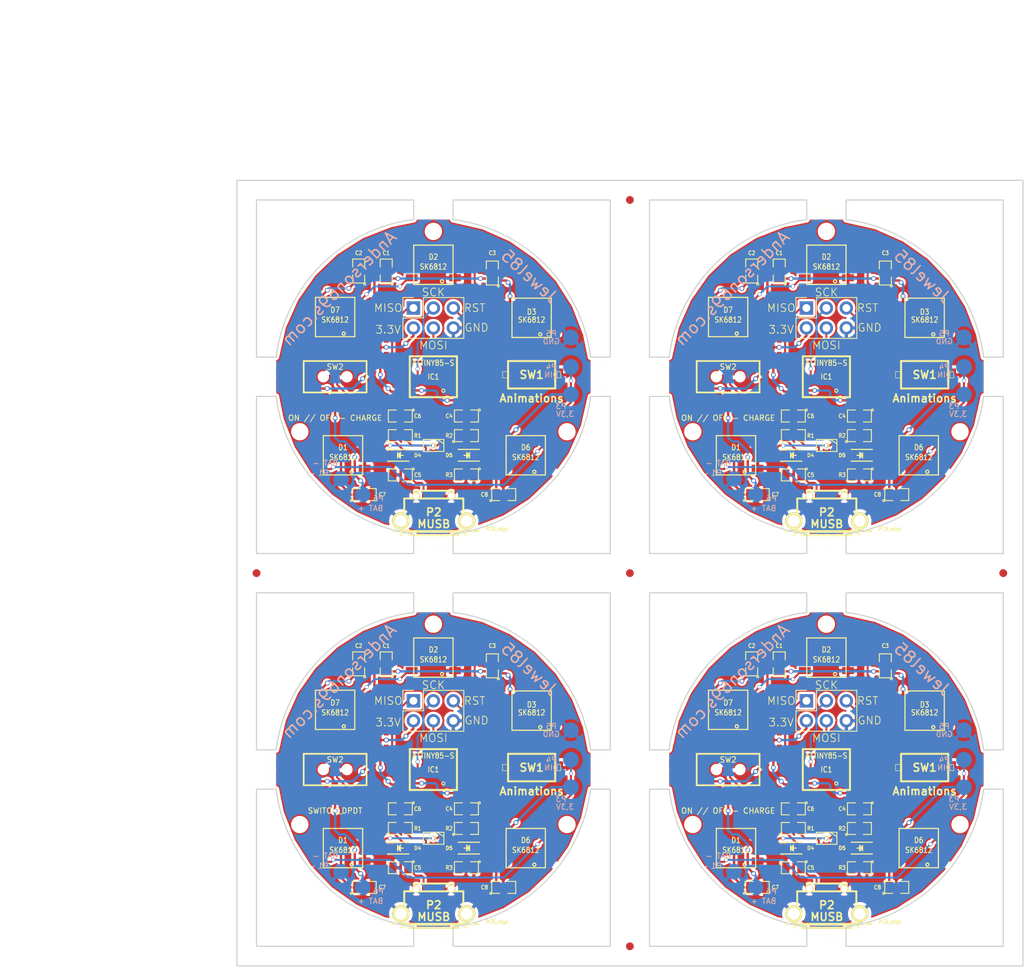
<source format=kicad_pcb>
(kicad_pcb (version 4) (host pcbnew 4.0.7)
  (layers (0 F.Cu signal) (31 B.Cu signal) (34 B.Paste user) (35 F.Paste user) (36 B.SilkS user) (37 F.SilkS user) (38 B.Mask user) (39 F.Mask user) (44 Edge.Cuts user))
  (net 0 "")
  (net 1 RST)
  (net 2 PB3)
  (net 3 PB4)
  (net 4 GND)
  (net 5 PB0)
  (net 6 PB1)
  (net 7 PB2)
  (net 8 +3V3)
  (net 9 "Net-(D1-Pad2)")
  (net 10 "Net-(D1-Pad4)")
  (net 11 "Net-(D2-Pad4)")
  (net 12 "Net-(D4-Pad1)")
  (net 13 "Net-(D5-Pad2)")
  (net 14 "Net-(R3-Pad2)")
  (net 15 "Net-(D2-Pad2)")
  (net 16 "Net-(D6-Pad2)")
  (net 17 "Net-(D4-Pad2)")
  (net 18 "Net-(P2-Pad3)")
  (net 19 "Net-(P2-Pad4)")
  (net 20 "Net-(P2-Pad2)")
  (net 21 "Net-(SW2-Pad1)")
  (net 22 "Net-(M1-Pad0)")
  (net 23 "Net-(M2-Pad0)")
  (net 24 "Net-(M3-Pad0)")
  (net 25 "Net-(M4-Pad0)")
  (net 26 "Net-(M5-Pad0)")
  (net 27 "Net-(C5-Pad1)")
  (net 28 "Net-(C6-Pad1)")
  (net 29 "Net-(P6-Pad1)")
  (net 30 "Net-(SW2-Pad2)")
  (net 31 "Net-(SW2-Pad3)")
  (module domotab:Hole_1.1mm (layer F.Cu) (at 143.5 114)
    (fp_text reference H7 hide)
    (fp_text value HOLE_1.1MM hide)
    (pad "" np_thru_hole circle (at 0 0 270) (size 1.1 1.1) (drill 1.1) (layers *.Cu *.Mask F.SilkS) (clearance 0.09906))
  )
  (module domotab:Hole_1.1mm (layer F.Cu) (at 193.5 114)
    (fp_text reference H7 hide)
    (fp_text value HOLE_1.1MM hide)
    (pad "" np_thru_hole circle (at 0 0 270) (size 1.1 1.1) (drill 1.1) (layers *.Cu *.Mask F.SilkS) (clearance 0.09906))
  )
  (module domotab:Hole_1.1mm (layer F.Cu) (at 193.5 64)
    (fp_text reference H7 hide)
    (fp_text value HOLE_1.1MM hide)
    (pad "" np_thru_hole circle (at 0 0 270) (size 1.1 1.1) (drill 1.1) (layers *.Cu *.Mask F.SilkS) (clearance 0.09906))
  )
  (module domotab:Hole_1.6mm (layer F.Cu) (at 212 142)
    (fp_text reference H2 hide)
    (fp_text value HOLE_1.6MM hide)
    (pad "" np_thru_hole circle (at 0 0 270) (size 1.6 1.6) (drill 1.6) (layers *.Cu *.Mask F.SilkS) (clearance 0.09906))
  )
  (module domotab:Hole_1.6mm (layer F.Cu) (at 162 142)
    (fp_text reference H2 hide)
    (fp_text value HOLE_1.6MM hide)
    (pad "" np_thru_hole circle (at 0 0 270) (size 1.6 1.6) (drill 1.6) (layers *.Cu *.Mask F.SilkS) (clearance 0.09906))
  )
  (module domotab:Hole_1.6mm (layer F.Cu) (at 212 92)
    (fp_text reference H2 hide)
    (fp_text value HOLE_1.6MM hide)
    (pad "" np_thru_hole circle (at 0 0 270) (size 1.6 1.6) (drill 1.6) (layers *.Cu *.Mask F.SilkS) (clearance 0.09906))
  )
  (module domotab:SM0805 (layer F.Cu) (at 199.2025 140 180)
    (fp_text reference C4 (at 2.2025 0 360) (layer F.SilkS) (effects (font (size 0.508 0.4572) (thickness 0.09906))))
    (fp_text value 100nF hide)
    (pad 1 smd rect (at -0.9525 0 180) (size 0.889 1.397) (layers F.Cu F.Paste F.Mask) (net 8 +3V3))
    (pad 2 smd rect (at 0.9525 0 180) (size 0.889 1.397) (layers F.Cu F.Paste F.Mask) (net 4 GND))
  )
  (module domotab:SM0805 (layer F.Cu) (at 149.2025 140 180)
    (fp_text reference C4 (at 2.2025 0 360) (layer F.SilkS) (effects (font (size 0.508 0.4572) (thickness 0.09906))))
    (fp_text value 100nF hide)
    (pad 1 smd rect (at -0.9525 0 180) (size 0.889 1.397) (layers F.Cu F.Paste F.Mask) (net 8 +3V3))
    (pad 2 smd rect (at 0.9525 0 180) (size 0.889 1.397) (layers F.Cu F.Paste F.Mask) (net 4 GND))
  )
  (module domotab:SM0805 (layer F.Cu) (at 199.2025 90 180)
    (fp_text reference C4 (at 2.2025 0 360) (layer F.SilkS) (effects (font (size 0.508 0.4572) (thickness 0.09906))))
    (fp_text value 100nF hide)
    (pad 1 smd rect (at -0.9525 0 180) (size 0.889 1.397) (layers F.Cu F.Paste F.Mask) (net 8 +3V3))
    (pad 2 smd rect (at 0.9525 0 180) (size 0.889 1.397) (layers F.Cu F.Paste F.Mask) (net 4 GND))
  )
  (module domotab:SM0805 (layer F.Cu) (at 199.2025 142.5)
    (fp_text reference R2 (at -2.2025 0) (layer F.SilkS) (effects (font (size 0.508 0.4572) (thickness 0.09906))))
    (fp_text value 470 hide)
    (pad 1 smd rect (at -0.9525 0) (size 0.889 1.397) (layers F.Cu F.Paste F.Mask) (net 13 "Net-(D5-Pad2)"))
    (pad 2 smd rect (at 0.9525 0) (size 0.889 1.397) (layers F.Cu F.Paste F.Mask) (net 12 "Net-(D4-Pad1)"))
  )
  (module domotab:SM0805 (layer F.Cu) (at 149.2025 142.5)
    (fp_text reference R2 (at -2.2025 0) (layer F.SilkS) (effects (font (size 0.508 0.4572) (thickness 0.09906))))
    (fp_text value 470 hide)
    (pad 1 smd rect (at -0.9525 0) (size 0.889 1.397) (layers F.Cu F.Paste F.Mask) (net 13 "Net-(D5-Pad2)"))
    (pad 2 smd rect (at 0.9525 0) (size 0.889 1.397) (layers F.Cu F.Paste F.Mask) (net 12 "Net-(D4-Pad1)"))
  )
  (module domotab:SM0805 (layer F.Cu) (at 199.2025 92.5)
    (fp_text reference R2 (at -2.2025 0) (layer F.SilkS) (effects (font (size 0.508 0.4572) (thickness 0.09906))))
    (fp_text value 470 hide)
    (pad 1 smd rect (at -0.9525 0) (size 0.889 1.397) (layers F.Cu F.Paste F.Mask) (net 13 "Net-(D5-Pad2)"))
    (pad 2 smd rect (at 0.9525 0) (size 0.889 1.397) (layers F.Cu F.Paste F.Mask) (net 12 "Net-(D4-Pad1)"))
  )
  (module LEDs:LED_0805 (layer F.Cu) (at 199.2493 145 180)
    (fp_text reference D5 (at 2.2493 0 180) (layer F.SilkS) (effects (font (size 0.4572 0.4572) (thickness 0.1143))))
    (fp_text value "LED VERTE" hide)
    (pad 2 smd rect (at 1.04902 0) (size 1.19888 1.19888) (layers F.Cu F.Paste F.Mask) (net 13 "Net-(D5-Pad2)"))
    (pad 1 smd rect (at -1.04902 0) (size 1.19888 1.19888) (layers F.Cu F.Paste F.Mask) (net 4 GND))
  )
  (module LEDs:LED_0805 (layer F.Cu) (at 149.2493 145 180)
    (fp_text reference D5 (at 2.2493 0 180) (layer F.SilkS) (effects (font (size 0.4572 0.4572) (thickness 0.1143))))
    (fp_text value "LED VERTE" hide)
    (pad 2 smd rect (at 1.04902 0) (size 1.19888 1.19888) (layers F.Cu F.Paste F.Mask) (net 13 "Net-(D5-Pad2)"))
    (pad 1 smd rect (at -1.04902 0) (size 1.19888 1.19888) (layers F.Cu F.Paste F.Mask) (net 4 GND))
  )
  (module LEDs:LED_0805 (layer F.Cu) (at 199.2493 95 180)
    (fp_text reference D5 (at 2.2493 0 180) (layer F.SilkS) (effects (font (size 0.4572 0.4572) (thickness 0.1143))))
    (fp_text value "LED VERTE" hide)
    (pad 2 smd rect (at 1.04902 0) (size 1.19888 1.19888) (layers F.Cu F.Paste F.Mask) (net 13 "Net-(D5-Pad2)"))
    (pad 1 smd rect (at -1.04902 0) (size 1.19888 1.19888) (layers F.Cu F.Paste F.Mask) (net 4 GND))
  )
  (module domotab:WS2812B (layer F.Cu) (at 206.75 145)
    (fp_text reference D6 (at 0 -1) (layer F.SilkS) (effects (font (size 0.7 0.6) (thickness 0.11))))
    (fp_text value SK6812 (at 0 0.25) (layer F.SilkS) (effects (font (size 0.7 0.6) (thickness 0.11))))
    (pad 2 smd rect (at -2.75 1.65 180) (size 1.5 0.9) (layers F.Cu F.Paste F.Mask) (net 16 "Net-(D6-Pad2)"))
    (pad 3 smd rect (at 2.75 1.65 180) (size 1.5 0.9) (layers F.Cu F.Paste F.Mask) (net 4 GND))
    (pad 4 smd rect (at 2.75 -1.65 180) (size 1.5 0.9) (layers F.Cu F.Paste F.Mask) (net 9 "Net-(D1-Pad2)"))
    (pad 1 smd rect (at -2.75 -1.65 180) (size 1.5 0.9) (layers F.Cu F.Paste F.Mask) (net 8 +3V3))
  )
  (module domotab:WS2812B (layer F.Cu) (at 156.75 145)
    (fp_text reference D6 (at 0 -1) (layer F.SilkS) (effects (font (size 0.7 0.6) (thickness 0.11))))
    (fp_text value SK6812 (at 0 0.25) (layer F.SilkS) (effects (font (size 0.7 0.6) (thickness 0.11))))
    (pad 2 smd rect (at -2.75 1.65 180) (size 1.5 0.9) (layers F.Cu F.Paste F.Mask) (net 16 "Net-(D6-Pad2)"))
    (pad 3 smd rect (at 2.75 1.65 180) (size 1.5 0.9) (layers F.Cu F.Paste F.Mask) (net 4 GND))
    (pad 4 smd rect (at 2.75 -1.65 180) (size 1.5 0.9) (layers F.Cu F.Paste F.Mask) (net 9 "Net-(D1-Pad2)"))
    (pad 1 smd rect (at -2.75 -1.65 180) (size 1.5 0.9) (layers F.Cu F.Paste F.Mask) (net 8 +3V3))
  )
  (module domotab:WS2812B (layer F.Cu) (at 206.75 95)
    (fp_text reference D6 (at 0 -1) (layer F.SilkS) (effects (font (size 0.7 0.6) (thickness 0.11))))
    (fp_text value SK6812 (at 0 0.25) (layer F.SilkS) (effects (font (size 0.7 0.6) (thickness 0.11))))
    (pad 2 smd rect (at -2.75 1.65 180) (size 1.5 0.9) (layers F.Cu F.Paste F.Mask) (net 16 "Net-(D6-Pad2)"))
    (pad 3 smd rect (at 2.75 1.65 180) (size 1.5 0.9) (layers F.Cu F.Paste F.Mask) (net 4 GND))
    (pad 4 smd rect (at 2.75 -1.65 180) (size 1.5 0.9) (layers F.Cu F.Paste F.Mask) (net 9 "Net-(D1-Pad2)"))
    (pad 1 smd rect (at -2.75 -1.65 180) (size 1.5 0.9) (layers F.Cu F.Paste F.Mask) (net 8 +3V3))
  )
  (module domotab:SM0805 (layer F.Cu) (at 203.9525 150)
    (fp_text reference C8 (at -2.4525 0) (layer F.SilkS) (effects (font (size 0.508 0.4572) (thickness 0.09906))))
    (fp_text value 100nF hide)
    (pad 1 smd rect (at -0.9525 0) (size 0.889 1.397) (layers F.Cu F.Paste F.Mask) (net 8 +3V3))
    (pad 2 smd rect (at 0.9525 0) (size 0.889 1.397) (layers F.Cu F.Paste F.Mask) (net 4 GND))
  )
  (module domotab:SM0805 (layer F.Cu) (at 153.9525 150)
    (fp_text reference C8 (at -2.4525 0) (layer F.SilkS) (effects (font (size 0.508 0.4572) (thickness 0.09906))))
    (fp_text value 100nF hide)
    (pad 1 smd rect (at -0.9525 0) (size 0.889 1.397) (layers F.Cu F.Paste F.Mask) (net 8 +3V3))
    (pad 2 smd rect (at 0.9525 0) (size 0.889 1.397) (layers F.Cu F.Paste F.Mask) (net 4 GND))
  )
  (module domotab:SM0805 (layer F.Cu) (at 203.9525 100)
    (fp_text reference C8 (at -2.4525 0) (layer F.SilkS) (effects (font (size 0.508 0.4572) (thickness 0.09906))))
    (fp_text value 100nF hide)
    (pad 1 smd rect (at -0.9525 0) (size 0.889 1.397) (layers F.Cu F.Paste F.Mask) (net 8 +3V3))
    (pad 2 smd rect (at 0.9525 0) (size 0.889 1.397) (layers F.Cu F.Paste F.Mask) (net 4 GND))
  )
  (module domotab:SM0805 (layer F.Cu) (at 199.2025 147.5 180)
    (fp_text reference R3 (at 2.2025 0 180) (layer F.SilkS) (effects (font (size 0.508 0.4572) (thickness 0.09906))))
    (fp_text value 5K hide)
    (pad 1 smd rect (at -0.9525 0 180) (size 0.889 1.397) (layers F.Cu F.Paste F.Mask) (net 4 GND))
    (pad 2 smd rect (at 0.9525 0 180) (size 0.889 1.397) (layers F.Cu F.Paste F.Mask) (net 14 "Net-(R3-Pad2)"))
  )
  (module domotab:SM0805 (layer F.Cu) (at 149.2025 147.5 180)
    (fp_text reference R3 (at 2.2025 0 180) (layer F.SilkS) (effects (font (size 0.508 0.4572) (thickness 0.09906))))
    (fp_text value 5K hide)
    (pad 1 smd rect (at -0.9525 0 180) (size 0.889 1.397) (layers F.Cu F.Paste F.Mask) (net 4 GND))
    (pad 2 smd rect (at 0.9525 0 180) (size 0.889 1.397) (layers F.Cu F.Paste F.Mask) (net 14 "Net-(R3-Pad2)"))
  )
  (module domotab:SM0805 (layer F.Cu) (at 199.2025 97.5 180)
    (fp_text reference R3 (at 2.2025 0 180) (layer F.SilkS) (effects (font (size 0.508 0.4572) (thickness 0.09906))))
    (fp_text value 5K hide)
    (pad 1 smd rect (at -0.9525 0 180) (size 0.889 1.397) (layers F.Cu F.Paste F.Mask) (net 4 GND))
    (pad 2 smd rect (at 0.9525 0 180) (size 0.889 1.397) (layers F.Cu F.Paste F.Mask) (net 14 "Net-(R3-Pad2)"))
  )
  (module domotab:Hole_1.1mm (layer F.Cu) (at 196.5 156)
    (fp_text reference H10 hide)
    (fp_text value HOLE_1.1MM hide)
    (pad "" np_thru_hole circle (at 0 0 270) (size 1.1 1.1) (drill 1.1) (layers *.Cu *.Mask F.SilkS) (clearance 0.09906))
  )
  (module domotab:Hole_1.1mm (layer F.Cu) (at 146.5 156)
    (fp_text reference H10 hide)
    (fp_text value HOLE_1.1MM hide)
    (pad "" np_thru_hole circle (at 0 0 270) (size 1.1 1.1) (drill 1.1) (layers *.Cu *.Mask F.SilkS) (clearance 0.09906))
  )
  (module domotab:Hole_1.1mm (layer F.Cu) (at 196.5 106)
    (fp_text reference H10 hide)
    (fp_text value HOLE_1.1MM hide)
    (pad "" np_thru_hole circle (at 0 0 270) (size 1.1 1.1) (drill 1.1) (layers *.Cu *.Mask F.SilkS) (clearance 0.09906))
  )
  (module domotab:USB_micro_AB_Picots (layer F.Cu) (at 195.05048 150.5)
    (fp_text reference P2 (at 0 1.75) (layer F.SilkS) (effects (font (thickness 0.2))))
    (fp_text value MUSB (at 0 3.25) (layer F.SilkS) (effects (font (thickness 0.2))))
    (fp_text user PCB_edge (at 8.0518 3.8608) (layer F.SilkS) (effects (font (size 0.50038 0.39878) (thickness 0.09906))))
    (pad 5 thru_hole circle (at 2.22504 -0.32512) (size 1.00076 1.00076) (drill 0.7493) (layers *.Cu *.Mask F.SilkS) (net 4 GND))
    (pad 5 thru_hole circle (at -4.18846 2.85496) (size 2.19964 2.19964) (drill 1.50114) (layers *.Cu *.Mask F.SilkS) (net 4 GND))
    (pad 1 smd rect (at -1.30048 0) (size 0.39878 1.34874) (layers F.Cu F.Paste F.Mask) (net 27 "Net-(C5-Pad1)"))
    (pad 5 smd rect (at 1.30048 0) (size 0.39878 1.34874) (layers F.Cu F.Paste F.Mask) (net 4 GND))
    (pad 3 smd rect (at 0 0) (size 0.39878 1.34874) (layers F.Cu F.Paste F.Mask) (net 18 "Net-(P2-Pad3)"))
    (pad 4 smd rect (at 0.65024 0) (size 0.39878 1.34874) (layers F.Cu F.Paste F.Mask) (net 19 "Net-(P2-Pad4)"))
    (pad 2 smd rect (at -0.65024 0) (size 0.39878 1.34874) (layers F.Cu F.Paste F.Mask) (net 20 "Net-(P2-Pad2)"))
    (pad 5 thru_hole circle (at 4.18846 2.85496) (size 2.19964 2.19964) (drill 1.50114) (layers *.Cu *.Mask F.SilkS) (net 4 GND))
    (pad 5 thru_hole circle (at -2.22504 -0.32512) (size 1.00076 1.00076) (drill 0.7493) (layers *.Cu *.Mask F.SilkS) (net 4 GND))
  )
  (module domotab:USB_micro_AB_Picots (layer F.Cu) (at 145.05048 150.5)
    (fp_text reference P2 (at 0 1.75) (layer F.SilkS) (effects (font (thickness 0.2))))
    (fp_text value MUSB (at 0 3.25) (layer F.SilkS) (effects (font (thickness 0.2))))
    (fp_text user PCB_edge (at 8.0518 3.8608) (layer F.SilkS) (effects (font (size 0.50038 0.39878) (thickness 0.09906))))
    (pad 5 thru_hole circle (at 2.22504 -0.32512) (size 1.00076 1.00076) (drill 0.7493) (layers *.Cu *.Mask F.SilkS) (net 4 GND))
    (pad 5 thru_hole circle (at -4.18846 2.85496) (size 2.19964 2.19964) (drill 1.50114) (layers *.Cu *.Mask F.SilkS) (net 4 GND))
    (pad 1 smd rect (at -1.30048 0) (size 0.39878 1.34874) (layers F.Cu F.Paste F.Mask) (net 27 "Net-(C5-Pad1)"))
    (pad 5 smd rect (at 1.30048 0) (size 0.39878 1.34874) (layers F.Cu F.Paste F.Mask) (net 4 GND))
    (pad 3 smd rect (at 0 0) (size 0.39878 1.34874) (layers F.Cu F.Paste F.Mask) (net 18 "Net-(P2-Pad3)"))
    (pad 4 smd rect (at 0.65024 0) (size 0.39878 1.34874) (layers F.Cu F.Paste F.Mask) (net 19 "Net-(P2-Pad4)"))
    (pad 2 smd rect (at -0.65024 0) (size 0.39878 1.34874) (layers F.Cu F.Paste F.Mask) (net 20 "Net-(P2-Pad2)"))
    (pad 5 thru_hole circle (at 4.18846 2.85496) (size 2.19964 2.19964) (drill 1.50114) (layers *.Cu *.Mask F.SilkS) (net 4 GND))
    (pad 5 thru_hole circle (at -2.22504 -0.32512) (size 1.00076 1.00076) (drill 0.7493) (layers *.Cu *.Mask F.SilkS) (net 4 GND))
  )
  (module domotab:USB_micro_AB_Picots (layer F.Cu) (at 195.05048 100.5)
    (fp_text reference P2 (at 0 1.75) (layer F.SilkS) (effects (font (thickness 0.2))))
    (fp_text value MUSB (at 0 3.25) (layer F.SilkS) (effects (font (thickness 0.2))))
    (fp_text user PCB_edge (at 8.0518 3.8608) (layer F.SilkS) (effects (font (size 0.50038 0.39878) (thickness 0.09906))))
    (pad 5 thru_hole circle (at 2.22504 -0.32512) (size 1.00076 1.00076) (drill 0.7493) (layers *.Cu *.Mask F.SilkS) (net 4 GND))
    (pad 5 thru_hole circle (at -4.18846 2.85496) (size 2.19964 2.19964) (drill 1.50114) (layers *.Cu *.Mask F.SilkS) (net 4 GND))
    (pad 1 smd rect (at -1.30048 0) (size 0.39878 1.34874) (layers F.Cu F.Paste F.Mask) (net 27 "Net-(C5-Pad1)"))
    (pad 5 smd rect (at 1.30048 0) (size 0.39878 1.34874) (layers F.Cu F.Paste F.Mask) (net 4 GND))
    (pad 3 smd rect (at 0 0) (size 0.39878 1.34874) (layers F.Cu F.Paste F.Mask) (net 18 "Net-(P2-Pad3)"))
    (pad 4 smd rect (at 0.65024 0) (size 0.39878 1.34874) (layers F.Cu F.Paste F.Mask) (net 19 "Net-(P2-Pad4)"))
    (pad 2 smd rect (at -0.65024 0) (size 0.39878 1.34874) (layers F.Cu F.Paste F.Mask) (net 20 "Net-(P2-Pad2)"))
    (pad 5 thru_hole circle (at 4.18846 2.85496) (size 2.19964 2.19964) (drill 1.50114) (layers *.Cu *.Mask F.SilkS) (net 4 GND))
    (pad 5 thru_hole circle (at -2.22504 -0.32512) (size 1.00076 1.00076) (drill 0.7493) (layers *.Cu *.Mask F.SilkS) (net 4 GND))
  )
  (module domotab:SM0805 (layer F.Cu) (at 190.7975 147.5 180)
    (fp_text reference C5 (at -2.2025 0 180) (layer F.SilkS) (effects (font (size 0.508 0.4572) (thickness 0.09906))))
    (fp_text value 10μF hide)
    (pad 1 smd rect (at -0.9525 0 180) (size 0.889 1.397) (layers F.Cu F.Paste F.Mask) (net 27 "Net-(C5-Pad1)"))
    (pad 2 smd rect (at 0.9525 0 180) (size 0.889 1.397) (layers F.Cu F.Paste F.Mask) (net 4 GND))
  )
  (module domotab:SM0805 (layer F.Cu) (at 140.7975 147.5 180)
    (fp_text reference C5 (at -2.2025 0 180) (layer F.SilkS) (effects (font (size 0.508 0.4572) (thickness 0.09906))))
    (fp_text value 10μF hide)
    (pad 1 smd rect (at -0.9525 0 180) (size 0.889 1.397) (layers F.Cu F.Paste F.Mask) (net 27 "Net-(C5-Pad1)"))
    (pad 2 smd rect (at 0.9525 0 180) (size 0.889 1.397) (layers F.Cu F.Paste F.Mask) (net 4 GND))
  )
  (module domotab:SM0805 (layer F.Cu) (at 190.7975 97.5 180)
    (fp_text reference C5 (at -2.2025 0 180) (layer F.SilkS) (effects (font (size 0.508 0.4572) (thickness 0.09906))))
    (fp_text value 10μF hide)
    (pad 1 smd rect (at -0.9525 0 180) (size 0.889 1.397) (layers F.Cu F.Paste F.Mask) (net 27 "Net-(C5-Pad1)"))
    (pad 2 smd rect (at 0.9525 0 180) (size 0.889 1.397) (layers F.Cu F.Paste F.Mask) (net 4 GND))
  )
  (module domotab:Hole_1.1mm (layer F.Cu) (at 193.5 156)
    (fp_text reference H8 hide)
    (fp_text value HOLE_1.1MM hide)
    (pad "" np_thru_hole circle (at 0 0 270) (size 1.1 1.1) (drill 1.1) (layers *.Cu *.Mask F.SilkS) (clearance 0.09906))
  )
  (module domotab:Hole_1.1mm (layer F.Cu) (at 143.5 156)
    (fp_text reference H8 hide)
    (fp_text value HOLE_1.1MM hide)
    (pad "" np_thru_hole circle (at 0 0 270) (size 1.1 1.1) (drill 1.1) (layers *.Cu *.Mask F.SilkS) (clearance 0.09906))
  )
  (module domotab:Hole_1.1mm (layer F.Cu) (at 193.5 106)
    (fp_text reference H8 hide)
    (fp_text value HOLE_1.1MM hide)
    (pad "" np_thru_hole circle (at 0 0 270) (size 1.1 1.1) (drill 1.1) (layers *.Cu *.Mask F.SilkS) (clearance 0.09906))
  )
  (module domotab:Hole_1.1mm (layer F.Cu) (at 195 156)
    (fp_text reference H9 hide)
    (fp_text value HOLE_1.1MM hide)
    (pad "" np_thru_hole circle (at 0 0 270) (size 1.1 1.1) (drill 1.1) (layers *.Cu *.Mask F.SilkS) (clearance 0.09906))
  )
  (module domotab:Hole_1.1mm (layer F.Cu) (at 145 156)
    (fp_text reference H9 hide)
    (fp_text value HOLE_1.1MM hide)
    (pad "" np_thru_hole circle (at 0 0 270) (size 1.1 1.1) (drill 1.1) (layers *.Cu *.Mask F.SilkS) (clearance 0.09906))
  )
  (module domotab:Hole_1.1mm (layer F.Cu) (at 195 106)
    (fp_text reference H9 hide)
    (fp_text value HOLE_1.1MM hide)
    (pad "" np_thru_hole circle (at 0 0 270) (size 1.1 1.1) (drill 1.1) (layers *.Cu *.Mask F.SilkS) (clearance 0.09906))
  )
  (module domotab:PADS_CONNEXION (layer F.Cu) (at 212.5 133.75)
    (fp_text reference P4 (at -2.5 0) (layer B.SilkS) (effects (font (size 0.7 0.7) (thickness 0.11)) (justify mirror)))
    (fp_text value DIN (at -2.5 1) (layer B.SilkS) (effects (font (size 0.7 0.7) (thickness 0.11)) (justify mirror)))
    (pad 1 smd circle (at 0 0) (size 2 2) (layers B.Cu B.Paste B.Mask) (net 16 "Net-(D6-Pad2)"))
  )
  (module domotab:PADS_CONNEXION (layer F.Cu) (at 162.5 133.75)
    (fp_text reference P4 (at -2.5 0) (layer B.SilkS) (effects (font (size 0.7 0.7) (thickness 0.11)) (justify mirror)))
    (fp_text value DIN (at -2.5 1) (layer B.SilkS) (effects (font (size 0.7 0.7) (thickness 0.11)) (justify mirror)))
    (pad 1 smd circle (at 0 0) (size 2 2) (layers B.Cu B.Paste B.Mask) (net 16 "Net-(D6-Pad2)"))
  )
  (module domotab:PADS_CONNEXION (layer F.Cu) (at 212.5 83.75)
    (fp_text reference P4 (at -2.5 0) (layer B.SilkS) (effects (font (size 0.7 0.7) (thickness 0.11)) (justify mirror)))
    (fp_text value DIN (at -2.5 1) (layer B.SilkS) (effects (font (size 0.7 0.7) (thickness 0.11)) (justify mirror)))
    (pad 1 smd circle (at 0 0) (size 2 2) (layers B.Cu B.Paste B.Mask) (net 16 "Net-(D6-Pad2)"))
  )
  (module domotab:Hole_1.1mm (layer F.Cu) (at 216 135)
    (fp_text reference H12 hide)
    (fp_text value HOLE_1.1MM hide)
    (pad "" np_thru_hole circle (at 0 0 270) (size 1.1 1.1) (drill 1.1) (layers *.Cu *.Mask F.SilkS) (clearance 0.09906))
  )
  (module domotab:Hole_1.1mm (layer F.Cu) (at 166 135)
    (fp_text reference H12 hide)
    (fp_text value HOLE_1.1MM hide)
    (pad "" np_thru_hole circle (at 0 0 270) (size 1.1 1.1) (drill 1.1) (layers *.Cu *.Mask F.SilkS) (clearance 0.09906))
  )
  (module domotab:Hole_1.1mm (layer F.Cu) (at 216 85)
    (fp_text reference H12 hide)
    (fp_text value HOLE_1.1MM hide)
    (pad "" np_thru_hole circle (at 0 0 270) (size 1.1 1.1) (drill 1.1) (layers *.Cu *.Mask F.SilkS) (clearance 0.09906))
  )
  (module domotab:PADS_CONNEXION (layer F.Cu) (at 212.5 137.25)
    (fp_text reference P3 (at -1.25 1.5) (layer B.SilkS) (effects (font (size 0.7 0.7) (thickness 0.11)) (justify mirror)))
    (fp_text value 3,3V (at -0.75 2.5) (layer B.SilkS) (effects (font (size 0.7 0.7) (thickness 0.11)) (justify mirror)))
    (pad 1 smd circle (at 0 0) (size 2 2) (layers B.Cu B.Paste B.Mask) (net 8 +3V3))
  )
  (module domotab:PADS_CONNEXION (layer F.Cu) (at 162.5 137.25)
    (fp_text reference P3 (at -1.25 1.5) (layer B.SilkS) (effects (font (size 0.7 0.7) (thickness 0.11)) (justify mirror)))
    (fp_text value 3,3V (at -0.75 2.5) (layer B.SilkS) (effects (font (size 0.7 0.7) (thickness 0.11)) (justify mirror)))
    (pad 1 smd circle (at 0 0) (size 2 2) (layers B.Cu B.Paste B.Mask) (net 8 +3V3))
  )
  (module domotab:PADS_CONNEXION (layer F.Cu) (at 212.5 87.25)
    (fp_text reference P3 (at -1.25 1.5) (layer B.SilkS) (effects (font (size 0.7 0.7) (thickness 0.11)) (justify mirror)))
    (fp_text value 3,3V (at -0.75 2.5) (layer B.SilkS) (effects (font (size 0.7 0.7) (thickness 0.11)) (justify mirror)))
    (pad 1 smd circle (at 0 0) (size 2 2) (layers B.Cu B.Paste B.Mask) (net 8 +3V3))
  )
  (module domotab:Hole_1.1mm (layer F.Cu) (at 216 136.5)
    (fp_text reference H11 hide)
    (fp_text value HOLE_1.1MM hide)
    (pad "" np_thru_hole circle (at 0 0 270) (size 1.1 1.1) (drill 1.1) (layers *.Cu *.Mask F.SilkS) (clearance 0.09906))
  )
  (module domotab:Hole_1.1mm (layer F.Cu) (at 166 136.5)
    (fp_text reference H11 hide)
    (fp_text value HOLE_1.1MM hide)
    (pad "" np_thru_hole circle (at 0 0 270) (size 1.1 1.1) (drill 1.1) (layers *.Cu *.Mask F.SilkS) (clearance 0.09906))
  )
  (module domotab:Hole_1.1mm (layer F.Cu) (at 216 86.5)
    (fp_text reference H11 hide)
    (fp_text value HOLE_1.1MM hide)
    (pad "" np_thru_hole circle (at 0 0 270) (size 1.1 1.1) (drill 1.1) (layers *.Cu *.Mask F.SilkS) (clearance 0.09906))
  )
  (module domotab:PADS_CONNEXION (layer F.Cu) (at 212.5 130)
    (fp_text reference P5 (at -2.5 -0.5) (layer B.SilkS) (effects (font (size 0.7 0.7) (thickness 0.11)) (justify mirror)))
    (fp_text value GND (at -2.5 0.5) (layer B.SilkS) (effects (font (size 0.7 0.7) (thickness 0.11)) (justify mirror)))
    (pad 1 smd circle (at 0 0) (size 2 2) (layers B.Cu B.Paste B.Mask) (net 4 GND))
  )
  (module domotab:PADS_CONNEXION (layer F.Cu) (at 162.5 130)
    (fp_text reference P5 (at -2.5 -0.5) (layer B.SilkS) (effects (font (size 0.7 0.7) (thickness 0.11)) (justify mirror)))
    (fp_text value GND (at -2.5 0.5) (layer B.SilkS) (effects (font (size 0.7 0.7) (thickness 0.11)) (justify mirror)))
    (pad 1 smd circle (at 0 0) (size 2 2) (layers B.Cu B.Paste B.Mask) (net 4 GND))
  )
  (module domotab:PADS_CONNEXION (layer F.Cu) (at 212.5 80)
    (fp_text reference P5 (at -2.5 -0.5) (layer B.SilkS) (effects (font (size 0.7 0.7) (thickness 0.11)) (justify mirror)))
    (fp_text value GND (at -2.5 0.5) (layer B.SilkS) (effects (font (size 0.7 0.7) (thickness 0.11)) (justify mirror)))
    (pad 1 smd circle (at 0 0) (size 2 2) (layers B.Cu B.Paste B.Mask) (net 4 GND))
  )
  (module domotab:SWITCH_CMS (layer F.Cu) (at 207.5 134.75)
    (fp_text reference SW1 (at 0 0) (layer F.SilkS) (effects (font (thickness 0.2))))
    (fp_text value Animations (at 0 3) (layer F.SilkS) (effects (font (thickness 0.2))))
    (pad 1 smd rect (at -2.99974 0) (size 1.99898 1.6002) (layers F.Cu F.Paste F.Mask) (net 2 PB3))
    (pad 2 smd rect (at 2.99974 0) (size 1.99898 1.6002) (layers F.Cu F.Paste F.Mask) (net 4 GND))
  )
  (module domotab:SWITCH_CMS (layer F.Cu) (at 157.5 134.75)
    (fp_text reference SW1 (at 0 0) (layer F.SilkS) (effects (font (thickness 0.2))))
    (fp_text value Animations (at 0 3) (layer F.SilkS) (effects (font (thickness 0.2))))
    (pad 1 smd rect (at -2.99974 0) (size 1.99898 1.6002) (layers F.Cu F.Paste F.Mask) (net 2 PB3))
    (pad 2 smd rect (at 2.99974 0) (size 1.99898 1.6002) (layers F.Cu F.Paste F.Mask) (net 4 GND))
  )
  (module domotab:SWITCH_CMS (layer F.Cu) (at 207.5 84.75)
    (fp_text reference SW1 (at 0 0) (layer F.SilkS) (effects (font (thickness 0.2))))
    (fp_text value Animations (at 0 3) (layer F.SilkS) (effects (font (thickness 0.2))))
    (pad 1 smd rect (at -2.99974 0) (size 1.99898 1.6002) (layers F.Cu F.Paste F.Mask) (net 2 PB3))
    (pad 2 smd rect (at 2.99974 0) (size 1.99898 1.6002) (layers F.Cu F.Paste F.Mask) (net 4 GND))
  )
  (module domotab:SM0805 (layer F.Cu) (at 202.5 121.7975 90)
    (fp_text reference C3 (at 2.5475 0 180) (layer F.SilkS) (effects (font (size 0.508 0.4572) (thickness 0.09906))))
    (fp_text value 100nF hide)
    (pad 1 smd rect (at -0.9525 0 90) (size 0.889 1.397) (layers F.Cu F.Paste F.Mask) (net 8 +3V3))
    (pad 2 smd rect (at 0.9525 0 90) (size 0.889 1.397) (layers F.Cu F.Paste F.Mask) (net 4 GND))
  )
  (module domotab:SM0805 (layer F.Cu) (at 152.5 121.7975 90)
    (fp_text reference C3 (at 2.5475 0 180) (layer F.SilkS) (effects (font (size 0.508 0.4572) (thickness 0.09906))))
    (fp_text value 100nF hide)
    (pad 1 smd rect (at -0.9525 0 90) (size 0.889 1.397) (layers F.Cu F.Paste F.Mask) (net 8 +3V3))
    (pad 2 smd rect (at 0.9525 0 90) (size 0.889 1.397) (layers F.Cu F.Paste F.Mask) (net 4 GND))
  )
  (module domotab:SM0805 (layer F.Cu) (at 202.5 71.7975 90)
    (fp_text reference C3 (at 2.5475 0 180) (layer F.SilkS) (effects (font (size 0.508 0.4572) (thickness 0.09906))))
    (fp_text value 100nF hide)
    (pad 1 smd rect (at -0.9525 0 90) (size 0.889 1.397) (layers F.Cu F.Paste F.Mask) (net 8 +3V3))
    (pad 2 smd rect (at 0.9525 0 90) (size 0.889 1.397) (layers F.Cu F.Paste F.Mask) (net 4 GND))
  )
  (module domotab:WS2812B (layer F.Cu) (at 207.5 127.5)
    (fp_text reference D3 (at 0 -0.75) (layer F.SilkS) (effects (font (size 0.7 0.6) (thickness 0.11))))
    (fp_text value SK6812 (at 0 0.25) (layer F.SilkS) (effects (font (size 0.7 0.6) (thickness 0.11))))
    (pad 2 smd rect (at -2.75 1.65 180) (size 1.5 0.9) (layers F.Cu F.Paste F.Mask) (net 11 "Net-(D2-Pad4)"))
    (pad 3 smd rect (at 2.75 1.65 180) (size 1.5 0.9) (layers F.Cu F.Paste F.Mask) (net 4 GND))
    (pad 4 smd rect (at 2.75 -1.65 180) (size 1.5 0.9) (layers F.Cu F.Paste F.Mask) (net 3 PB4))
    (pad 1 smd rect (at -2.75 -1.65 180) (size 1.5 0.9) (layers F.Cu F.Paste F.Mask) (net 8 +3V3))
  )
  (module domotab:WS2812B (layer F.Cu) (at 157.5 127.5)
    (fp_text reference D3 (at 0 -0.75) (layer F.SilkS) (effects (font (size 0.7 0.6) (thickness 0.11))))
    (fp_text value SK6812 (at 0 0.25) (layer F.SilkS) (effects (font (size 0.7 0.6) (thickness 0.11))))
    (pad 2 smd rect (at -2.75 1.65 180) (size 1.5 0.9) (layers F.Cu F.Paste F.Mask) (net 11 "Net-(D2-Pad4)"))
    (pad 3 smd rect (at 2.75 1.65 180) (size 1.5 0.9) (layers F.Cu F.Paste F.Mask) (net 4 GND))
    (pad 4 smd rect (at 2.75 -1.65 180) (size 1.5 0.9) (layers F.Cu F.Paste F.Mask) (net 3 PB4))
    (pad 1 smd rect (at -2.75 -1.65 180) (size 1.5 0.9) (layers F.Cu F.Paste F.Mask) (net 8 +3V3))
  )
  (module domotab:WS2812B (layer F.Cu) (at 207.5 77.5)
    (fp_text reference D3 (at 0 -0.75) (layer F.SilkS) (effects (font (size 0.7 0.6) (thickness 0.11))))
    (fp_text value SK6812 (at 0 0.25) (layer F.SilkS) (effects (font (size 0.7 0.6) (thickness 0.11))))
    (pad 2 smd rect (at -2.75 1.65 180) (size 1.5 0.9) (layers F.Cu F.Paste F.Mask) (net 11 "Net-(D2-Pad4)"))
    (pad 3 smd rect (at 2.75 1.65 180) (size 1.5 0.9) (layers F.Cu F.Paste F.Mask) (net 4 GND))
    (pad 4 smd rect (at 2.75 -1.65 180) (size 1.5 0.9) (layers F.Cu F.Paste F.Mask) (net 3 PB4))
    (pad 1 smd rect (at -2.75 -1.65 180) (size 1.5 0.9) (layers F.Cu F.Paste F.Mask) (net 8 +3V3))
  )
  (module domotab:Hole_1.1mm (layer F.Cu) (at 216 133.5)
    (fp_text reference H13 hide)
    (fp_text value HOLE_1.1MM hide)
    (pad "" np_thru_hole circle (at 0 0 270) (size 1.1 1.1) (drill 1.1) (layers *.Cu *.Mask F.SilkS) (clearance 0.09906))
  )
  (module domotab:Hole_1.1mm (layer F.Cu) (at 166 133.5)
    (fp_text reference H13 hide)
    (fp_text value HOLE_1.1MM hide)
    (pad "" np_thru_hole circle (at 0 0 270) (size 1.1 1.1) (drill 1.1) (layers *.Cu *.Mask F.SilkS) (clearance 0.09906))
  )
  (module domotab:Hole_1.1mm (layer F.Cu) (at 216 83.5)
    (fp_text reference H13 hide)
    (fp_text value HOLE_1.1MM hide)
    (pad "" np_thru_hole circle (at 0 0 270) (size 1.1 1.1) (drill 1.1) (layers *.Cu *.Mask F.SilkS) (clearance 0.09906))
  )
  (module domotab:SM0805 (layer F.Cu) (at 189 121.5475 90)
    (fp_text reference C1 (at 2.2975 0 180) (layer F.SilkS) (effects (font (size 0.508 0.4572) (thickness 0.09906))))
    (fp_text value 100nF hide)
    (pad 1 smd rect (at -0.9525 0 90) (size 0.889 1.397) (layers F.Cu F.Paste F.Mask) (net 8 +3V3))
    (pad 2 smd rect (at 0.9525 0 90) (size 0.889 1.397) (layers F.Cu F.Paste F.Mask) (net 4 GND))
  )
  (module domotab:SM0805 (layer F.Cu) (at 139 121.5475 90)
    (fp_text reference C1 (at 2.2975 0 180) (layer F.SilkS) (effects (font (size 0.508 0.4572) (thickness 0.09906))))
    (fp_text value 100nF hide)
    (pad 1 smd rect (at -0.9525 0 90) (size 0.889 1.397) (layers F.Cu F.Paste F.Mask) (net 8 +3V3))
    (pad 2 smd rect (at 0.9525 0 90) (size 0.889 1.397) (layers F.Cu F.Paste F.Mask) (net 4 GND))
  )
  (module domotab:SM0805 (layer F.Cu) (at 189 71.5475 90)
    (fp_text reference C1 (at 2.2975 0 180) (layer F.SilkS) (effects (font (size 0.508 0.4572) (thickness 0.09906))))
    (fp_text value 100nF hide)
    (pad 1 smd rect (at -0.9525 0 90) (size 0.889 1.397) (layers F.Cu F.Paste F.Mask) (net 8 +3V3))
    (pad 2 smd rect (at 0.9525 0 90) (size 0.889 1.397) (layers F.Cu F.Paste F.Mask) (net 4 GND))
  )
  (module Socket_Strips:Socket_Strip_Straight_2x03_Pitch2.54mm (layer F.Cu) (at 192.46 126.25 90)
    (fp_text reference J1 hide)
    (fp_text value PROG hide)
    (pad 1 thru_hole rect (at 0 0 90) (size 1.7 1.7) (drill 1) (layers *.Cu *.Mask) (net 6 PB1))
    (pad 2 thru_hole oval (at -2.54 0 90) (size 1.7 1.7) (drill 1) (layers *.Cu *.Mask) (net 8 +3V3))
    (pad 3 thru_hole oval (at 0 2.54 90) (size 1.7 1.7) (drill 1) (layers *.Cu *.Mask) (net 7 PB2))
    (pad 4 thru_hole oval (at -2.54 2.54 90) (size 1.7 1.7) (drill 1) (layers *.Cu *.Mask) (net 5 PB0))
    (pad 5 thru_hole oval (at 0 5.08 90) (size 1.7 1.7) (drill 1) (layers *.Cu *.Mask) (net 1 RST))
    (pad 6 thru_hole oval (at -2.54 5.08 90) (size 1.7 1.7) (drill 1) (layers *.Cu *.Mask) (net 4 GND))
  )
  (module Socket_Strips:Socket_Strip_Straight_2x03_Pitch2.54mm (layer F.Cu) (at 142.46 126.25 90)
    (fp_text reference J1 hide)
    (fp_text value PROG hide)
    (pad 1 thru_hole rect (at 0 0 90) (size 1.7 1.7) (drill 1) (layers *.Cu *.Mask) (net 6 PB1))
    (pad 2 thru_hole oval (at -2.54 0 90) (size 1.7 1.7) (drill 1) (layers *.Cu *.Mask) (net 8 +3V3))
    (pad 3 thru_hole oval (at 0 2.54 90) (size 1.7 1.7) (drill 1) (layers *.Cu *.Mask) (net 7 PB2))
    (pad 4 thru_hole oval (at -2.54 2.54 90) (size 1.7 1.7) (drill 1) (layers *.Cu *.Mask) (net 5 PB0))
    (pad 5 thru_hole oval (at 0 5.08 90) (size 1.7 1.7) (drill 1) (layers *.Cu *.Mask) (net 1 RST))
    (pad 6 thru_hole oval (at -2.54 5.08 90) (size 1.7 1.7) (drill 1) (layers *.Cu *.Mask) (net 4 GND))
  )
  (module Socket_Strips:Socket_Strip_Straight_2x03_Pitch2.54mm (layer F.Cu) (at 192.46 76.25 90)
    (fp_text reference J1 hide)
    (fp_text value PROG hide)
    (pad 1 thru_hole rect (at 0 0 90) (size 1.7 1.7) (drill 1) (layers *.Cu *.Mask) (net 6 PB1))
    (pad 2 thru_hole oval (at -2.54 0 90) (size 1.7 1.7) (drill 1) (layers *.Cu *.Mask) (net 8 +3V3))
    (pad 3 thru_hole oval (at 0 2.54 90) (size 1.7 1.7) (drill 1) (layers *.Cu *.Mask) (net 7 PB2))
    (pad 4 thru_hole oval (at -2.54 2.54 90) (size 1.7 1.7) (drill 1) (layers *.Cu *.Mask) (net 5 PB0))
    (pad 5 thru_hole oval (at 0 5.08 90) (size 1.7 1.7) (drill 1) (layers *.Cu *.Mask) (net 1 RST))
    (pad 6 thru_hole oval (at -2.54 5.08 90) (size 1.7 1.7) (drill 1) (layers *.Cu *.Mask) (net 4 GND))
  )
  (module domotab:WS2812B (layer F.Cu) (at 195 120.75)
    (fp_text reference D2 (at 0 -1) (layer F.SilkS) (effects (font (size 0.7 0.6) (thickness 0.11))))
    (fp_text value SK6812 (at 0 0.25) (layer F.SilkS) (effects (font (size 0.7 0.6) (thickness 0.11))))
    (pad 2 smd rect (at -2.75 1.65 180) (size 1.5 0.9) (layers F.Cu F.Paste F.Mask) (net 15 "Net-(D2-Pad2)"))
    (pad 3 smd rect (at 2.75 1.65 180) (size 1.5 0.9) (layers F.Cu F.Paste F.Mask) (net 4 GND))
    (pad 4 smd rect (at 2.75 -1.65 180) (size 1.5 0.9) (layers F.Cu F.Paste F.Mask) (net 11 "Net-(D2-Pad4)"))
    (pad 1 smd rect (at -2.75 -1.65 180) (size 1.5 0.9) (layers F.Cu F.Paste F.Mask) (net 8 +3V3))
  )
  (module domotab:WS2812B (layer F.Cu) (at 145 120.75)
    (fp_text reference D2 (at 0 -1) (layer F.SilkS) (effects (font (size 0.7 0.6) (thickness 0.11))))
    (fp_text value SK6812 (at 0 0.25) (layer F.SilkS) (effects (font (size 0.7 0.6) (thickness 0.11))))
    (pad 2 smd rect (at -2.75 1.65 180) (size 1.5 0.9) (layers F.Cu F.Paste F.Mask) (net 15 "Net-(D2-Pad2)"))
    (pad 3 smd rect (at 2.75 1.65 180) (size 1.5 0.9) (layers F.Cu F.Paste F.Mask) (net 4 GND))
    (pad 4 smd rect (at 2.75 -1.65 180) (size 1.5 0.9) (layers F.Cu F.Paste F.Mask) (net 11 "Net-(D2-Pad4)"))
    (pad 1 smd rect (at -2.75 -1.65 180) (size 1.5 0.9) (layers F.Cu F.Paste F.Mask) (net 8 +3V3))
  )
  (module domotab:WS2812B (layer F.Cu) (at 195 70.75)
    (fp_text reference D2 (at 0 -1) (layer F.SilkS) (effects (font (size 0.7 0.6) (thickness 0.11))))
    (fp_text value SK6812 (at 0 0.25) (layer F.SilkS) (effects (font (size 0.7 0.6) (thickness 0.11))))
    (pad 2 smd rect (at -2.75 1.65 180) (size 1.5 0.9) (layers F.Cu F.Paste F.Mask) (net 15 "Net-(D2-Pad2)"))
    (pad 3 smd rect (at 2.75 1.65 180) (size 1.5 0.9) (layers F.Cu F.Paste F.Mask) (net 4 GND))
    (pad 4 smd rect (at 2.75 -1.65 180) (size 1.5 0.9) (layers F.Cu F.Paste F.Mask) (net 11 "Net-(D2-Pad4)"))
    (pad 1 smd rect (at -2.75 -1.65 180) (size 1.5 0.9) (layers F.Cu F.Paste F.Mask) (net 8 +3V3))
  )
  (module domotab:Hole_1.1mm (layer F.Cu) (at 196.5 114)
    (fp_text reference H14 hide)
    (fp_text value HOLE_1.1MM hide)
    (pad "" np_thru_hole circle (at 0 0 270) (size 1.1 1.1) (drill 1.1) (layers *.Cu *.Mask F.SilkS) (clearance 0.09906))
  )
  (module domotab:Hole_1.1mm (layer F.Cu) (at 146.5 114)
    (fp_text reference H14 hide)
    (fp_text value HOLE_1.1MM hide)
    (pad "" np_thru_hole circle (at 0 0 270) (size 1.1 1.1) (drill 1.1) (layers *.Cu *.Mask F.SilkS) (clearance 0.09906))
  )
  (module domotab:Hole_1.1mm (layer F.Cu) (at 196.5 64)
    (fp_text reference H14 hide)
    (fp_text value HOLE_1.1MM hide)
    (pad "" np_thru_hole circle (at 0 0 270) (size 1.1 1.1) (drill 1.1) (layers *.Cu *.Mask F.SilkS) (clearance 0.09906))
  )
  (module domotab:Hole_1.1mm (layer F.Cu) (at 195 114)
    (fp_text reference H15 hide)
    (fp_text value HOLE_1.1MM hide)
    (pad "" np_thru_hole circle (at 0 0 270) (size 1.1 1.1) (drill 1.1) (layers *.Cu *.Mask F.SilkS) (clearance 0.09906))
  )
  (module domotab:Hole_1.1mm (layer F.Cu) (at 145 114)
    (fp_text reference H15 hide)
    (fp_text value HOLE_1.1MM hide)
    (pad "" np_thru_hole circle (at 0 0 270) (size 1.1 1.1) (drill 1.1) (layers *.Cu *.Mask F.SilkS) (clearance 0.09906))
  )
  (module domotab:Hole_1.1mm (layer F.Cu) (at 195 64)
    (fp_text reference H15 hide)
    (fp_text value HOLE_1.1MM hide)
    (pad "" np_thru_hole circle (at 0 0 270) (size 1.1 1.1) (drill 1.1) (layers *.Cu *.Mask F.SilkS) (clearance 0.09906))
  )
  (module domotab:SM0805 (layer F.Cu) (at 185.5 121.5475 90)
    (fp_text reference C2 (at 2.2975 0 180) (layer F.SilkS) (effects (font (size 0.508 0.4572) (thickness 0.09906))))
    (fp_text value 100nF hide)
    (pad 1 smd rect (at -0.9525 0 90) (size 0.889 1.397) (layers F.Cu F.Paste F.Mask) (net 8 +3V3))
    (pad 2 smd rect (at 0.9525 0 90) (size 0.889 1.397) (layers F.Cu F.Paste F.Mask) (net 4 GND))
  )
  (module domotab:SM0805 (layer F.Cu) (at 135.5 121.5475 90)
    (fp_text reference C2 (at 2.2975 0 180) (layer F.SilkS) (effects (font (size 0.508 0.4572) (thickness 0.09906))))
    (fp_text value 100nF hide)
    (pad 1 smd rect (at -0.9525 0 90) (size 0.889 1.397) (layers F.Cu F.Paste F.Mask) (net 8 +3V3))
    (pad 2 smd rect (at 0.9525 0 90) (size 0.889 1.397) (layers F.Cu F.Paste F.Mask) (net 4 GND))
  )
  (module domotab:SM0805 (layer F.Cu) (at 185.5 71.5475 90)
    (fp_text reference C2 (at 2.2975 0 180) (layer F.SilkS) (effects (font (size 0.508 0.4572) (thickness 0.09906))))
    (fp_text value 100nF hide)
    (pad 1 smd rect (at -0.9525 0 90) (size 0.889 1.397) (layers F.Cu F.Paste F.Mask) (net 8 +3V3))
    (pad 2 smd rect (at 0.9525 0 90) (size 0.889 1.397) (layers F.Cu F.Paste F.Mask) (net 4 GND))
  )
  (module domotab:Hole_1.6mm (layer F.Cu) (at 195 116.5)
    (fp_text reference H1 hide)
    (fp_text value HOLE_1.6MM hide)
    (pad "" np_thru_hole circle (at 0 0 270) (size 1.6 1.6) (drill 1.6) (layers *.Cu *.Mask F.SilkS) (clearance 0.09906))
  )
  (module domotab:Hole_1.6mm (layer F.Cu) (at 145 116.5)
    (fp_text reference H1 hide)
    (fp_text value HOLE_1.6MM hide)
    (pad "" np_thru_hole circle (at 0 0 270) (size 1.6 1.6) (drill 1.6) (layers *.Cu *.Mask F.SilkS) (clearance 0.09906))
  )
  (module domotab:Hole_1.6mm (layer F.Cu) (at 195 66.5)
    (fp_text reference H1 hide)
    (fp_text value HOLE_1.6MM hide)
    (pad "" np_thru_hole circle (at 0 0 270) (size 1.6 1.6) (drill 1.6) (layers *.Cu *.Mask F.SilkS) (clearance 0.09906))
  )
  (module domotab:PADS_CONNEXION (layer F.Cu) (at 183.25 148)
    (fp_text reference P1 (at -2.25 -0.75) (layer B.SilkS) (effects (font (size 0.7 0.7) (thickness 0.11)) (justify mirror)))
    (fp_text value "BAT -" (at -2 -2) (layer B.SilkS) (effects (font (size 0.7 0.7) (thickness 0.11)) (justify mirror)))
    (pad 1 smd circle (at 0 0) (size 2 2) (layers B.Cu B.Paste B.Mask) (net 4 GND))
  )
  (module domotab:PADS_CONNEXION (layer F.Cu) (at 133.25 148)
    (fp_text reference P1 (at -2.25 -0.75) (layer B.SilkS) (effects (font (size 0.7 0.7) (thickness 0.11)) (justify mirror)))
    (fp_text value "BAT -" (at -2 -2) (layer B.SilkS) (effects (font (size 0.7 0.7) (thickness 0.11)) (justify mirror)))
    (pad 1 smd circle (at 0 0) (size 2 2) (layers B.Cu B.Paste B.Mask) (net 4 GND))
  )
  (module domotab:PADS_CONNEXION (layer F.Cu) (at 183.25 98)
    (fp_text reference P1 (at -2.25 -0.75) (layer B.SilkS) (effects (font (size 0.7 0.7) (thickness 0.11)) (justify mirror)))
    (fp_text value "BAT -" (at -2 -2) (layer B.SilkS) (effects (font (size 0.7 0.7) (thickness 0.11)) (justify mirror)))
    (pad 1 smd circle (at 0 0) (size 2 2) (layers B.Cu B.Paste B.Mask) (net 4 GND))
  )
  (module domotab:WS2812B (layer F.Cu) (at 183.5 145)
    (fp_text reference D1 (at 0 -1) (layer F.SilkS) (effects (font (size 0.7 0.6) (thickness 0.11))))
    (fp_text value SK6812 (at 0 0.25) (layer F.SilkS) (effects (font (size 0.7 0.6) (thickness 0.11))))
    (pad 2 smd rect (at -2.75 1.65 180) (size 1.5 0.9) (layers F.Cu F.Paste F.Mask) (net 9 "Net-(D1-Pad2)"))
    (pad 3 smd rect (at 2.75 1.65 180) (size 1.5 0.9) (layers F.Cu F.Paste F.Mask) (net 4 GND))
    (pad 4 smd rect (at 2.75 -1.65 180) (size 1.5 0.9) (layers F.Cu F.Paste F.Mask) (net 10 "Net-(D1-Pad4)"))
    (pad 1 smd rect (at -2.75 -1.65 180) (size 1.5 0.9) (layers F.Cu F.Paste F.Mask) (net 8 +3V3))
  )
  (module domotab:WS2812B (layer F.Cu) (at 133.5 145)
    (fp_text reference D1 (at 0 -1) (layer F.SilkS) (effects (font (size 0.7 0.6) (thickness 0.11))))
    (fp_text value SK6812 (at 0 0.25) (layer F.SilkS) (effects (font (size 0.7 0.6) (thickness 0.11))))
    (pad 2 smd rect (at -2.75 1.65 180) (size 1.5 0.9) (layers F.Cu F.Paste F.Mask) (net 9 "Net-(D1-Pad2)"))
    (pad 3 smd rect (at 2.75 1.65 180) (size 1.5 0.9) (layers F.Cu F.Paste F.Mask) (net 4 GND))
    (pad 4 smd rect (at 2.75 -1.65 180) (size 1.5 0.9) (layers F.Cu F.Paste F.Mask) (net 10 "Net-(D1-Pad4)"))
    (pad 1 smd rect (at -2.75 -1.65 180) (size 1.5 0.9) (layers F.Cu F.Paste F.Mask) (net 8 +3V3))
  )
  (module domotab:WS2812B (layer F.Cu) (at 183.5 95)
    (fp_text reference D1 (at 0 -1) (layer F.SilkS) (effects (font (size 0.7 0.6) (thickness 0.11))))
    (fp_text value SK6812 (at 0 0.25) (layer F.SilkS) (effects (font (size 0.7 0.6) (thickness 0.11))))
    (pad 2 smd rect (at -2.75 1.65 180) (size 1.5 0.9) (layers F.Cu F.Paste F.Mask) (net 9 "Net-(D1-Pad2)"))
    (pad 3 smd rect (at 2.75 1.65 180) (size 1.5 0.9) (layers F.Cu F.Paste F.Mask) (net 4 GND))
    (pad 4 smd rect (at 2.75 -1.65 180) (size 1.5 0.9) (layers F.Cu F.Paste F.Mask) (net 10 "Net-(D1-Pad4)"))
    (pad 1 smd rect (at -2.75 -1.65 180) (size 1.5 0.9) (layers F.Cu F.Paste F.Mask) (net 8 +3V3))
  )
  (module domotab:PADS_CONNEXION (layer F.Cu) (at 186 150)
    (fp_text reference P6 (at 2 0.5) (layer B.SilkS) (effects (font (size 0.7 0.7) (thickness 0.11)) (justify mirror)))
    (fp_text value "BAT +" (at 1 1.75) (layer B.SilkS) (effects (font (size 0.7 0.7) (thickness 0.11)) (justify mirror)))
    (pad 1 smd circle (at 0 0) (size 2 2) (layers B.Cu B.Paste B.Mask) (net 29 "Net-(P6-Pad1)"))
  )
  (module domotab:PADS_CONNEXION (layer F.Cu) (at 136 150)
    (fp_text reference P6 (at 2 0.5) (layer B.SilkS) (effects (font (size 0.7 0.7) (thickness 0.11)) (justify mirror)))
    (fp_text value "BAT +" (at 1 1.75) (layer B.SilkS) (effects (font (size 0.7 0.7) (thickness 0.11)) (justify mirror)))
    (pad 1 smd circle (at 0 0) (size 2 2) (layers B.Cu B.Paste B.Mask) (net 29 "Net-(P6-Pad1)"))
  )
  (module domotab:PADS_CONNEXION (layer F.Cu) (at 186 100)
    (fp_text reference P6 (at 2 0.5) (layer B.SilkS) (effects (font (size 0.7 0.7) (thickness 0.11)) (justify mirror)))
    (fp_text value "BAT +" (at 1 1.75) (layer B.SilkS) (effects (font (size 0.7 0.7) (thickness 0.11)) (justify mirror)))
    (pad 1 smd circle (at 0 0) (size 2 2) (layers B.Cu B.Paste B.Mask) (net 29 "Net-(P6-Pad1)"))
  )
  (module domotab:SM0805 (layer F.Cu) (at 186.2025 150)
    (fp_text reference C7 (at 2.2975 0) (layer F.SilkS) (effects (font (size 0.508 0.4572) (thickness 0.09906))))
    (fp_text value 100nF hide)
    (pad 1 smd rect (at -0.9525 0) (size 0.889 1.397) (layers F.Cu F.Paste F.Mask) (net 8 +3V3))
    (pad 2 smd rect (at 0.9525 0) (size 0.889 1.397) (layers F.Cu F.Paste F.Mask) (net 4 GND))
  )
  (module domotab:SM0805 (layer F.Cu) (at 136.2025 150)
    (fp_text reference C7 (at 2.2975 0) (layer F.SilkS) (effects (font (size 0.508 0.4572) (thickness 0.09906))))
    (fp_text value 100nF hide)
    (pad 1 smd rect (at -0.9525 0) (size 0.889 1.397) (layers F.Cu F.Paste F.Mask) (net 8 +3V3))
    (pad 2 smd rect (at 0.9525 0) (size 0.889 1.397) (layers F.Cu F.Paste F.Mask) (net 4 GND))
  )
  (module domotab:SM0805 (layer F.Cu) (at 186.2025 100)
    (fp_text reference C7 (at 2.2975 0) (layer F.SilkS) (effects (font (size 0.508 0.4572) (thickness 0.09906))))
    (fp_text value 100nF hide)
    (pad 1 smd rect (at -0.9525 0) (size 0.889 1.397) (layers F.Cu F.Paste F.Mask) (net 8 +3V3))
    (pad 2 smd rect (at 0.9525 0) (size 0.889 1.397) (layers F.Cu F.Paste F.Mask) (net 4 GND))
  )
  (module LEDs:LED_0805 (layer F.Cu) (at 190.7975 145)
    (fp_text reference D4 (at 2.2025 0) (layer F.SilkS) (effects (font (size 0.4572 0.4572) (thickness 0.1))))
    (fp_text value "LED ROUGE" hide)
    (pad 2 smd rect (at 1.04902 0 180) (size 1.19888 1.19888) (layers F.Cu F.Paste F.Mask) (net 17 "Net-(D4-Pad2)"))
    (pad 1 smd rect (at -1.04902 0 180) (size 1.19888 1.19888) (layers F.Cu F.Paste F.Mask) (net 12 "Net-(D4-Pad1)"))
  )
  (module LEDs:LED_0805 (layer F.Cu) (at 140.7975 145)
    (fp_text reference D4 (at 2.2025 0) (layer F.SilkS) (effects (font (size 0.4572 0.4572) (thickness 0.1))))
    (fp_text value "LED ROUGE" hide)
    (pad 2 smd rect (at 1.04902 0 180) (size 1.19888 1.19888) (layers F.Cu F.Paste F.Mask) (net 17 "Net-(D4-Pad2)"))
    (pad 1 smd rect (at -1.04902 0 180) (size 1.19888 1.19888) (layers F.Cu F.Paste F.Mask) (net 12 "Net-(D4-Pad1)"))
  )
  (module LEDs:LED_0805 (layer F.Cu) (at 190.7975 95)
    (fp_text reference D4 (at 2.2025 0) (layer F.SilkS) (effects (font (size 0.4572 0.4572) (thickness 0.1))))
    (fp_text value "LED ROUGE" hide)
    (pad 2 smd rect (at 1.04902 0 180) (size 1.19888 1.19888) (layers F.Cu F.Paste F.Mask) (net 17 "Net-(D4-Pad2)"))
    (pad 1 smd rect (at -1.04902 0 180) (size 1.19888 1.19888) (layers F.Cu F.Paste F.Mask) (net 12 "Net-(D4-Pad1)"))
  )
  (module domotab:SOT23-5 (layer F.Cu) (at 195 143.75 180)
    (fp_text reference U1 (at 0 0 180) (layer F.SilkS) (effects (font (size 0.7 0.6) (thickness 0.11))))
    (fp_text value MCP73831 hide)
    (pad 2 smd rect (at 0 1.30048 180) (size 0.55118 1.00076) (layers F.Cu F.Paste F.Mask) (net 4 GND))
    (pad 4 smd rect (at 0.94996 -1.30048 180) (size 0.55118 1.00076) (layers F.Cu F.Paste F.Mask) (net 27 "Net-(C5-Pad1)"))
    (pad 5 smd rect (at -0.94996 -1.30048 180) (size 0.55118 1.00076) (layers F.Cu F.Paste F.Mask) (net 14 "Net-(R3-Pad2)"))
    (pad 3 smd rect (at 0.9525 1.30048 180) (size 0.55118 1.00076) (layers F.Cu F.Paste F.Mask) (net 28 "Net-(C6-Pad1)"))
    (pad 1 smd rect (at -0.9525 1.30048 180) (size 0.55118 1.00076) (layers F.Cu F.Paste F.Mask) (net 12 "Net-(D4-Pad1)"))
  )
  (module domotab:SOT23-5 (layer F.Cu) (at 145 143.75 180)
    (fp_text reference U1 (at 0 0 180) (layer F.SilkS) (effects (font (size 0.7 0.6) (thickness 0.11))))
    (fp_text value MCP73831 hide)
    (pad 2 smd rect (at 0 1.30048 180) (size 0.55118 1.00076) (layers F.Cu F.Paste F.Mask) (net 4 GND))
    (pad 4 smd rect (at 0.94996 -1.30048 180) (size 0.55118 1.00076) (layers F.Cu F.Paste F.Mask) (net 27 "Net-(C5-Pad1)"))
    (pad 5 smd rect (at -0.94996 -1.30048 180) (size 0.55118 1.00076) (layers F.Cu F.Paste F.Mask) (net 14 "Net-(R3-Pad2)"))
    (pad 3 smd rect (at 0.9525 1.30048 180) (size 0.55118 1.00076) (layers F.Cu F.Paste F.Mask) (net 28 "Net-(C6-Pad1)"))
    (pad 1 smd rect (at -0.9525 1.30048 180) (size 0.55118 1.00076) (layers F.Cu F.Paste F.Mask) (net 12 "Net-(D4-Pad1)"))
  )
  (module domotab:SOT23-5 (layer F.Cu) (at 195 93.75 180)
    (fp_text reference U1 (at 0 0 180) (layer F.SilkS) (effects (font (size 0.7 0.6) (thickness 0.11))))
    (fp_text value MCP73831 hide)
    (pad 2 smd rect (at 0 1.30048 180) (size 0.55118 1.00076) (layers F.Cu F.Paste F.Mask) (net 4 GND))
    (pad 4 smd rect (at 0.94996 -1.30048 180) (size 0.55118 1.00076) (layers F.Cu F.Paste F.Mask) (net 27 "Net-(C5-Pad1)"))
    (pad 5 smd rect (at -0.94996 -1.30048 180) (size 0.55118 1.00076) (layers F.Cu F.Paste F.Mask) (net 14 "Net-(R3-Pad2)"))
    (pad 3 smd rect (at 0.9525 1.30048 180) (size 0.55118 1.00076) (layers F.Cu F.Paste F.Mask) (net 28 "Net-(C6-Pad1)"))
    (pad 1 smd rect (at -0.9525 1.30048 180) (size 0.55118 1.00076) (layers F.Cu F.Paste F.Mask) (net 12 "Net-(D4-Pad1)"))
  )
  (module domotab:SM0805 (layer F.Cu) (at 190.7975 142.5)
    (fp_text reference R1 (at 2.2025 0) (layer F.SilkS) (effects (font (size 0.508 0.4572) (thickness 0.09906))))
    (fp_text value 470 hide)
    (pad 1 smd rect (at -0.9525 0) (size 0.889 1.397) (layers F.Cu F.Paste F.Mask) (net 17 "Net-(D4-Pad2)"))
    (pad 2 smd rect (at 0.9525 0) (size 0.889 1.397) (layers F.Cu F.Paste F.Mask) (net 27 "Net-(C5-Pad1)"))
  )
  (module domotab:SM0805 (layer F.Cu) (at 140.7975 142.5)
    (fp_text reference R1 (at 2.2025 0) (layer F.SilkS) (effects (font (size 0.508 0.4572) (thickness 0.09906))))
    (fp_text value 470 hide)
    (pad 1 smd rect (at -0.9525 0) (size 0.889 1.397) (layers F.Cu F.Paste F.Mask) (net 17 "Net-(D4-Pad2)"))
    (pad 2 smd rect (at 0.9525 0) (size 0.889 1.397) (layers F.Cu F.Paste F.Mask) (net 27 "Net-(C5-Pad1)"))
  )
  (module domotab:SM0805 (layer F.Cu) (at 190.7975 92.5)
    (fp_text reference R1 (at 2.2025 0) (layer F.SilkS) (effects (font (size 0.508 0.4572) (thickness 0.09906))))
    (fp_text value 470 hide)
    (pad 1 smd rect (at -0.9525 0) (size 0.889 1.397) (layers F.Cu F.Paste F.Mask) (net 17 "Net-(D4-Pad2)"))
    (pad 2 smd rect (at 0.9525 0) (size 0.889 1.397) (layers F.Cu F.Paste F.Mask) (net 27 "Net-(C5-Pad1)"))
  )
  (module domotab:SM0805 (layer F.Cu) (at 190.7975 140 180)
    (fp_text reference C6 (at -2.2025 0 180) (layer F.SilkS) (effects (font (size 0.508 0.4572) (thickness 0.09906))))
    (fp_text value 10μF hide)
    (pad 1 smd rect (at -0.9525 0 180) (size 0.889 1.397) (layers F.Cu F.Paste F.Mask) (net 28 "Net-(C6-Pad1)"))
    (pad 2 smd rect (at 0.9525 0 180) (size 0.889 1.397) (layers F.Cu F.Paste F.Mask) (net 4 GND))
  )
  (module domotab:SM0805 (layer F.Cu) (at 140.7975 140 180)
    (fp_text reference C6 (at -2.2025 0 180) (layer F.SilkS) (effects (font (size 0.508 0.4572) (thickness 0.09906))))
    (fp_text value 10μF hide)
    (pad 1 smd rect (at -0.9525 0 180) (size 0.889 1.397) (layers F.Cu F.Paste F.Mask) (net 28 "Net-(C6-Pad1)"))
    (pad 2 smd rect (at 0.9525 0 180) (size 0.889 1.397) (layers F.Cu F.Paste F.Mask) (net 4 GND))
  )
  (module domotab:SM0805 (layer F.Cu) (at 190.7975 90 180)
    (fp_text reference C6 (at -2.2025 0 180) (layer F.SilkS) (effects (font (size 0.508 0.4572) (thickness 0.09906))))
    (fp_text value 10μF hide)
    (pad 1 smd rect (at -0.9525 0 180) (size 0.889 1.397) (layers F.Cu F.Paste F.Mask) (net 28 "Net-(C6-Pad1)"))
    (pad 2 smd rect (at 0.9525 0 180) (size 0.889 1.397) (layers F.Cu F.Paste F.Mask) (net 4 GND))
  )
  (module domotab:SOIC8-W (layer F.Cu) (at 195 135 90)
    (fp_text reference IC1 (at 0 0 180) (layer F.SilkS) (effects (font (size 0.7 0.6) (thickness 0.11))))
    (fp_text value ATTINY85-S (at 1.75 0 180) (layer F.SilkS) (effects (font (size 0.7 0.6) (thickness 0.11))))
    (pad 1 smd rect (at -1.905 3.8 90) (size 0.6 1.8) (layers F.Cu F.Paste F.Mask) (net 1 RST))
    (pad 2 smd rect (at -0.635 3.8 90) (size 0.6 1.8) (layers F.Cu F.Paste F.Mask) (net 2 PB3))
    (pad 3 smd rect (at 0.635 3.8 90) (size 0.6 1.8) (layers F.Cu F.Paste F.Mask) (net 3 PB4))
    (pad 4 smd rect (at 1.905 3.8 90) (size 0.6 1.8) (layers F.Cu F.Paste F.Mask) (net 4 GND))
    (pad 5 smd rect (at 1.905 -3.8 90) (size 0.6 1.8) (layers F.Cu F.Paste F.Mask) (net 5 PB0))
    (pad 6 smd rect (at 0.635 -3.8 90) (size 0.6 1.8) (layers F.Cu F.Paste F.Mask) (net 6 PB1))
    (pad 7 smd rect (at -0.635 -3.8 90) (size 0.6 1.8) (layers F.Cu F.Paste F.Mask) (net 7 PB2))
    (pad 8 smd rect (at -1.905 -3.8 90) (size 0.6 1.8) (layers F.Cu F.Paste F.Mask) (net 8 +3V3))
  )
  (module domotab:SOIC8-W (layer F.Cu) (at 145 135 90)
    (fp_text reference IC1 (at 0 0 180) (layer F.SilkS) (effects (font (size 0.7 0.6) (thickness 0.11))))
    (fp_text value ATTINY85-S (at 1.75 0 180) (layer F.SilkS) (effects (font (size 0.7 0.6) (thickness 0.11))))
    (pad 1 smd rect (at -1.905 3.8 90) (size 0.6 1.8) (layers F.Cu F.Paste F.Mask) (net 1 RST))
    (pad 2 smd rect (at -0.635 3.8 90) (size 0.6 1.8) (layers F.Cu F.Paste F.Mask) (net 2 PB3))
    (pad 3 smd rect (at 0.635 3.8 90) (size 0.6 1.8) (layers F.Cu F.Paste F.Mask) (net 3 PB4))
    (pad 4 smd rect (at 1.905 3.8 90) (size 0.6 1.8) (layers F.Cu F.Paste F.Mask) (net 4 GND))
    (pad 5 smd rect (at 1.905 -3.8 90) (size 0.6 1.8) (layers F.Cu F.Paste F.Mask) (net 5 PB0))
    (pad 6 smd rect (at 0.635 -3.8 90) (size 0.6 1.8) (layers F.Cu F.Paste F.Mask) (net 6 PB1))
    (pad 7 smd rect (at -0.635 -3.8 90) (size 0.6 1.8) (layers F.Cu F.Paste F.Mask) (net 7 PB2))
    (pad 8 smd rect (at -1.905 -3.8 90) (size 0.6 1.8) (layers F.Cu F.Paste F.Mask) (net 8 +3V3))
  )
  (module domotab:SOIC8-W (layer F.Cu) (at 195 85 90)
    (fp_text reference IC1 (at 0 0 180) (layer F.SilkS) (effects (font (size 0.7 0.6) (thickness 0.11))))
    (fp_text value ATTINY85-S (at 1.75 0 180) (layer F.SilkS) (effects (font (size 0.7 0.6) (thickness 0.11))))
    (pad 1 smd rect (at -1.905 3.8 90) (size 0.6 1.8) (layers F.Cu F.Paste F.Mask) (net 1 RST))
    (pad 2 smd rect (at -0.635 3.8 90) (size 0.6 1.8) (layers F.Cu F.Paste F.Mask) (net 2 PB3))
    (pad 3 smd rect (at 0.635 3.8 90) (size 0.6 1.8) (layers F.Cu F.Paste F.Mask) (net 3 PB4))
    (pad 4 smd rect (at 1.905 3.8 90) (size 0.6 1.8) (layers F.Cu F.Paste F.Mask) (net 4 GND))
    (pad 5 smd rect (at 1.905 -3.8 90) (size 0.6 1.8) (layers F.Cu F.Paste F.Mask) (net 5 PB0))
    (pad 6 smd rect (at 0.635 -3.8 90) (size 0.6 1.8) (layers F.Cu F.Paste F.Mask) (net 6 PB1))
    (pad 7 smd rect (at -0.635 -3.8 90) (size 0.6 1.8) (layers F.Cu F.Paste F.Mask) (net 7 PB2))
    (pad 8 smd rect (at -1.905 -3.8 90) (size 0.6 1.8) (layers F.Cu F.Paste F.Mask) (net 8 +3V3))
  )
  (module domotab:WS2812B (layer F.Cu) (at 182.5 127.4)
    (fp_text reference D7 (at 0 -0.9) (layer F.SilkS) (effects (font (size 0.7 0.6) (thickness 0.11))))
    (fp_text value SK6812 (at 0 0.35) (layer F.SilkS) (effects (font (size 0.7 0.6) (thickness 0.11))))
    (pad 2 smd rect (at -2.75 1.65 180) (size 1.5 0.9) (layers F.Cu F.Paste F.Mask) (net 10 "Net-(D1-Pad4)"))
    (pad 3 smd rect (at 2.75 1.65 180) (size 1.5 0.9) (layers F.Cu F.Paste F.Mask) (net 4 GND))
    (pad 4 smd rect (at 2.75 -1.65 180) (size 1.5 0.9) (layers F.Cu F.Paste F.Mask) (net 15 "Net-(D2-Pad2)"))
    (pad 1 smd rect (at -2.75 -1.65 180) (size 1.5 0.9) (layers F.Cu F.Paste F.Mask) (net 8 +3V3))
  )
  (module domotab:WS2812B (layer F.Cu) (at 132.5 127.4)
    (fp_text reference D7 (at 0 -0.9) (layer F.SilkS) (effects (font (size 0.7 0.6) (thickness 0.11))))
    (fp_text value SK6812 (at 0 0.35) (layer F.SilkS) (effects (font (size 0.7 0.6) (thickness 0.11))))
    (pad 2 smd rect (at -2.75 1.65 180) (size 1.5 0.9) (layers F.Cu F.Paste F.Mask) (net 10 "Net-(D1-Pad4)"))
    (pad 3 smd rect (at 2.75 1.65 180) (size 1.5 0.9) (layers F.Cu F.Paste F.Mask) (net 4 GND))
    (pad 4 smd rect (at 2.75 -1.65 180) (size 1.5 0.9) (layers F.Cu F.Paste F.Mask) (net 15 "Net-(D2-Pad2)"))
    (pad 1 smd rect (at -2.75 -1.65 180) (size 1.5 0.9) (layers F.Cu F.Paste F.Mask) (net 8 +3V3))
  )
  (module domotab:WS2812B (layer F.Cu) (at 182.5 77.4)
    (fp_text reference D7 (at 0 -0.9) (layer F.SilkS) (effects (font (size 0.7 0.6) (thickness 0.11))))
    (fp_text value SK6812 (at 0 0.35) (layer F.SilkS) (effects (font (size 0.7 0.6) (thickness 0.11))))
    (pad 2 smd rect (at -2.75 1.65 180) (size 1.5 0.9) (layers F.Cu F.Paste F.Mask) (net 10 "Net-(D1-Pad4)"))
    (pad 3 smd rect (at 2.75 1.65 180) (size 1.5 0.9) (layers F.Cu F.Paste F.Mask) (net 4 GND))
    (pad 4 smd rect (at 2.75 -1.65 180) (size 1.5 0.9) (layers F.Cu F.Paste F.Mask) (net 15 "Net-(D2-Pad2)"))
    (pad 1 smd rect (at -2.75 -1.65 180) (size 1.5 0.9) (layers F.Cu F.Paste F.Mask) (net 8 +3V3))
  )
  (module domotab:Switch_DPDT_Large (layer F.Cu) (at 182.5 135)
    (fp_text reference SW2 (at 0 -1.25 180) (layer F.SilkS) (effects (font (size 0.7 0.7) (thickness 0.11))))
    (fp_text value "ON // OFF - CHARGE" (at 0 5.25) (layer F.SilkS) (effects (font (size 0.7 0.7) (thickness 0.11))))
    (pad "" np_thru_hole circle (at 1.5 0) (size 0.85 0.85) (drill 0.85) (layers *.Cu *.Mask F.SilkS))
    (pad "" np_thru_hole circle (at -1.5 0) (size 0.85 0.85) (drill 0.85) (layers *.Cu *.Mask F.SilkS))
    (pad 1 smd rect (at -2.4892 -3.1496) (size 1 1.8) (layers F.Cu F.Paste F.Mask) (net 21 "Net-(SW2-Pad1)"))
    (pad 2 smd rect (at 0 -3.1496) (size 1 1.8) (layers F.Cu F.Paste F.Mask) (net 30 "Net-(SW2-Pad2)"))
    (pad 3 smd rect (at 2.4892 -3.1496) (size 1 1.8) (layers F.Cu F.Paste F.Mask) (net 31 "Net-(SW2-Pad3)"))
    (pad 4 smd rect (at -2.4892 3.0988) (size 1 1.8) (layers F.Cu F.Paste F.Mask) (net 8 +3V3))
    (pad 5 smd rect (at 0 3.0988) (size 1 1.8) (layers F.Cu F.Paste F.Mask) (net 29 "Net-(P6-Pad1)"))
    (pad 6 smd rect (at 2.4892 3.0988) (size 1 1.8) (layers F.Cu F.Paste F.Mask) (net 28 "Net-(C6-Pad1)"))
  )
  (module domotab:Switch_DPDT_Large (layer F.Cu) (at 132.5 135)
    (fp_text reference SW2 (at 0 -1.25 180) (layer F.SilkS) (effects (font (size 0.7 0.7) (thickness 0.11))))
    (fp_text value SWITCH_DPDT (at 0 5.25) (layer F.SilkS) (effects (font (size 0.7 0.7) (thickness 0.11))))
    (pad "" np_thru_hole circle (at 1.5 0) (size 0.85 0.85) (drill 0.85) (layers *.Cu *.Mask F.SilkS))
    (pad "" np_thru_hole circle (at -1.5 0) (size 0.85 0.85) (drill 0.85) (layers *.Cu *.Mask F.SilkS))
    (pad 1 smd rect (at -2.4892 -3.1496) (size 1 1.8) (layers F.Cu F.Paste F.Mask) (net 21 "Net-(SW2-Pad1)"))
    (pad 2 smd rect (at 0 -3.1496) (size 1 1.8) (layers F.Cu F.Paste F.Mask) (net 30 "Net-(SW2-Pad2)"))
    (pad 3 smd rect (at 2.4892 -3.1496) (size 1 1.8) (layers F.Cu F.Paste F.Mask) (net 31 "Net-(SW2-Pad3)"))
    (pad 4 smd rect (at -2.4892 3.0988) (size 1 1.8) (layers F.Cu F.Paste F.Mask) (net 8 +3V3))
    (pad 5 smd rect (at 0 3.0988) (size 1 1.8) (layers F.Cu F.Paste F.Mask) (net 29 "Net-(P6-Pad1)"))
    (pad 6 smd rect (at 2.4892 3.0988) (size 1 1.8) (layers F.Cu F.Paste F.Mask) (net 28 "Net-(C6-Pad1)"))
  )
  (module domotab:Switch_DPDT_Large (layer F.Cu) (at 182.5 85)
    (fp_text reference SW2 (at 0 -1.25 180) (layer F.SilkS) (effects (font (size 0.7 0.7) (thickness 0.11))))
    (fp_text value "ON // OFF - CHARGE" (at 0 5.25) (layer F.SilkS) (effects (font (size 0.7 0.7) (thickness 0.11))))
    (pad "" np_thru_hole circle (at 1.5 0) (size 0.85 0.85) (drill 0.85) (layers *.Cu *.Mask F.SilkS))
    (pad "" np_thru_hole circle (at -1.5 0) (size 0.85 0.85) (drill 0.85) (layers *.Cu *.Mask F.SilkS))
    (pad 1 smd rect (at -2.4892 -3.1496) (size 1 1.8) (layers F.Cu F.Paste F.Mask) (net 21 "Net-(SW2-Pad1)"))
    (pad 2 smd rect (at 0 -3.1496) (size 1 1.8) (layers F.Cu F.Paste F.Mask) (net 30 "Net-(SW2-Pad2)"))
    (pad 3 smd rect (at 2.4892 -3.1496) (size 1 1.8) (layers F.Cu F.Paste F.Mask) (net 31 "Net-(SW2-Pad3)"))
    (pad 4 smd rect (at -2.4892 3.0988) (size 1 1.8) (layers F.Cu F.Paste F.Mask) (net 8 +3V3))
    (pad 5 smd rect (at 0 3.0988) (size 1 1.8) (layers F.Cu F.Paste F.Mask) (net 29 "Net-(P6-Pad1)"))
    (pad 6 smd rect (at 2.4892 3.0988) (size 1 1.8) (layers F.Cu F.Paste F.Mask) (net 28 "Net-(C6-Pad1)"))
  )
  (module domotab:Hole_1.1mm (layer F.Cu) (at 174 133.5)
    (fp_text reference H4 hide)
    (fp_text value HOLE_1.1MM hide)
    (pad "" np_thru_hole circle (at 0 0 270) (size 1.1 1.1) (drill 1.1) (layers *.Cu *.Mask F.SilkS) (clearance 0.09906))
  )
  (module domotab:Hole_1.1mm (layer F.Cu) (at 124 133.5)
    (fp_text reference H4 hide)
    (fp_text value HOLE_1.1MM hide)
    (pad "" np_thru_hole circle (at 0 0 270) (size 1.1 1.1) (drill 1.1) (layers *.Cu *.Mask F.SilkS) (clearance 0.09906))
  )
  (module domotab:Hole_1.1mm (layer F.Cu) (at 174 83.5)
    (fp_text reference H4 hide)
    (fp_text value HOLE_1.1MM hide)
    (pad "" np_thru_hole circle (at 0 0 270) (size 1.1 1.1) (drill 1.1) (layers *.Cu *.Mask F.SilkS) (clearance 0.09906))
  )
  (module domotab:Hole_1.1mm (layer F.Cu) (at 174 135)
    (fp_text reference H5 hide)
    (fp_text value HOLE_1.1MM hide)
    (pad "" np_thru_hole circle (at 0 0 270) (size 1.1 1.1) (drill 1.1) (layers *.Cu *.Mask F.SilkS) (clearance 0.09906))
  )
  (module domotab:Hole_1.1mm (layer F.Cu) (at 124 135)
    (fp_text reference H5 hide)
    (fp_text value HOLE_1.1MM hide)
    (pad "" np_thru_hole circle (at 0 0 270) (size 1.1 1.1) (drill 1.1) (layers *.Cu *.Mask F.SilkS) (clearance 0.09906))
  )
  (module domotab:Hole_1.1mm (layer F.Cu) (at 174 85)
    (fp_text reference H5 hide)
    (fp_text value HOLE_1.1MM hide)
    (pad "" np_thru_hole circle (at 0 0 270) (size 1.1 1.1) (drill 1.1) (layers *.Cu *.Mask F.SilkS) (clearance 0.09906))
  )
  (module domotab:Hole_1.1mm (layer F.Cu) (at 174 136.5)
    (fp_text reference H6 hide)
    (fp_text value HOLE_1.1MM hide)
    (pad "" np_thru_hole circle (at 0 0 270) (size 1.1 1.1) (drill 1.1) (layers *.Cu *.Mask F.SilkS) (clearance 0.09906))
  )
  (module domotab:Hole_1.1mm (layer F.Cu) (at 124 136.5)
    (fp_text reference H6 hide)
    (fp_text value HOLE_1.1MM hide)
    (pad "" np_thru_hole circle (at 0 0 270) (size 1.1 1.1) (drill 1.1) (layers *.Cu *.Mask F.SilkS) (clearance 0.09906))
  )
  (module domotab:Hole_1.1mm (layer F.Cu) (at 174 86.5)
    (fp_text reference H6 hide)
    (fp_text value HOLE_1.1MM hide)
    (pad "" np_thru_hole circle (at 0 0 270) (size 1.1 1.1) (drill 1.1) (layers *.Cu *.Mask F.SilkS) (clearance 0.09906))
  )
  (module domotab:Hole_1.6mm (layer F.Cu) (at 178 142)
    (fp_text reference H3 hide)
    (fp_text value HOLE_1.6MM hide)
    (pad "" np_thru_hole circle (at 0 0 270) (size 1.6 1.6) (drill 1.6) (layers *.Cu *.Mask F.SilkS) (clearance 0.09906))
  )
  (module domotab:Hole_1.6mm (layer F.Cu) (at 128 142)
    (fp_text reference H3 hide)
    (fp_text value HOLE_1.6MM hide)
    (pad "" np_thru_hole circle (at 0 0 270) (size 1.6 1.6) (drill 1.6) (layers *.Cu *.Mask F.SilkS) (clearance 0.09906))
  )
  (module domotab:Hole_1.6mm (layer F.Cu) (at 178 92)
    (fp_text reference H3 hide)
    (fp_text value HOLE_1.6MM hide)
    (pad "" np_thru_hole circle (at 0 0 270) (size 1.6 1.6) (drill 1.6) (layers *.Cu *.Mask F.SilkS) (clearance 0.09906))
  )
  (module domotab:Hole_1.6mm (layer F.Cu) (at 145 66.5)
    (fp_text reference H1 hide)
    (fp_text value HOLE_1.6MM hide)
    (pad "" np_thru_hole circle (at 0 0 270) (size 1.6 1.6) (drill 1.6) (layers *.Cu *.Mask F.SilkS) (clearance 0.09906))
  )
  (module domotab:Hole_1.6mm (layer F.Cu) (at 162 92)
    (fp_text reference H2 hide)
    (fp_text value HOLE_1.6MM hide)
    (pad "" np_thru_hole circle (at 0 0 270) (size 1.6 1.6) (drill 1.6) (layers *.Cu *.Mask F.SilkS) (clearance 0.09906))
  )
  (module domotab:Hole_1.6mm (layer F.Cu) (at 128 92)
    (fp_text reference H3 hide)
    (fp_text value HOLE_1.6MM hide)
    (pad "" np_thru_hole circle (at 0 0 270) (size 1.6 1.6) (drill 1.6) (layers *.Cu *.Mask F.SilkS) (clearance 0.09906))
  )
  (module domotab:Hole_1.1mm (layer F.Cu) (at 166 86.5)
    (fp_text reference H11 hide)
    (fp_text value HOLE_1.1MM hide)
    (pad "" np_thru_hole circle (at 0 0 270) (size 1.1 1.1) (drill 1.1) (layers *.Cu *.Mask F.SilkS) (clearance 0.09906))
  )
  (module domotab:Hole_1.1mm (layer F.Cu) (at 166 83.5)
    (fp_text reference H13 hide)
    (fp_text value HOLE_1.1MM hide)
    (pad "" np_thru_hole circle (at 0 0 270) (size 1.1 1.1) (drill 1.1) (layers *.Cu *.Mask F.SilkS) (clearance 0.09906))
  )
  (module domotab:Hole_1.1mm (layer F.Cu) (at 166 85)
    (fp_text reference H12 hide)
    (fp_text value HOLE_1.1MM hide)
    (pad "" np_thru_hole circle (at 0 0 270) (size 1.1 1.1) (drill 1.1) (layers *.Cu *.Mask F.SilkS) (clearance 0.09906))
  )
  (module domotab:Hole_1.1mm (layer F.Cu) (at 146.5 106)
    (fp_text reference H10 hide)
    (fp_text value HOLE_1.1MM hide)
    (pad "" np_thru_hole circle (at 0 0 270) (size 1.1 1.1) (drill 1.1) (layers *.Cu *.Mask F.SilkS) (clearance 0.09906))
  )
  (module domotab:Hole_1.1mm (layer F.Cu) (at 145 106)
    (fp_text reference H9 hide)
    (fp_text value HOLE_1.1MM hide)
    (pad "" np_thru_hole circle (at 0 0 270) (size 1.1 1.1) (drill 1.1) (layers *.Cu *.Mask F.SilkS) (clearance 0.09906))
  )
  (module domotab:Hole_1.1mm (layer F.Cu) (at 143.5 106)
    (fp_text reference H8 hide)
    (fp_text value HOLE_1.1MM hide)
    (pad "" np_thru_hole circle (at 0 0 270) (size 1.1 1.1) (drill 1.1) (layers *.Cu *.Mask F.SilkS) (clearance 0.09906))
  )
  (module domotab:Hole_1.1mm (layer F.Cu) (at 124 86.5)
    (fp_text reference H6 hide)
    (fp_text value HOLE_1.1MM hide)
    (pad "" np_thru_hole circle (at 0 0 270) (size 1.1 1.1) (drill 1.1) (layers *.Cu *.Mask F.SilkS) (clearance 0.09906))
  )
  (module domotab:Hole_1.1mm (layer F.Cu) (at 124 85)
    (fp_text reference H5 hide)
    (fp_text value HOLE_1.1MM hide)
    (pad "" np_thru_hole circle (at 0 0 270) (size 1.1 1.1) (drill 1.1) (layers *.Cu *.Mask F.SilkS) (clearance 0.09906))
  )
  (module domotab:Hole_1.1mm (layer F.Cu) (at 124 83.5)
    (fp_text reference H4 hide)
    (fp_text value HOLE_1.1MM hide)
    (pad "" np_thru_hole circle (at 0 0 270) (size 1.1 1.1) (drill 1.1) (layers *.Cu *.Mask F.SilkS) (clearance 0.09906))
  )
  (module domotab:Hole_1.1mm (layer F.Cu) (at 146.5 64)
    (fp_text reference H14 hide)
    (fp_text value HOLE_1.1MM hide)
    (pad "" np_thru_hole circle (at 0 0 270) (size 1.1 1.1) (drill 1.1) (layers *.Cu *.Mask F.SilkS) (clearance 0.09906))
  )
  (module domotab:Hole_1.1mm (layer F.Cu) (at 145 64)
    (fp_text reference H15 hide)
    (fp_text value HOLE_1.1MM hide)
    (pad "" np_thru_hole circle (at 0 0 270) (size 1.1 1.1) (drill 1.1) (layers *.Cu *.Mask F.SilkS) (clearance 0.09906))
  )
  (module domotab:SOIC8-W (layer F.Cu) (at 145 85 90)
    (fp_text reference IC1 (at 0 0 180) (layer F.SilkS) (effects (font (size 0.7 0.6) (thickness 0.11))))
    (fp_text value ATTINY85-S (at 1.75 0 180) (layer F.SilkS) (effects (font (size 0.7 0.6) (thickness 0.11))))
    (pad 1 smd rect (at -1.905 3.8 90) (size 0.6 1.8) (layers F.Cu F.Paste F.Mask) (net 1 RST))
    (pad 2 smd rect (at -0.635 3.8 90) (size 0.6 1.8) (layers F.Cu F.Paste F.Mask) (net 2 PB3))
    (pad 3 smd rect (at 0.635 3.8 90) (size 0.6 1.8) (layers F.Cu F.Paste F.Mask) (net 3 PB4))
    (pad 4 smd rect (at 1.905 3.8 90) (size 0.6 1.8) (layers F.Cu F.Paste F.Mask) (net 4 GND))
    (pad 5 smd rect (at 1.905 -3.8 90) (size 0.6 1.8) (layers F.Cu F.Paste F.Mask) (net 5 PB0))
    (pad 6 smd rect (at 0.635 -3.8 90) (size 0.6 1.8) (layers F.Cu F.Paste F.Mask) (net 6 PB1))
    (pad 7 smd rect (at -0.635 -3.8 90) (size 0.6 1.8) (layers F.Cu F.Paste F.Mask) (net 7 PB2))
    (pad 8 smd rect (at -1.905 -3.8 90) (size 0.6 1.8) (layers F.Cu F.Paste F.Mask) (net 8 +3V3))
  )
  (module domotab:WS2812B (layer F.Cu) (at 133.5 95)
    (fp_text reference D1 (at 0 -1) (layer F.SilkS) (effects (font (size 0.7 0.6) (thickness 0.11))))
    (fp_text value SK6812 (at 0 0.25) (layer F.SilkS) (effects (font (size 0.7 0.6) (thickness 0.11))))
    (pad 2 smd rect (at -2.75 1.65 180) (size 1.5 0.9) (layers F.Cu F.Paste F.Mask) (net 9 "Net-(D1-Pad2)"))
    (pad 3 smd rect (at 2.75 1.65 180) (size 1.5 0.9) (layers F.Cu F.Paste F.Mask) (net 4 GND))
    (pad 4 smd rect (at 2.75 -1.65 180) (size 1.5 0.9) (layers F.Cu F.Paste F.Mask) (net 10 "Net-(D1-Pad4)"))
    (pad 1 smd rect (at -2.75 -1.65 180) (size 1.5 0.9) (layers F.Cu F.Paste F.Mask) (net 8 +3V3))
  )
  (module domotab:WS2812B (layer F.Cu) (at 145 70.75)
    (fp_text reference D2 (at 0 -1) (layer F.SilkS) (effects (font (size 0.7 0.6) (thickness 0.11))))
    (fp_text value SK6812 (at 0 0.25) (layer F.SilkS) (effects (font (size 0.7 0.6) (thickness 0.11))))
    (pad 2 smd rect (at -2.75 1.65 180) (size 1.5 0.9) (layers F.Cu F.Paste F.Mask) (net 15 "Net-(D2-Pad2)"))
    (pad 3 smd rect (at 2.75 1.65 180) (size 1.5 0.9) (layers F.Cu F.Paste F.Mask) (net 4 GND))
    (pad 4 smd rect (at 2.75 -1.65 180) (size 1.5 0.9) (layers F.Cu F.Paste F.Mask) (net 11 "Net-(D2-Pad4)"))
    (pad 1 smd rect (at -2.75 -1.65 180) (size 1.5 0.9) (layers F.Cu F.Paste F.Mask) (net 8 +3V3))
  )
  (module domotab:WS2812B (layer F.Cu) (at 157.5 77.5)
    (fp_text reference D3 (at 0 -0.75) (layer F.SilkS) (effects (font (size 0.7 0.6) (thickness 0.11))))
    (fp_text value SK6812 (at 0 0.25) (layer F.SilkS) (effects (font (size 0.7 0.6) (thickness 0.11))))
    (pad 2 smd rect (at -2.75 1.65 180) (size 1.5 0.9) (layers F.Cu F.Paste F.Mask) (net 11 "Net-(D2-Pad4)"))
    (pad 3 smd rect (at 2.75 1.65 180) (size 1.5 0.9) (layers F.Cu F.Paste F.Mask) (net 4 GND))
    (pad 4 smd rect (at 2.75 -1.65 180) (size 1.5 0.9) (layers F.Cu F.Paste F.Mask) (net 3 PB4))
    (pad 1 smd rect (at -2.75 -1.65 180) (size 1.5 0.9) (layers F.Cu F.Paste F.Mask) (net 8 +3V3))
  )
  (module domotab:SM0805 (layer F.Cu) (at 140.7975 97.5 180)
    (fp_text reference C5 (at -2.2025 0 180) (layer F.SilkS) (effects (font (size 0.508 0.4572) (thickness 0.09906))))
    (fp_text value 10μF hide)
    (pad 1 smd rect (at -0.9525 0 180) (size 0.889 1.397) (layers F.Cu F.Paste F.Mask) (net 27 "Net-(C5-Pad1)"))
    (pad 2 smd rect (at 0.9525 0 180) (size 0.889 1.397) (layers F.Cu F.Paste F.Mask) (net 4 GND))
  )
  (module domotab:SM0805 (layer F.Cu) (at 140.7975 90 180)
    (fp_text reference C6 (at -2.2025 0 180) (layer F.SilkS) (effects (font (size 0.508 0.4572) (thickness 0.09906))))
    (fp_text value 10μF hide)
    (pad 1 smd rect (at -0.9525 0 180) (size 0.889 1.397) (layers F.Cu F.Paste F.Mask) (net 28 "Net-(C6-Pad1)"))
    (pad 2 smd rect (at 0.9525 0 180) (size 0.889 1.397) (layers F.Cu F.Paste F.Mask) (net 4 GND))
  )
  (module Socket_Strips:Socket_Strip_Straight_2x03_Pitch2.54mm (layer F.Cu) (at 142.46 76.25 90)
    (fp_text reference J1 hide)
    (fp_text value PROG hide)
    (pad 1 thru_hole rect (at 0 0 90) (size 1.7 1.7) (drill 1) (layers *.Cu *.Mask) (net 6 PB1))
    (pad 2 thru_hole oval (at -2.54 0 90) (size 1.7 1.7) (drill 1) (layers *.Cu *.Mask) (net 8 +3V3))
    (pad 3 thru_hole oval (at 0 2.54 90) (size 1.7 1.7) (drill 1) (layers *.Cu *.Mask) (net 7 PB2))
    (pad 4 thru_hole oval (at -2.54 2.54 90) (size 1.7 1.7) (drill 1) (layers *.Cu *.Mask) (net 5 PB0))
    (pad 5 thru_hole oval (at 0 5.08 90) (size 1.7 1.7) (drill 1) (layers *.Cu *.Mask) (net 1 RST))
    (pad 6 thru_hole oval (at -2.54 5.08 90) (size 1.7 1.7) (drill 1) (layers *.Cu *.Mask) (net 4 GND))
  )
  (module domotab:PADS_CONNEXION (layer F.Cu) (at 133.25 98)
    (fp_text reference P1 (at -2.25 -0.75) (layer B.SilkS) (effects (font (size 0.7 0.7) (thickness 0.11)) (justify mirror)))
    (fp_text value "BAT -" (at -2 -2) (layer B.SilkS) (effects (font (size 0.7 0.7) (thickness 0.11)) (justify mirror)))
    (pad 1 smd circle (at 0 0) (size 2 2) (layers B.Cu B.Paste B.Mask) (net 4 GND))
  )
  (module domotab:USB_micro_AB_Picots (layer F.Cu) (at 145.05048 100.5)
    (fp_text reference P2 (at 0 1.75) (layer F.SilkS) (effects (font (thickness 0.2))))
    (fp_text value MUSB (at 0 3.25) (layer F.SilkS) (effects (font (thickness 0.2))))
    (fp_text user PCB_edge (at 8.0518 3.8608) (layer F.SilkS) (effects (font (size 0.50038 0.39878) (thickness 0.09906))))
    (pad 5 thru_hole circle (at 2.22504 -0.32512) (size 1.00076 1.00076) (drill 0.7493) (layers *.Cu *.Mask F.SilkS) (net 4 GND))
    (pad 5 thru_hole circle (at -4.18846 2.85496) (size 2.19964 2.19964) (drill 1.50114) (layers *.Cu *.Mask F.SilkS) (net 4 GND))
    (pad 1 smd rect (at -1.30048 0) (size 0.39878 1.34874) (layers F.Cu F.Paste F.Mask) (net 27 "Net-(C5-Pad1)"))
    (pad 5 smd rect (at 1.30048 0) (size 0.39878 1.34874) (layers F.Cu F.Paste F.Mask) (net 4 GND))
    (pad 3 smd rect (at 0 0) (size 0.39878 1.34874) (layers F.Cu F.Paste F.Mask) (net 18 "Net-(P2-Pad3)"))
    (pad 4 smd rect (at 0.65024 0) (size 0.39878 1.34874) (layers F.Cu F.Paste F.Mask) (net 19 "Net-(P2-Pad4)"))
    (pad 2 smd rect (at -0.65024 0) (size 0.39878 1.34874) (layers F.Cu F.Paste F.Mask) (net 20 "Net-(P2-Pad2)"))
    (pad 5 thru_hole circle (at 4.18846 2.85496) (size 2.19964 2.19964) (drill 1.50114) (layers *.Cu *.Mask F.SilkS) (net 4 GND))
    (pad 5 thru_hole circle (at -2.22504 -0.32512) (size 1.00076 1.00076) (drill 0.7493) (layers *.Cu *.Mask F.SilkS) (net 4 GND))
  )
  (module domotab:PADS_CONNEXION (layer F.Cu) (at 162.5 87.25)
    (fp_text reference P3 (at -1.25 1.5) (layer B.SilkS) (effects (font (size 0.7 0.7) (thickness 0.11)) (justify mirror)))
    (fp_text value 3,3V (at -0.75 2.5) (layer B.SilkS) (effects (font (size 0.7 0.7) (thickness 0.11)) (justify mirror)))
    (pad 1 smd circle (at 0 0) (size 2 2) (layers B.Cu B.Paste B.Mask) (net 8 +3V3))
  )
  (module domotab:PADS_CONNEXION (layer F.Cu) (at 162.5 83.75)
    (fp_text reference P4 (at -2.5 0) (layer B.SilkS) (effects (font (size 0.7 0.7) (thickness 0.11)) (justify mirror)))
    (fp_text value DIN (at -2.5 1) (layer B.SilkS) (effects (font (size 0.7 0.7) (thickness 0.11)) (justify mirror)))
    (pad 1 smd circle (at 0 0) (size 2 2) (layers B.Cu B.Paste B.Mask) (net 16 "Net-(D6-Pad2)"))
  )
  (module domotab:PADS_CONNEXION (layer F.Cu) (at 162.5 80)
    (fp_text reference P5 (at -2.5 -0.5) (layer B.SilkS) (effects (font (size 0.7 0.7) (thickness 0.11)) (justify mirror)))
    (fp_text value GND (at -2.5 0.5) (layer B.SilkS) (effects (font (size 0.7 0.7) (thickness 0.11)) (justify mirror)))
    (pad 1 smd circle (at 0 0) (size 2 2) (layers B.Cu B.Paste B.Mask) (net 4 GND))
  )
  (module domotab:PADS_CONNEXION (layer F.Cu) (at 136 100)
    (fp_text reference P6 (at 2 0.5) (layer B.SilkS) (effects (font (size 0.7 0.7) (thickness 0.11)) (justify mirror)))
    (fp_text value "BAT +" (at 1 1.75) (layer B.SilkS) (effects (font (size 0.7 0.7) (thickness 0.11)) (justify mirror)))
    (pad 1 smd circle (at 0 0) (size 2 2) (layers B.Cu B.Paste B.Mask) (net 29 "Net-(P6-Pad1)"))
  )
  (module domotab:SM0805 (layer F.Cu) (at 140.7975 92.5)
    (fp_text reference R1 (at 2.2025 0) (layer F.SilkS) (effects (font (size 0.508 0.4572) (thickness 0.09906))))
    (fp_text value 470 hide)
    (pad 1 smd rect (at -0.9525 0) (size 0.889 1.397) (layers F.Cu F.Paste F.Mask) (net 17 "Net-(D4-Pad2)"))
    (pad 2 smd rect (at 0.9525 0) (size 0.889 1.397) (layers F.Cu F.Paste F.Mask) (net 27 "Net-(C5-Pad1)"))
  )
  (module domotab:SM0805 (layer F.Cu) (at 149.2025 92.5)
    (fp_text reference R2 (at -2.2025 0) (layer F.SilkS) (effects (font (size 0.508 0.4572) (thickness 0.09906))))
    (fp_text value 470 hide)
    (pad 1 smd rect (at -0.9525 0) (size 0.889 1.397) (layers F.Cu F.Paste F.Mask) (net 13 "Net-(D5-Pad2)"))
    (pad 2 smd rect (at 0.9525 0) (size 0.889 1.397) (layers F.Cu F.Paste F.Mask) (net 12 "Net-(D4-Pad1)"))
  )
  (module domotab:SM0805 (layer F.Cu) (at 149.2025 97.5 180)
    (fp_text reference R3 (at 2.2025 0 180) (layer F.SilkS) (effects (font (size 0.508 0.4572) (thickness 0.09906))))
    (fp_text value 5K hide)
    (pad 1 smd rect (at -0.9525 0 180) (size 0.889 1.397) (layers F.Cu F.Paste F.Mask) (net 4 GND))
    (pad 2 smd rect (at 0.9525 0 180) (size 0.889 1.397) (layers F.Cu F.Paste F.Mask) (net 14 "Net-(R3-Pad2)"))
  )
  (module domotab:SWITCH_CMS (layer F.Cu) (at 157.5 84.75)
    (fp_text reference SW1 (at 0 0) (layer F.SilkS) (effects (font (thickness 0.2))))
    (fp_text value Animations (at 0 3) (layer F.SilkS) (effects (font (thickness 0.2))))
    (pad 1 smd rect (at -2.99974 0) (size 1.99898 1.6002) (layers F.Cu F.Paste F.Mask) (net 2 PB3))
    (pad 2 smd rect (at 2.99974 0) (size 1.99898 1.6002) (layers F.Cu F.Paste F.Mask) (net 4 GND))
  )
  (module domotab:SOT23-5 (layer F.Cu) (at 145 93.75 180)
    (fp_text reference U1 (at 0 0 180) (layer F.SilkS) (effects (font (size 0.7 0.6) (thickness 0.11))))
    (fp_text value MCP73831 hide)
    (pad 2 smd rect (at 0 1.30048 180) (size 0.55118 1.00076) (layers F.Cu F.Paste F.Mask) (net 4 GND))
    (pad 4 smd rect (at 0.94996 -1.30048 180) (size 0.55118 1.00076) (layers F.Cu F.Paste F.Mask) (net 27 "Net-(C5-Pad1)"))
    (pad 5 smd rect (at -0.94996 -1.30048 180) (size 0.55118 1.00076) (layers F.Cu F.Paste F.Mask) (net 14 "Net-(R3-Pad2)"))
    (pad 3 smd rect (at 0.9525 1.30048 180) (size 0.55118 1.00076) (layers F.Cu F.Paste F.Mask) (net 28 "Net-(C6-Pad1)"))
    (pad 1 smd rect (at -0.9525 1.30048 180) (size 0.55118 1.00076) (layers F.Cu F.Paste F.Mask) (net 12 "Net-(D4-Pad1)"))
  )
  (module domotab:SM0805 (layer F.Cu) (at 139 71.5475 90)
    (fp_text reference C1 (at 2.2975 0 180) (layer F.SilkS) (effects (font (size 0.508 0.4572) (thickness 0.09906))))
    (fp_text value 100nF hide)
    (pad 1 smd rect (at -0.9525 0 90) (size 0.889 1.397) (layers F.Cu F.Paste F.Mask) (net 8 +3V3))
    (pad 2 smd rect (at 0.9525 0 90) (size 0.889 1.397) (layers F.Cu F.Paste F.Mask) (net 4 GND))
  )
  (module domotab:SM0805 (layer F.Cu) (at 135.5 71.5475 90)
    (fp_text reference C2 (at 2.2975 0 180) (layer F.SilkS) (effects (font (size 0.508 0.4572) (thickness 0.09906))))
    (fp_text value 100nF hide)
    (pad 1 smd rect (at -0.9525 0 90) (size 0.889 1.397) (layers F.Cu F.Paste F.Mask) (net 8 +3V3))
    (pad 2 smd rect (at 0.9525 0 90) (size 0.889 1.397) (layers F.Cu F.Paste F.Mask) (net 4 GND))
  )
  (module domotab:SM0805 (layer F.Cu) (at 152.5 71.7975 90)
    (fp_text reference C3 (at 2.5475 0 180) (layer F.SilkS) (effects (font (size 0.508 0.4572) (thickness 0.09906))))
    (fp_text value 100nF hide)
    (pad 1 smd rect (at -0.9525 0 90) (size 0.889 1.397) (layers F.Cu F.Paste F.Mask) (net 8 +3V3))
    (pad 2 smd rect (at 0.9525 0 90) (size 0.889 1.397) (layers F.Cu F.Paste F.Mask) (net 4 GND))
  )
  (module domotab:SM0805 (layer F.Cu) (at 149.2025 90 180)
    (fp_text reference C4 (at 2.2025 0 360) (layer F.SilkS) (effects (font (size 0.508 0.4572) (thickness 0.09906))))
    (fp_text value 100nF hide)
    (pad 1 smd rect (at -0.9525 0 180) (size 0.889 1.397) (layers F.Cu F.Paste F.Mask) (net 8 +3V3))
    (pad 2 smd rect (at 0.9525 0 180) (size 0.889 1.397) (layers F.Cu F.Paste F.Mask) (net 4 GND))
  )
  (module domotab:Switch_DPDT_Large (layer F.Cu) (at 132.5 85)
    (fp_text reference SW2 (at 0 -1.25 180) (layer F.SilkS) (effects (font (size 0.7 0.7) (thickness 0.11))))
    (fp_text value "ON // OFF - CHARGE" (at 0 5.25) (layer F.SilkS) (effects (font (size 0.7 0.7) (thickness 0.11))))
    (pad "" np_thru_hole circle (at 1.5 0) (size 0.85 0.85) (drill 0.85) (layers *.Cu *.Mask F.SilkS))
    (pad "" np_thru_hole circle (at -1.5 0) (size 0.85 0.85) (drill 0.85) (layers *.Cu *.Mask F.SilkS))
    (pad 1 smd rect (at -2.4892 -3.1496) (size 1 1.8) (layers F.Cu F.Paste F.Mask) (net 21 "Net-(SW2-Pad1)"))
    (pad 2 smd rect (at 0 -3.1496) (size 1 1.8) (layers F.Cu F.Paste F.Mask) (net 30 "Net-(SW2-Pad2)"))
    (pad 3 smd rect (at 2.4892 -3.1496) (size 1 1.8) (layers F.Cu F.Paste F.Mask) (net 31 "Net-(SW2-Pad3)"))
    (pad 4 smd rect (at -2.4892 3.0988) (size 1 1.8) (layers F.Cu F.Paste F.Mask) (net 8 +3V3))
    (pad 5 smd rect (at 0 3.0988) (size 1 1.8) (layers F.Cu F.Paste F.Mask) (net 29 "Net-(P6-Pad1)"))
    (pad 6 smd rect (at 2.4892 3.0988) (size 1 1.8) (layers F.Cu F.Paste F.Mask) (net 28 "Net-(C6-Pad1)"))
  )
  (module domotab:SM0805 (layer F.Cu) (at 136.2025 100)
    (fp_text reference C7 (at 2.2975 0) (layer F.SilkS) (effects (font (size 0.508 0.4572) (thickness 0.09906))))
    (fp_text value 100nF hide)
    (pad 1 smd rect (at -0.9525 0) (size 0.889 1.397) (layers F.Cu F.Paste F.Mask) (net 8 +3V3))
    (pad 2 smd rect (at 0.9525 0) (size 0.889 1.397) (layers F.Cu F.Paste F.Mask) (net 4 GND))
  )
  (module domotab:SM0805 (layer F.Cu) (at 153.9525 100)
    (fp_text reference C8 (at -2.4525 0) (layer F.SilkS) (effects (font (size 0.508 0.4572) (thickness 0.09906))))
    (fp_text value 100nF hide)
    (pad 1 smd rect (at -0.9525 0) (size 0.889 1.397) (layers F.Cu F.Paste F.Mask) (net 8 +3V3))
    (pad 2 smd rect (at 0.9525 0) (size 0.889 1.397) (layers F.Cu F.Paste F.Mask) (net 4 GND))
  )
  (module domotab:WS2812B (layer F.Cu) (at 156.75 95)
    (fp_text reference D6 (at 0 -1) (layer F.SilkS) (effects (font (size 0.7 0.6) (thickness 0.11))))
    (fp_text value SK6812 (at 0 0.25) (layer F.SilkS) (effects (font (size 0.7 0.6) (thickness 0.11))))
    (pad 2 smd rect (at -2.75 1.65 180) (size 1.5 0.9) (layers F.Cu F.Paste F.Mask) (net 16 "Net-(D6-Pad2)"))
    (pad 3 smd rect (at 2.75 1.65 180) (size 1.5 0.9) (layers F.Cu F.Paste F.Mask) (net 4 GND))
    (pad 4 smd rect (at 2.75 -1.65 180) (size 1.5 0.9) (layers F.Cu F.Paste F.Mask) (net 9 "Net-(D1-Pad2)"))
    (pad 1 smd rect (at -2.75 -1.65 180) (size 1.5 0.9) (layers F.Cu F.Paste F.Mask) (net 8 +3V3))
  )
  (module domotab:WS2812B (layer F.Cu) (at 132.5 77.4)
    (fp_text reference D7 (at 0 -0.9) (layer F.SilkS) (effects (font (size 0.7 0.6) (thickness 0.11))))
    (fp_text value SK6812 (at 0 0.35) (layer F.SilkS) (effects (font (size 0.7 0.6) (thickness 0.11))))
    (pad 2 smd rect (at -2.75 1.65 180) (size 1.5 0.9) (layers F.Cu F.Paste F.Mask) (net 10 "Net-(D1-Pad4)"))
    (pad 3 smd rect (at 2.75 1.65 180) (size 1.5 0.9) (layers F.Cu F.Paste F.Mask) (net 4 GND))
    (pad 4 smd rect (at 2.75 -1.65 180) (size 1.5 0.9) (layers F.Cu F.Paste F.Mask) (net 15 "Net-(D2-Pad2)"))
    (pad 1 smd rect (at -2.75 -1.65 180) (size 1.5 0.9) (layers F.Cu F.Paste F.Mask) (net 8 +3V3))
  )
  (module LEDs:LED_0805 (layer F.Cu) (at 140.7975 95)
    (fp_text reference D4 (at 2.2025 0) (layer F.SilkS) (effects (font (size 0.4572 0.4572) (thickness 0.1))))
    (fp_text value "LED ROUGE" hide)
    (pad 2 smd rect (at 1.04902 0 180) (size 1.19888 1.19888) (layers F.Cu F.Paste F.Mask) (net 17 "Net-(D4-Pad2)"))
    (pad 1 smd rect (at -1.04902 0 180) (size 1.19888 1.19888) (layers F.Cu F.Paste F.Mask) (net 12 "Net-(D4-Pad1)"))
  )
  (module LEDs:LED_0805 (layer F.Cu) (at 149.2493 95 180)
    (fp_text reference D5 (at 2.2493 0 180) (layer F.SilkS) (effects (font (size 0.4572 0.4572) (thickness 0.1143))))
    (fp_text value "LED VERTE" hide)
    (pad 2 smd rect (at 1.04902 0) (size 1.19888 1.19888) (layers F.Cu F.Paste F.Mask) (net 13 "Net-(D5-Pad2)"))
    (pad 1 smd rect (at -1.04902 0) (size 1.19888 1.19888) (layers F.Cu F.Paste F.Mask) (net 4 GND))
  )
  (module domotab:Mire_Ronde_1mm (layer F.Cu) (at 170 110)
    (fp_text reference M1 hide)
    (fp_text value MIRE_RONDE hide)
    (pad 0 connect circle (at 0 0) (size 1.00076 1.00076) (layers F.Cu F.Mask) (net 22 "Net-(M1-Pad0)"))
  )
  (module domotab:Mire_Ronde_1mm (layer F.Cu) (at 170 157.5)
    (fp_text reference M2 hide)
    (fp_text value MIRE_RONDE hide)
    (pad 0 connect circle (at 0 0) (size 1.00076 1.00076) (layers F.Cu F.Mask) (net 23 "Net-(M2-Pad0)"))
  )
  (module domotab:Mire_Ronde_1mm (layer F.Cu) (at 217.5 110)
    (fp_text reference M3 hide)
    (fp_text value MIRE_RONDE hide)
    (pad 0 connect circle (at 0 0) (size 1.00076 1.00076) (layers F.Cu F.Mask) (net 24 "Net-(M3-Pad0)"))
  )
  (module domotab:Mire_Ronde_1mm (layer F.Cu) (at 122.5 110)
    (fp_text reference M4 hide)
    (fp_text value MIRE_RONDE hide)
    (pad 0 connect circle (at 0 0) (size 1.00076 1.00076) (layers F.Cu F.Mask) (net 25 "Net-(M4-Pad0)"))
  )
  (module domotab:Mire_Ronde_1mm (layer F.Cu) (at 170 62.5)
    (fp_text reference M5 hide)
    (fp_text value MIRE_RONDE hide)
    (pad 0 connect circle (at 0 0) (size 1.00076 1.00076) (layers F.Cu F.Mask) (net 26 "Net-(M5-Pad0)"))
  )
  (module domotab:Hole_1.1mm (layer F.Cu) (at 143.5 64)
    (fp_text reference H7 hide)
    (fp_text value HOLE_1.1MM hide)
    (pad "" np_thru_hole circle (at 0 0 270) (size 1.1 1.1) (drill 1.1) (layers *.Cu *.Mask F.SilkS) (clearance 0.09906))
  )
  (gr_text Anderson69s.com (at 183 123.75 45) (layer B.SilkS) (effects (font (size 1.5 1.5) (thickness 0.2)) (justify mirror)))
  (gr_text Anderson69s.com (at 133 123.75 45) (layer B.SilkS) (effects (font (size 1.5 1.5) (thickness 0.2)) (justify mirror)))
  (gr_text Anderson69s.com (at 183 73.75 45) (layer B.SilkS) (effects (font (size 1.5 1.5) (thickness 0.2)) (justify mirror)))
  (gr_text Jewel85 (at 207.25 122.25 317.5) (layer B.SilkS) (effects (font (size 1.5 1.5) (thickness 0.2)) (justify mirror)))
  (gr_text Jewel85 (at 157.25 122.25 317.5) (layer B.SilkS) (effects (font (size 1.5 1.5) (thickness 0.2)) (justify mirror)))
  (gr_text Jewel85 (at 207.25 72.25 317.5) (layer B.SilkS) (effects (font (size 1.5 1.5) (thickness 0.2)) (justify mirror)))
  (gr_line (start 197.5 155) (end 197.5 157.5) (layer Edge.Cuts) (width 0.15))
  (gr_line (start 147.5 155) (end 147.5 157.5) (layer Edge.Cuts) (width 0.15))
  (gr_line (start 197.5 105) (end 197.5 107.5) (layer Edge.Cuts) (width 0.15))
  (gr_line (start 175 137.5) (end 172.5 137.5) (layer Edge.Cuts) (width 0.15))
  (gr_line (start 125 137.5) (end 122.5 137.5) (layer Edge.Cuts) (width 0.15))
  (gr_line (start 175 87.5) (end 172.5 87.5) (layer Edge.Cuts) (width 0.15))
  (gr_arc (start 195 135) (end 192.5 155) (angle 75.7499673) (layer Edge.Cuts) (width 0.15))
  (gr_arc (start 145 135) (end 142.5 155) (angle 75.7499673) (layer Edge.Cuts) (width 0.15))
  (gr_arc (start 195 85) (end 192.5 105) (angle 75.7499673) (layer Edge.Cuts) (width 0.15))
  (gr_line (start 192.5 157.5) (end 172.5 157.5) (layer Edge.Cuts) (width 0.15))
  (gr_line (start 142.5 157.5) (end 122.5 157.5) (layer Edge.Cuts) (width 0.15))
  (gr_line (start 192.5 107.5) (end 172.5 107.5) (layer Edge.Cuts) (width 0.15))
  (gr_line (start 192.5 155) (end 192.5 157.5) (layer Edge.Cuts) (width 0.15))
  (gr_line (start 142.5 155) (end 142.5 157.5) (layer Edge.Cuts) (width 0.15))
  (gr_line (start 192.5 105) (end 192.5 107.5) (layer Edge.Cuts) (width 0.15))
  (gr_line (start 172.5 157.5) (end 172.5 137.5) (layer Edge.Cuts) (width 0.15))
  (gr_line (start 122.5 157.5) (end 122.5 137.5) (layer Edge.Cuts) (width 0.15))
  (gr_line (start 172.5 107.5) (end 172.5 87.5) (layer Edge.Cuts) (width 0.15))
  (gr_line (start 197.5 112.5) (end 197.5 115) (layer Edge.Cuts) (width 0.15))
  (gr_line (start 147.5 112.5) (end 147.5 115) (layer Edge.Cuts) (width 0.15))
  (gr_line (start 197.5 62.5) (end 197.5 65) (layer Edge.Cuts) (width 0.15))
  (gr_line (start 217.5 132.5) (end 215 132.5) (layer Edge.Cuts) (width 0.15))
  (gr_line (start 167.5 132.5) (end 165 132.5) (layer Edge.Cuts) (width 0.15))
  (gr_line (start 217.5 82.5) (end 215 82.5) (layer Edge.Cuts) (width 0.15))
  (gr_line (start 217.5 132.5) (end 217.5 112.5) (layer Edge.Cuts) (width 0.15))
  (gr_line (start 167.5 132.5) (end 167.5 112.5) (layer Edge.Cuts) (width 0.15))
  (gr_line (start 217.5 82.5) (end 217.5 62.5) (layer Edge.Cuts) (width 0.15))
  (gr_arc (start 195 135) (end 197.5 115) (angle 75.7499673) (layer Edge.Cuts) (width 0.15))
  (gr_arc (start 145 135) (end 147.5 115) (angle 75.7499673) (layer Edge.Cuts) (width 0.15))
  (gr_arc (start 195 85) (end 197.5 65) (angle 75.7499673) (layer Edge.Cuts) (width 0.15))
  (gr_line (start 197.5 112.5) (end 217.5 112.5) (layer Edge.Cuts) (width 0.15))
  (gr_line (start 147.5 112.5) (end 167.5 112.5) (layer Edge.Cuts) (width 0.15))
  (gr_line (start 197.5 62.5) (end 217.5 62.5) (layer Edge.Cuts) (width 0.15))
  (gr_line (start 217.5 157.5) (end 197.5 157.5) (layer Edge.Cuts) (width 0.15))
  (gr_line (start 167.5 157.5) (end 147.5 157.5) (layer Edge.Cuts) (width 0.15))
  (gr_line (start 217.5 107.5) (end 197.5 107.5) (layer Edge.Cuts) (width 0.15))
  (gr_arc (start 195 135) (end 215 137.5) (angle 75.7499673) (layer Edge.Cuts) (width 0.15))
  (gr_arc (start 145 135) (end 165 137.5) (angle 75.7499673) (layer Edge.Cuts) (width 0.15))
  (gr_arc (start 195 85) (end 215 87.5) (angle 75.7499673) (layer Edge.Cuts) (width 0.15))
  (gr_line (start 217.5 137.5) (end 217.5 157.5) (layer Edge.Cuts) (width 0.15))
  (gr_line (start 167.5 137.5) (end 167.5 157.5) (layer Edge.Cuts) (width 0.15))
  (gr_line (start 217.5 87.5) (end 217.5 107.5) (layer Edge.Cuts) (width 0.15))
  (gr_line (start 215 137.5) (end 217.5 137.5) (layer Edge.Cuts) (width 0.15))
  (gr_line (start 165 137.5) (end 167.5 137.5) (layer Edge.Cuts) (width 0.15))
  (gr_line (start 215 87.5) (end 217.5 87.5) (layer Edge.Cuts) (width 0.15))
  (gr_line (start 172.5 132.5) (end 172.5 112.5) (layer Edge.Cuts) (width 0.15))
  (gr_line (start 122.5 132.5) (end 122.5 112.5) (layer Edge.Cuts) (width 0.15))
  (gr_line (start 172.5 82.5) (end 172.5 62.5) (layer Edge.Cuts) (width 0.15))
  (gr_line (start 172.5 112.5) (end 192.5 112.5) (layer Edge.Cuts) (width 0.15))
  (gr_line (start 122.5 112.5) (end 142.5 112.5) (layer Edge.Cuts) (width 0.15))
  (gr_line (start 172.5 62.5) (end 192.5 62.5) (layer Edge.Cuts) (width 0.15))
  (gr_line (start 192.5 112.5) (end 192.5 115) (layer Edge.Cuts) (width 0.15))
  (gr_line (start 142.5 112.5) (end 142.5 115) (layer Edge.Cuts) (width 0.15))
  (gr_line (start 192.5 62.5) (end 192.5 65) (layer Edge.Cuts) (width 0.15))
  (gr_arc (start 195 135) (end 175 132.5) (angle 75.7499673) (layer Edge.Cuts) (width 0.15))
  (gr_arc (start 145 135) (end 125 132.5) (angle 75.7499673) (layer Edge.Cuts) (width 0.15))
  (gr_arc (start 195 85) (end 175 82.5) (angle 75.7499673) (layer Edge.Cuts) (width 0.15))
  (gr_line (start 175 132.5) (end 172.5 132.5) (layer Edge.Cuts) (width 0.15))
  (gr_line (start 125 132.5) (end 122.5 132.5) (layer Edge.Cuts) (width 0.15))
  (gr_line (start 175 82.5) (end 172.5 82.5) (layer Edge.Cuts) (width 0.15))
  (gr_text MISO (at 189.25 126.25) (layer F.SilkS) (effects (font (size 1 1) (thickness 0.1))))
  (gr_text MISO (at 139.25 126.25) (layer F.SilkS) (effects (font (size 1 1) (thickness 0.1))))
  (gr_text MISO (at 189.25 76.25) (layer F.SilkS) (effects (font (size 1 1) (thickness 0.1))))
  (gr_text "3.3V\n" (at 189.25 129) (layer F.SilkS) (effects (font (size 1 1) (thickness 0.1))))
  (gr_text "3.3V\n" (at 139.25 129) (layer F.SilkS) (effects (font (size 1 1) (thickness 0.1))))
  (gr_text "3.3V\n" (at 189.25 79) (layer F.SilkS) (effects (font (size 1 1) (thickness 0.1))))
  (gr_text GND (at 200.5 128.75) (layer F.SilkS) (effects (font (size 1 1) (thickness 0.1))))
  (gr_text GND (at 150.5 128.75) (layer F.SilkS) (effects (font (size 1 1) (thickness 0.1))))
  (gr_text GND (at 200.5 78.75) (layer F.SilkS) (effects (font (size 1 1) (thickness 0.1))))
  (gr_text RST (at 200.25 126.25) (layer F.SilkS) (effects (font (size 1 1) (thickness 0.1))))
  (gr_text RST (at 150.25 126.25) (layer F.SilkS) (effects (font (size 1 1) (thickness 0.1))))
  (gr_text RST (at 200.25 76.25) (layer F.SilkS) (effects (font (size 1 1) (thickness 0.1))))
  (gr_text SCK (at 195 124.25) (layer F.SilkS) (effects (font (size 1 1) (thickness 0.1))))
  (gr_text SCK (at 145 124.25) (layer F.SilkS) (effects (font (size 1 1) (thickness 0.1))))
  (gr_text SCK (at 195 74.25) (layer F.SilkS) (effects (font (size 1 1) (thickness 0.1))))
  (gr_text MOSI (at 195 131) (layer F.SilkS) (effects (font (size 1 1) (thickness 0.1))))
  (gr_text MOSI (at 145 131) (layer F.SilkS) (effects (font (size 1 1) (thickness 0.1))))
  (gr_text MOSI (at 195 81) (layer F.SilkS) (effects (font (size 1 1) (thickness 0.1))))
  (gr_arc (start 145 85) (end 142.5 105) (angle 75.7499673) (layer Edge.Cuts) (width 0.15))
  (gr_arc (start 145 85) (end 147.5 65) (angle 75.7499673) (layer Edge.Cuts) (width 0.15))
  (gr_arc (start 145 85) (end 165 87.5) (angle 75.7499673) (layer Edge.Cuts) (width 0.15))
  (gr_text MOSI (at 145 81) (layer F.SilkS) (effects (font (size 1 1) (thickness 0.1))))
  (gr_text MISO (at 139.25 76.25) (layer F.SilkS) (effects (font (size 1 1) (thickness 0.1))))
  (gr_text SCK (at 145 74.25) (layer F.SilkS) (effects (font (size 1 1) (thickness 0.1))))
  (gr_text "3.3V\n" (at 139.25 79) (layer F.SilkS) (effects (font (size 1 1) (thickness 0.1))))
  (gr_text GND (at 150.5 78.75) (layer F.SilkS) (effects (font (size 1 1) (thickness 0.1))))
  (gr_text RST (at 150.25 76.25) (layer F.SilkS) (effects (font (size 1 1) (thickness 0.1))))
  (gr_line (start 122.5 107.5) (end 122.5 87.5) (layer Edge.Cuts) (width 0.15))
  (gr_line (start 147.5 62.5) (end 167.5 62.5) (layer Edge.Cuts) (width 0.15))
  (gr_line (start 147.5 105) (end 147.5 107.5) (layer Edge.Cuts) (width 0.15))
  (gr_line (start 142.5 105) (end 142.5 107.5) (layer Edge.Cuts) (width 0.15))
  (gr_line (start 165 87.5) (end 167.5 87.5) (layer Edge.Cuts) (width 0.15))
  (gr_line (start 167.5 87.5) (end 167.5 107.5) (layer Edge.Cuts) (width 0.15))
  (gr_line (start 167.5 82.5) (end 167.5 62.5) (layer Edge.Cuts) (width 0.15))
  (gr_line (start 167.5 82.5) (end 165 82.5) (layer Edge.Cuts) (width 0.15))
  (gr_line (start 167.5 107.5) (end 147.5 107.5) (layer Edge.Cuts) (width 0.15))
  (gr_line (start 142.5 107.5) (end 122.5 107.5) (layer Edge.Cuts) (width 0.15))
  (gr_line (start 122.5 82.5) (end 122.5 62.5) (layer Edge.Cuts) (width 0.15))
  (gr_line (start 122.5 62.5) (end 142.5 62.5) (layer Edge.Cuts) (width 0.15))
  (gr_arc (start 145 85) (end 125 82.5) (angle 75.7499673) (layer Edge.Cuts) (width 0.15))
  (gr_line (start 125 87.5) (end 122.5 87.5) (layer Edge.Cuts) (width 0.15))
  (gr_line (start 125 82.5) (end 122.5 82.5) (layer Edge.Cuts) (width 0.15))
  (gr_line (start 142.5 62.5) (end 142.5 65) (layer Edge.Cuts) (width 0.15))
  (gr_line (start 147.5 62.5) (end 147.5 65) (layer Edge.Cuts) (width 0.15))
  (gr_text Jewel85 (at 157.25 72.25 317.5) (layer B.SilkS) (effects (font (size 1.5 1.5) (thickness 0.2)) (justify mirror)))
  (gr_text Anderson69s.com (at 133 73.75 45) (layer B.SilkS) (effects (font (size 1.5 1.5) (thickness 0.2)) (justify mirror)))
  (gr_line (start 120 160) (end 120 60) (layer Edge.Cuts) (width 0.15))
  (gr_line (start 220 160) (end 120 160) (layer Edge.Cuts) (width 0.15))
  (gr_line (start 220 60) (end 220 160) (layer Edge.Cuts) (width 0.15))
  (gr_line (start 120 60) (end 220 60) (layer Edge.Cuts) (width 0.15))
  (segment (start 198.75 130) (end 197.25 131.5) (width 0.25) (layer F.Cu) (net 1))
  (segment (start 148.75 130) (end 147.25 131.5) (width 0.25) (layer F.Cu) (net 1))
  (segment (start 198.75 80) (end 197.25 81.5) (width 0.25) (layer F.Cu) (net 1))
  (segment (start 197.5 126.25) (end 198.75 127.5) (width 0.25) (layer F.Cu) (net 1))
  (segment (start 147.5 126.25) (end 148.75 127.5) (width 0.25) (layer F.Cu) (net 1))
  (segment (start 197.5 76.25) (end 198.75 77.5) (width 0.25) (layer F.Cu) (net 1))
  (segment (start 197.54 126.25) (end 197.5 126.25) (width 0.25) (layer F.Cu) (net 1))
  (segment (start 147.54 126.25) (end 147.5 126.25) (width 0.25) (layer F.Cu) (net 1))
  (segment (start 197.54 76.25) (end 197.5 76.25) (width 0.25) (layer F.Cu) (net 1))
  (segment (start 198.75 127.5) (end 198.75 130) (width 0.25) (layer F.Cu) (net 1))
  (segment (start 148.75 127.5) (end 148.75 130) (width 0.25) (layer F.Cu) (net 1))
  (segment (start 198.75 77.5) (end 198.75 80) (width 0.25) (layer F.Cu) (net 1))
  (segment (start 198.25 137) (end 198.75 137) (width 0.25) (layer F.Cu) (net 1))
  (segment (start 148.25 137) (end 148.75 137) (width 0.25) (layer F.Cu) (net 1))
  (segment (start 198.25 87) (end 198.75 87) (width 0.25) (layer F.Cu) (net 1))
  (segment (start 197.25 136) (end 198.25 137) (width 0.25) (layer F.Cu) (net 1))
  (segment (start 147.25 136) (end 148.25 137) (width 0.25) (layer F.Cu) (net 1))
  (segment (start 197.25 86) (end 198.25 87) (width 0.25) (layer F.Cu) (net 1))
  (segment (start 197.25 131.5) (end 197.25 136) (width 0.25) (layer F.Cu) (net 1))
  (segment (start 147.25 131.5) (end 147.25 136) (width 0.25) (layer F.Cu) (net 1))
  (segment (start 197.25 81.5) (end 197.25 86) (width 0.25) (layer F.Cu) (net 1))
  (segment (start 147.54 76.25) (end 147.5 76.25) (width 0.25) (layer F.Cu) (net 1))
  (segment (start 147.5 76.25) (end 148.75 77.5) (width 0.25) (layer F.Cu) (net 1))
  (segment (start 148.75 77.5) (end 148.75 80) (width 0.25) (layer F.Cu) (net 1))
  (segment (start 148.75 80) (end 147.25 81.5) (width 0.25) (layer F.Cu) (net 1))
  (segment (start 147.25 81.5) (end 147.25 86) (width 0.25) (layer F.Cu) (net 1))
  (segment (start 147.25 86) (end 148.25 87) (width 0.25) (layer F.Cu) (net 1))
  (segment (start 148.25 87) (end 148.75 87) (width 0.25) (layer F.Cu) (net 1))
  (segment (start 202.25 134.75) (end 204.50026 134.75) (width 0.25) (layer F.Cu) (net 2))
  (segment (start 152.25 134.75) (end 154.50026 134.75) (width 0.25) (layer F.Cu) (net 2))
  (segment (start 202.25 84.75) (end 204.50026 84.75) (width 0.25) (layer F.Cu) (net 2))
  (segment (start 198.8 135.635) (end 201.365 135.635) (width 0.25) (layer F.Cu) (net 2))
  (segment (start 148.8 135.635) (end 151.365 135.635) (width 0.25) (layer F.Cu) (net 2))
  (segment (start 198.8 85.635) (end 201.365 85.635) (width 0.25) (layer F.Cu) (net 2))
  (segment (start 201.365 135.635) (end 202.25 134.75) (width 0.25) (layer F.Cu) (net 2))
  (segment (start 151.365 135.635) (end 152.25 134.75) (width 0.25) (layer F.Cu) (net 2))
  (segment (start 201.365 85.635) (end 202.25 84.75) (width 0.25) (layer F.Cu) (net 2))
  (segment (start 148.8 85.635) (end 151.365 85.635) (width 0.25) (layer F.Cu) (net 2))
  (segment (start 152.25 84.75) (end 154.50026 84.75) (width 0.25) (layer F.Cu) (net 2))
  (segment (start 151.365 85.635) (end 152.25 84.75) (width 0.25) (layer F.Cu) (net 2))
  (segment (start 207.5 126.75) (end 208.4 125.85) (width 0.25) (layer F.Cu) (net 3))
  (segment (start 157.5 126.75) (end 158.4 125.85) (width 0.25) (layer F.Cu) (net 3))
  (segment (start 207.5 76.75) (end 208.4 75.85) (width 0.25) (layer F.Cu) (net 3))
  (segment (start 208.4 125.85) (end 210.25 125.85) (width 0.25) (layer F.Cu) (net 3))
  (segment (start 158.4 125.85) (end 160.25 125.85) (width 0.25) (layer F.Cu) (net 3))
  (segment (start 208.4 75.85) (end 210.25 75.85) (width 0.25) (layer F.Cu) (net 3))
  (segment (start 204.25 131.25) (end 205.25 131.25) (width 0.25) (layer F.Cu) (net 3))
  (segment (start 154.25 131.25) (end 155.25 131.25) (width 0.25) (layer F.Cu) (net 3))
  (segment (start 204.25 81.25) (end 205.25 81.25) (width 0.25) (layer F.Cu) (net 3))
  (segment (start 207.5 129) (end 207.5 126.75) (width 0.25) (layer F.Cu) (net 3))
  (segment (start 157.5 129) (end 157.5 126.75) (width 0.25) (layer F.Cu) (net 3))
  (segment (start 207.5 79) (end 207.5 76.75) (width 0.25) (layer F.Cu) (net 3))
  (segment (start 205.25 131.25) (end 207.5 129) (width 0.25) (layer F.Cu) (net 3))
  (segment (start 155.25 131.25) (end 157.5 129) (width 0.25) (layer F.Cu) (net 3))
  (segment (start 205.25 81.25) (end 207.5 79) (width 0.25) (layer F.Cu) (net 3))
  (segment (start 201.135 134.365) (end 204.25 131.25) (width 0.25) (layer F.Cu) (net 3))
  (segment (start 151.135 134.365) (end 154.25 131.25) (width 0.25) (layer F.Cu) (net 3))
  (segment (start 201.135 84.365) (end 204.25 81.25) (width 0.25) (layer F.Cu) (net 3))
  (segment (start 198.8 134.365) (end 201.135 134.365) (width 0.25) (layer F.Cu) (net 3))
  (segment (start 148.8 134.365) (end 151.135 134.365) (width 0.25) (layer F.Cu) (net 3))
  (segment (start 198.8 84.365) (end 201.135 84.365) (width 0.25) (layer F.Cu) (net 3))
  (segment (start 148.8 84.365) (end 151.135 84.365) (width 0.25) (layer F.Cu) (net 3))
  (segment (start 158.4 75.85) (end 160.25 75.85) (width 0.25) (layer F.Cu) (net 3))
  (segment (start 157.5 76.75) (end 158.4 75.85) (width 0.25) (layer F.Cu) (net 3))
  (segment (start 157.5 79) (end 157.5 76.75) (width 0.25) (layer F.Cu) (net 3))
  (segment (start 155.25 81.25) (end 157.5 79) (width 0.25) (layer F.Cu) (net 3))
  (segment (start 154.25 81.25) (end 155.25 81.25) (width 0.25) (layer F.Cu) (net 3))
  (segment (start 151.135 84.365) (end 154.25 81.25) (width 0.25) (layer F.Cu) (net 3))
  (segment (start 197.27552 150.17488) (end 196.67608 150.17488) (width 0.25) (layer F.Cu) (net 4))
  (segment (start 147.27552 150.17488) (end 146.67608 150.17488) (width 0.25) (layer F.Cu) (net 4))
  (segment (start 197.27552 100.17488) (end 196.67608 100.17488) (width 0.25) (layer F.Cu) (net 4))
  (segment (start 196.67608 150.17488) (end 196.35096 150.5) (width 0.25) (layer F.Cu) (net 4))
  (segment (start 146.67608 150.17488) (end 146.35096 150.5) (width 0.25) (layer F.Cu) (net 4))
  (segment (start 196.67608 100.17488) (end 196.35096 100.5) (width 0.25) (layer F.Cu) (net 4))
  (segment (start 147.27552 100.17488) (end 146.67608 100.17488) (width 0.25) (layer F.Cu) (net 4))
  (segment (start 146.67608 100.17488) (end 146.35096 100.5) (width 0.25) (layer F.Cu) (net 4))
  (segment (start 191.2 133.095) (end 193.405 133.095) (width 0.25) (layer F.Cu) (net 5))
  (segment (start 141.2 133.095) (end 143.405 133.095) (width 0.25) (layer F.Cu) (net 5))
  (segment (start 191.2 83.095) (end 193.405 83.095) (width 0.25) (layer F.Cu) (net 5))
  (segment (start 193.405 133.095) (end 195 131.5) (width 0.25) (layer F.Cu) (net 5))
  (segment (start 143.405 133.095) (end 145 131.5) (width 0.25) (layer F.Cu) (net 5))
  (segment (start 193.405 83.095) (end 195 81.5) (width 0.25) (layer F.Cu) (net 5))
  (segment (start 195 131.5) (end 195 128.79) (width 0.25) (layer F.Cu) (net 5))
  (segment (start 145 131.5) (end 145 128.79) (width 0.25) (layer F.Cu) (net 5))
  (segment (start 195 81.5) (end 195 78.79) (width 0.25) (layer F.Cu) (net 5))
  (segment (start 141.2 83.095) (end 143.405 83.095) (width 0.25) (layer F.Cu) (net 5))
  (segment (start 145 81.5) (end 145 78.79) (width 0.25) (layer F.Cu) (net 5))
  (segment (start 143.405 83.095) (end 145 81.5) (width 0.25) (layer F.Cu) (net 5))
  (segment (start 190.115 134.365) (end 189.75 134) (width 0.25) (layer F.Cu) (net 6))
  (segment (start 140.115 134.365) (end 139.75 134) (width 0.25) (layer F.Cu) (net 6))
  (segment (start 190.115 84.365) (end 189.75 84) (width 0.25) (layer F.Cu) (net 6))
  (segment (start 191.2 134.365) (end 190.115 134.365) (width 0.25) (layer F.Cu) (net 6))
  (segment (start 141.2 134.365) (end 140.115 134.365) (width 0.25) (layer F.Cu) (net 6))
  (segment (start 191.2 84.365) (end 190.115 84.365) (width 0.25) (layer F.Cu) (net 6))
  (segment (start 189.75 128.25) (end 191.75 126.25) (width 0.25) (layer F.Cu) (net 6))
  (segment (start 139.75 128.25) (end 141.75 126.25) (width 0.25) (layer F.Cu) (net 6))
  (segment (start 189.75 78.25) (end 191.75 76.25) (width 0.25) (layer F.Cu) (net 6))
  (segment (start 192.46 126.25) (end 192.5 126.25) (width 0.25) (layer F.Cu) (net 6))
  (segment (start 142.46 126.25) (end 142.5 126.25) (width 0.25) (layer F.Cu) (net 6))
  (segment (start 192.46 76.25) (end 192.5 76.25) (width 0.25) (layer F.Cu) (net 6))
  (segment (start 191.75 126.25) (end 192.46 126.25) (width 0.25) (layer F.Cu) (net 6))
  (segment (start 141.75 126.25) (end 142.46 126.25) (width 0.25) (layer F.Cu) (net 6))
  (segment (start 191.75 76.25) (end 192.46 76.25) (width 0.25) (layer F.Cu) (net 6))
  (segment (start 189.75 134) (end 189.75 128.25) (width 0.25) (layer F.Cu) (net 6))
  (segment (start 139.75 134) (end 139.75 128.25) (width 0.25) (layer F.Cu) (net 6))
  (segment (start 189.75 84) (end 189.75 78.25) (width 0.25) (layer F.Cu) (net 6))
  (segment (start 141.2 84.365) (end 140.115 84.365) (width 0.25) (layer F.Cu) (net 6))
  (segment (start 139.75 78.25) (end 141.75 76.25) (width 0.25) (layer F.Cu) (net 6))
  (segment (start 139.75 84) (end 139.75 78.25) (width 0.25) (layer F.Cu) (net 6))
  (segment (start 140.115 84.365) (end 139.75 84) (width 0.25) (layer F.Cu) (net 6))
  (segment (start 141.75 76.25) (end 142.46 76.25) (width 0.25) (layer F.Cu) (net 6))
  (segment (start 142.46 76.25) (end 142.5 76.25) (width 0.25) (layer F.Cu) (net 6))
  (segment (start 193 130.75) (end 193 134) (width 0.25) (layer B.Cu) (net 7))
  (segment (start 143 130.75) (end 143 134) (width 0.25) (layer B.Cu) (net 7))
  (segment (start 193 80.75) (end 193 84) (width 0.25) (layer B.Cu) (net 7))
  (segment (start 193.75 127.5) (end 193.75 130) (width 0.25) (layer B.Cu) (net 7))
  (segment (start 143.75 127.5) (end 143.75 130) (width 0.25) (layer B.Cu) (net 7))
  (segment (start 193.75 77.5) (end 193.75 80) (width 0.25) (layer B.Cu) (net 7))
  (segment (start 193.75 130) (end 193 130.75) (width 0.25) (layer B.Cu) (net 7))
  (segment (start 143.75 130) (end 143 130.75) (width 0.25) (layer B.Cu) (net 7))
  (segment (start 193.75 80) (end 193 80.75) (width 0.25) (layer B.Cu) (net 7))
  (segment (start 195 126.25) (end 193.75 127.5) (width 0.25) (layer B.Cu) (net 7))
  (segment (start 145 126.25) (end 143.75 127.5) (width 0.25) (layer B.Cu) (net 7))
  (segment (start 195 76.25) (end 193.75 77.5) (width 0.25) (layer B.Cu) (net 7))
  (segment (start 193 135.25) (end 193 134) (width 0.25) (layer F.Cu) (net 7))
  (segment (start 143 135.25) (end 143 134) (width 0.25) (layer F.Cu) (net 7))
  (segment (start 193 85.25) (end 193 84) (width 0.25) (layer F.Cu) (net 7))
  (segment (start 192.615 135.635) (end 193 135.25) (width 0.25) (layer F.Cu) (net 7))
  (segment (start 142.615 135.635) (end 143 135.25) (width 0.25) (layer F.Cu) (net 7))
  (segment (start 192.615 85.635) (end 193 85.25) (width 0.25) (layer F.Cu) (net 7))
  (segment (start 191.2 135.635) (end 192.615 135.635) (width 0.25) (layer F.Cu) (net 7))
  (segment (start 141.2 135.635) (end 142.615 135.635) (width 0.25) (layer F.Cu) (net 7))
  (segment (start 191.2 85.635) (end 192.615 85.635) (width 0.25) (layer F.Cu) (net 7))
  (via (at 193 134) (size 0.5) (layers F.Cu B.Cu) (net 7))
  (via (at 143 134) (size 0.5) (layers F.Cu B.Cu) (net 7))
  (via (at 193 84) (size 0.5) (layers F.Cu B.Cu) (net 7))
  (segment (start 141.2 85.635) (end 142.615 85.635) (width 0.25) (layer F.Cu) (net 7))
  (segment (start 143 85.25) (end 143 84) (width 0.25) (layer F.Cu) (net 7))
  (segment (start 142.615 85.635) (end 143 85.25) (width 0.25) (layer F.Cu) (net 7))
  (segment (start 145 76.25) (end 143.75 77.5) (width 0.25) (layer B.Cu) (net 7))
  (via (at 143 84) (size 0.5) (layers F.Cu B.Cu) (net 7))
  (segment (start 143 80.75) (end 143 84) (width 0.25) (layer B.Cu) (net 7))
  (segment (start 143.75 80) (end 143 80.75) (width 0.25) (layer B.Cu) (net 7))
  (segment (start 143.75 77.5) (end 143.75 80) (width 0.25) (layer B.Cu) (net 7))
  (segment (start 188.25 135.5) (end 188.25 134.75) (width 0.3) (layer B.Cu) (net 8))
  (segment (start 138.25 135.5) (end 138.25 134.75) (width 0.3) (layer B.Cu) (net 8))
  (segment (start 188.25 85.5) (end 188.25 84.75) (width 0.3) (layer B.Cu) (net 8))
  (segment (start 189.25 136.5) (end 188.25 135.5) (width 0.3) (layer B.Cu) (net 8))
  (segment (start 139.25 136.5) (end 138.25 135.5) (width 0.3) (layer B.Cu) (net 8))
  (segment (start 189.25 86.5) (end 188.25 85.5) (width 0.3) (layer B.Cu) (net 8))
  (segment (start 191 131.25) (end 189 131.25) (width 0.3) (layer B.Cu) (net 8))
  (segment (start 141 131.25) (end 139 131.25) (width 0.3) (layer B.Cu) (net 8))
  (segment (start 191 81.25) (end 189 81.25) (width 0.3) (layer B.Cu) (net 8))
  (segment (start 195.25 136.75) (end 193.5 136.75) (width 0.3) (layer B.Cu) (net 8))
  (segment (start 145.25 136.75) (end 143.5 136.75) (width 0.3) (layer B.Cu) (net 8))
  (segment (start 195.25 86.75) (end 193.5 86.75) (width 0.3) (layer B.Cu) (net 8))
  (segment (start 181.75 123.75) (end 184.25 123.75) (width 0.3) (layer B.Cu) (net 8))
  (segment (start 131.75 123.75) (end 134.25 123.75) (width 0.3) (layer B.Cu) (net 8))
  (segment (start 181.75 73.75) (end 184.25 73.75) (width 0.3) (layer B.Cu) (net 8))
  (segment (start 181.5 124) (end 181.75 123.75) (width 0.3) (layer B.Cu) (net 8))
  (segment (start 131.5 124) (end 131.75 123.75) (width 0.3) (layer B.Cu) (net 8))
  (segment (start 181.5 74) (end 181.75 73.75) (width 0.3) (layer B.Cu) (net 8))
  (segment (start 190.5 122.5) (end 201 122.5) (width 0.3) (layer B.Cu) (net 8))
  (segment (start 140.5 122.5) (end 151 122.5) (width 0.3) (layer B.Cu) (net 8))
  (segment (start 190.5 72.5) (end 201 72.5) (width 0.3) (layer B.Cu) (net 8))
  (segment (start 195.5 137) (end 195.25 136.75) (width 0.3) (layer B.Cu) (net 8))
  (segment (start 145.5 137) (end 145.25 136.75) (width 0.3) (layer B.Cu) (net 8))
  (segment (start 195.5 87) (end 195.25 86.75) (width 0.3) (layer B.Cu) (net 8))
  (segment (start 181.5 136.5) (end 184.75 136.5) (width 0.3) (layer B.Cu) (net 8))
  (segment (start 131.5 136.5) (end 134.75 136.5) (width 0.3) (layer B.Cu) (net 8))
  (segment (start 181.5 86.5) (end 184.75 86.5) (width 0.3) (layer B.Cu) (net 8))
  (segment (start 184.75 136.5) (end 186 135.25) (width 0.3) (layer B.Cu) (net 8))
  (segment (start 134.75 136.5) (end 136 135.25) (width 0.3) (layer B.Cu) (net 8))
  (segment (start 184.75 86.5) (end 186 85.25) (width 0.3) (layer B.Cu) (net 8))
  (segment (start 196 138) (end 195.5 137.5) (width 0.3) (layer B.Cu) (net 8))
  (segment (start 146 138) (end 145.5 137.5) (width 0.3) (layer B.Cu) (net 8))
  (segment (start 196 88) (end 195.5 87.5) (width 0.3) (layer B.Cu) (net 8))
  (segment (start 195.5 137.5) (end 195.5 137) (width 0.3) (layer B.Cu) (net 8))
  (segment (start 145.5 137.5) (end 145.5 137) (width 0.3) (layer B.Cu) (net 8))
  (segment (start 195.5 87.5) (end 195.5 87) (width 0.3) (layer B.Cu) (net 8))
  (segment (start 210 137.25) (end 212.5 137.25) (width 0.3) (layer B.Cu) (net 8))
  (segment (start 160 137.25) (end 162.5 137.25) (width 0.3) (layer B.Cu) (net 8))
  (segment (start 210 87.25) (end 212.5 87.25) (width 0.3) (layer B.Cu) (net 8))
  (segment (start 204.5 123) (end 204.75 123.25) (width 0.3) (layer B.Cu) (net 8))
  (segment (start 154.5 123) (end 154.75 123.25) (width 0.3) (layer B.Cu) (net 8))
  (segment (start 204.5 73) (end 204.75 73.25) (width 0.3) (layer B.Cu) (net 8))
  (segment (start 204.75 123.25) (end 204.75 124.75) (width 0.3) (layer B.Cu) (net 8))
  (segment (start 154.75 123.25) (end 154.75 124.75) (width 0.3) (layer B.Cu) (net 8))
  (segment (start 204.75 73.25) (end 204.75 74.75) (width 0.3) (layer B.Cu) (net 8))
  (segment (start 205.5 141.75) (end 210 137.25) (width 0.3) (layer B.Cu) (net 8))
  (segment (start 155.5 141.75) (end 160 137.25) (width 0.3) (layer B.Cu) (net 8))
  (segment (start 205.5 91.75) (end 210 87.25) (width 0.3) (layer B.Cu) (net 8))
  (segment (start 191.5 130.75) (end 191 131.25) (width 0.3) (layer B.Cu) (net 8))
  (segment (start 141.5 130.75) (end 141 131.25) (width 0.3) (layer B.Cu) (net 8))
  (segment (start 191.5 80.75) (end 191 81.25) (width 0.3) (layer B.Cu) (net 8))
  (segment (start 196.75 138) (end 196 138) (width 0.3) (layer B.Cu) (net 8))
  (segment (start 146.75 138) (end 146 138) (width 0.3) (layer B.Cu) (net 8))
  (segment (start 196.75 88) (end 196 88) (width 0.3) (layer B.Cu) (net 8))
  (segment (start 200.155 140) (end 200.75 140) (width 0.3) (layer F.Cu) (net 8))
  (segment (start 150.155 140) (end 150.75 140) (width 0.3) (layer F.Cu) (net 8))
  (segment (start 200.155 90) (end 200.75 90) (width 0.3) (layer F.Cu) (net 8))
  (segment (start 200.155 140) (end 200.155 138.655) (width 0.3) (layer F.Cu) (net 8))
  (segment (start 150.155 140) (end 150.155 138.655) (width 0.3) (layer F.Cu) (net 8))
  (segment (start 200.155 90) (end 200.155 88.655) (width 0.3) (layer F.Cu) (net 8))
  (segment (start 200.155 138.655) (end 199.5 138) (width 0.3) (layer F.Cu) (net 8))
  (segment (start 150.155 138.655) (end 149.5 138) (width 0.3) (layer F.Cu) (net 8))
  (segment (start 200.155 88.655) (end 199.5 88) (width 0.3) (layer F.Cu) (net 8))
  (segment (start 199.5 138) (end 196.75 138) (width 0.3) (layer F.Cu) (net 8))
  (segment (start 149.5 138) (end 146.75 138) (width 0.3) (layer F.Cu) (net 8))
  (segment (start 199.5 88) (end 196.75 88) (width 0.3) (layer F.Cu) (net 8))
  (segment (start 204 143.35) (end 204 143.25) (width 0.3) (layer F.Cu) (net 8))
  (segment (start 154 143.35) (end 154 143.25) (width 0.3) (layer F.Cu) (net 8))
  (segment (start 204 93.35) (end 204 93.25) (width 0.3) (layer F.Cu) (net 8))
  (segment (start 200.75 140) (end 204 143.25) (width 0.3) (layer F.Cu) (net 8))
  (segment (start 150.75 140) (end 154 143.25) (width 0.3) (layer F.Cu) (net 8))
  (segment (start 200.75 90) (end 204 93.25) (width 0.3) (layer F.Cu) (net 8))
  (segment (start 204 143.25) (end 205.5 141.75) (width 0.3) (layer F.Cu) (net 8))
  (segment (start 154 143.25) (end 155.5 141.75) (width 0.3) (layer F.Cu) (net 8))
  (segment (start 204 93.25) (end 205.5 91.75) (width 0.3) (layer F.Cu) (net 8))
  (segment (start 204 143.35) (end 204 143.25) (width 0.3) (layer F.Cu) (net 8))
  (segment (start 154 143.35) (end 154 143.25) (width 0.3) (layer F.Cu) (net 8))
  (segment (start 204 93.35) (end 204 93.25) (width 0.3) (layer F.Cu) (net 8))
  (segment (start 204 143.25) (end 204 143.35) (width 0.3) (layer F.Cu) (net 8))
  (segment (start 154 143.25) (end 154 143.35) (width 0.3) (layer F.Cu) (net 8))
  (segment (start 204 93.25) (end 204 93.35) (width 0.3) (layer F.Cu) (net 8))
  (segment (start 203 147.75) (end 203 150) (width 0.3) (layer F.Cu) (net 8))
  (segment (start 153 147.75) (end 153 150) (width 0.3) (layer F.Cu) (net 8))
  (segment (start 203 97.75) (end 203 100) (width 0.3) (layer F.Cu) (net 8))
  (segment (start 202.75 147.5) (end 203 147.75) (width 0.3) (layer F.Cu) (net 8))
  (segment (start 152.75 147.5) (end 153 147.75) (width 0.3) (layer F.Cu) (net 8))
  (segment (start 202.75 97.5) (end 203 97.75) (width 0.3) (layer F.Cu) (net 8))
  (segment (start 202.75 144.5) (end 202.75 147.5) (width 0.3) (layer F.Cu) (net 8))
  (segment (start 152.75 144.5) (end 152.75 147.5) (width 0.3) (layer F.Cu) (net 8))
  (segment (start 202.75 94.5) (end 202.75 97.5) (width 0.3) (layer F.Cu) (net 8))
  (segment (start 204 143.25) (end 202.75 144.5) (width 0.3) (layer F.Cu) (net 8))
  (segment (start 154 143.25) (end 152.75 144.5) (width 0.3) (layer F.Cu) (net 8))
  (segment (start 204 93.25) (end 202.75 94.5) (width 0.3) (layer F.Cu) (net 8))
  (segment (start 183.25 148.75) (end 183.25 145.75) (width 0.3) (layer F.Cu) (net 8))
  (segment (start 133.25 148.75) (end 133.25 145.75) (width 0.3) (layer F.Cu) (net 8))
  (segment (start 183.25 98.75) (end 183.25 95.75) (width 0.3) (layer F.Cu) (net 8))
  (segment (start 185.25 150) (end 184.5 150) (width 0.3) (layer F.Cu) (net 8))
  (segment (start 135.25 150) (end 134.5 150) (width 0.3) (layer F.Cu) (net 8))
  (segment (start 185.25 100) (end 184.5 100) (width 0.3) (layer F.Cu) (net 8))
  (segment (start 184 149.5) (end 184.5 150) (width 0.3) (layer F.Cu) (net 8))
  (segment (start 134 149.5) (end 134.5 150) (width 0.3) (layer F.Cu) (net 8))
  (segment (start 184 99.5) (end 184.5 100) (width 0.3) (layer F.Cu) (net 8))
  (segment (start 184 149.5) (end 183.25 148.75) (width 0.3) (layer F.Cu) (net 8))
  (segment (start 134 149.5) (end 133.25 148.75) (width 0.3) (layer F.Cu) (net 8))
  (segment (start 184 99.5) (end 183.25 98.75) (width 0.3) (layer F.Cu) (net 8))
  (segment (start 180.75 139.25) (end 180.75 143.35) (width 0.3) (layer F.Cu) (net 8))
  (segment (start 130.75 139.25) (end 130.75 143.35) (width 0.3) (layer F.Cu) (net 8))
  (segment (start 180.75 89.25) (end 180.75 93.35) (width 0.3) (layer F.Cu) (net 8))
  (segment (start 191.2 136.905) (end 189.655 136.905) (width 0.3) (layer F.Cu) (net 8))
  (segment (start 141.2 136.905) (end 139.655 136.905) (width 0.3) (layer F.Cu) (net 8))
  (segment (start 191.2 86.905) (end 189.655 86.905) (width 0.3) (layer F.Cu) (net 8))
  (segment (start 189.655 136.905) (end 189.25 136.5) (width 0.3) (layer F.Cu) (net 8))
  (segment (start 139.655 136.905) (end 139.25 136.5) (width 0.3) (layer F.Cu) (net 8))
  (segment (start 189.655 86.905) (end 189.25 86.5) (width 0.3) (layer F.Cu) (net 8))
  (segment (start 183.25 145.75) (end 182.25 144.75) (width 0.3) (layer F.Cu) (net 8))
  (segment (start 133.25 145.75) (end 132.25 144.75) (width 0.3) (layer F.Cu) (net 8))
  (segment (start 183.25 95.75) (end 182.25 94.75) (width 0.3) (layer F.Cu) (net 8))
  (segment (start 182.25 144.75) (end 181.5 144.75) (width 0.3) (layer F.Cu) (net 8))
  (segment (start 132.25 144.75) (end 131.5 144.75) (width 0.3) (layer F.Cu) (net 8))
  (segment (start 182.25 94.75) (end 181.5 94.75) (width 0.3) (layer F.Cu) (net 8))
  (segment (start 181.5 144.75) (end 180.75 144) (width 0.3) (layer F.Cu) (net 8))
  (segment (start 131.5 144.75) (end 130.75 144) (width 0.3) (layer F.Cu) (net 8))
  (segment (start 181.5 94.75) (end 180.75 94) (width 0.3) (layer F.Cu) (net 8))
  (segment (start 180.75 144) (end 180.75 143.35) (width 0.3) (layer F.Cu) (net 8))
  (segment (start 130.75 144) (end 130.75 143.35) (width 0.3) (layer F.Cu) (net 8))
  (segment (start 180.75 94) (end 180.75 93.35) (width 0.3) (layer F.Cu) (net 8))
  (segment (start 186 135.25) (end 188.25 133) (width 0.3) (layer F.Cu) (net 8))
  (segment (start 136 135.25) (end 138.25 133) (width 0.3) (layer F.Cu) (net 8))
  (segment (start 186 85.25) (end 188.25 83) (width 0.3) (layer F.Cu) (net 8))
  (segment (start 188.25 134.75) (end 188.25 133) (width 0.3) (layer F.Cu) (net 8))
  (segment (start 138.25 134.75) (end 138.25 133) (width 0.3) (layer F.Cu) (net 8))
  (segment (start 188.25 84.75) (end 188.25 83) (width 0.3) (layer F.Cu) (net 8))
  (segment (start 188.25 131.25) (end 189 131.25) (width 0.3) (layer F.Cu) (net 8))
  (segment (start 138.25 131.25) (end 139 131.25) (width 0.3) (layer F.Cu) (net 8))
  (segment (start 188.25 81.25) (end 189 81.25) (width 0.3) (layer F.Cu) (net 8))
  (segment (start 188.25 131.25) (end 188.25 132) (width 0.3) (layer F.Cu) (net 8))
  (segment (start 138.25 131.25) (end 138.25 132) (width 0.3) (layer F.Cu) (net 8))
  (segment (start 188.25 81.25) (end 188.25 82) (width 0.3) (layer F.Cu) (net 8))
  (segment (start 188.25 132) (end 188.25 133) (width 0.3) (layer F.Cu) (net 8))
  (segment (start 138.25 132) (end 138.25 133) (width 0.3) (layer F.Cu) (net 8))
  (segment (start 188.25 82) (end 188.25 83) (width 0.3) (layer F.Cu) (net 8))
  (segment (start 180.5 136.5) (end 181.5 136.5) (width 0.3) (layer F.Cu) (net 8))
  (segment (start 130.5 136.5) (end 131.5 136.5) (width 0.3) (layer F.Cu) (net 8))
  (segment (start 180.5 86.5) (end 181.5 86.5) (width 0.3) (layer F.Cu) (net 8))
  (segment (start 180.0108 138.0988) (end 180.0108 136.9892) (width 0.3) (layer F.Cu) (net 8))
  (segment (start 130.0108 138.0988) (end 130.0108 136.9892) (width 0.3) (layer F.Cu) (net 8))
  (segment (start 180.0108 88.0988) (end 180.0108 86.9892) (width 0.3) (layer F.Cu) (net 8))
  (segment (start 180.0108 136.9892) (end 180.5 136.5) (width 0.3) (layer F.Cu) (net 8))
  (segment (start 130.0108 136.9892) (end 130.5 136.5) (width 0.3) (layer F.Cu) (net 8))
  (segment (start 180.0108 86.9892) (end 180.5 86.5) (width 0.3) (layer F.Cu) (net 8))
  (segment (start 202.5 122.75) (end 204.25 122.75) (width 0.3) (layer F.Cu) (net 8))
  (segment (start 152.5 122.75) (end 154.25 122.75) (width 0.3) (layer F.Cu) (net 8))
  (segment (start 202.5 72.75) (end 204.25 72.75) (width 0.3) (layer F.Cu) (net 8))
  (segment (start 201 122.5) (end 202.25 122.5) (width 0.3) (layer F.Cu) (net 8))
  (segment (start 151 122.5) (end 152.25 122.5) (width 0.3) (layer F.Cu) (net 8))
  (segment (start 201 72.5) (end 202.25 72.5) (width 0.3) (layer F.Cu) (net 8))
  (segment (start 204.25 122.75) (end 204.5 123) (width 0.3) (layer F.Cu) (net 8))
  (segment (start 154.25 122.75) (end 154.5 123) (width 0.3) (layer F.Cu) (net 8))
  (segment (start 204.25 72.75) (end 204.5 73) (width 0.3) (layer F.Cu) (net 8))
  (segment (start 202.25 122.5) (end 202.5 122.75) (width 0.3) (layer F.Cu) (net 8))
  (segment (start 152.25 122.5) (end 152.5 122.75) (width 0.3) (layer F.Cu) (net 8))
  (segment (start 202.25 72.5) (end 202.5 72.75) (width 0.3) (layer F.Cu) (net 8))
  (segment (start 184.25 123.75) (end 185.5 122.5) (width 0.3) (layer F.Cu) (net 8))
  (segment (start 134.25 123.75) (end 135.5 122.5) (width 0.3) (layer F.Cu) (net 8))
  (segment (start 184.25 73.75) (end 185.5 72.5) (width 0.3) (layer F.Cu) (net 8))
  (segment (start 189 122.5) (end 192.25 119.25) (width 0.3) (layer F.Cu) (net 8))
  (segment (start 139 122.5) (end 142.25 119.25) (width 0.3) (layer F.Cu) (net 8))
  (segment (start 189 72.5) (end 192.25 69.25) (width 0.3) (layer F.Cu) (net 8))
  (segment (start 179.75 125.75) (end 181.5 124) (width 0.3) (layer F.Cu) (net 8))
  (segment (start 129.75 125.75) (end 131.5 124) (width 0.3) (layer F.Cu) (net 8))
  (segment (start 179.75 75.75) (end 181.5 74) (width 0.3) (layer F.Cu) (net 8))
  (segment (start 185.5 122.5) (end 187.5 122.5) (width 0.3) (layer F.Cu) (net 8))
  (segment (start 135.5 122.5) (end 137.5 122.5) (width 0.3) (layer F.Cu) (net 8))
  (segment (start 185.5 72.5) (end 187.5 72.5) (width 0.3) (layer F.Cu) (net 8))
  (segment (start 192.25 119.25) (end 192.25 119.1) (width 0.3) (layer F.Cu) (net 8))
  (segment (start 142.25 119.25) (end 142.25 119.1) (width 0.3) (layer F.Cu) (net 8))
  (segment (start 192.25 69.25) (end 192.25 69.1) (width 0.3) (layer F.Cu) (net 8))
  (segment (start 189 122.5) (end 190.5 122.5) (width 0.3) (layer F.Cu) (net 8))
  (segment (start 139 122.5) (end 140.5 122.5) (width 0.3) (layer F.Cu) (net 8))
  (segment (start 189 72.5) (end 190.5 72.5) (width 0.3) (layer F.Cu) (net 8))
  (segment (start 187.5 122.5) (end 189 122.5) (width 0.3) (layer F.Cu) (net 8))
  (segment (start 137.5 122.5) (end 139 122.5) (width 0.3) (layer F.Cu) (net 8))
  (segment (start 187.5 72.5) (end 189 72.5) (width 0.3) (layer F.Cu) (net 8))
  (segment (start 187.5 122.5) (end 187.5 122.75) (width 0.3) (layer F.Cu) (net 8))
  (segment (start 137.5 122.5) (end 137.5 122.75) (width 0.3) (layer F.Cu) (net 8))
  (segment (start 187.5 72.5) (end 187.5 72.75) (width 0.3) (layer F.Cu) (net 8))
  (segment (start 187.5 124.75) (end 187.5 122.75) (width 0.3) (layer F.Cu) (net 8))
  (segment (start 137.5 124.75) (end 137.5 122.75) (width 0.3) (layer F.Cu) (net 8))
  (segment (start 187.5 74.75) (end 187.5 72.75) (width 0.3) (layer F.Cu) (net 8))
  (segment (start 180 138) (end 180.75 139.25) (width 0.3) (layer F.Cu) (net 8))
  (segment (start 130 138) (end 130.75 139.25) (width 0.3) (layer F.Cu) (net 8))
  (segment (start 180 88) (end 180.75 89.25) (width 0.3) (layer F.Cu) (net 8))
  (segment (start 187.5 124.75) (end 188.25 126.25) (width 0.3) (layer F.Cu) (net 8))
  (segment (start 137.5 124.75) (end 138.25 126.25) (width 0.3) (layer F.Cu) (net 8))
  (segment (start 187.5 74.75) (end 188.25 76.25) (width 0.3) (layer F.Cu) (net 8))
  (segment (start 188.25 131.25) (end 188.25 126.25) (width 0.3) (layer F.Cu) (net 8))
  (segment (start 138.25 131.25) (end 138.25 126.25) (width 0.3) (layer F.Cu) (net 8))
  (segment (start 188.25 81.25) (end 188.25 76.25) (width 0.3) (layer F.Cu) (net 8))
  (segment (start 204.75 124.75) (end 204.75 125.85) (width 0.3) (layer F.Cu) (net 8))
  (segment (start 154.75 124.75) (end 154.75 125.85) (width 0.3) (layer F.Cu) (net 8))
  (segment (start 204.75 74.75) (end 204.75 75.85) (width 0.3) (layer F.Cu) (net 8))
  (segment (start 192.46 129.79) (end 192.46 128.79) (width 0.3) (layer F.Cu) (net 8))
  (segment (start 142.46 129.79) (end 142.46 128.79) (width 0.3) (layer F.Cu) (net 8))
  (segment (start 192.46 79.79) (end 192.46 78.79) (width 0.3) (layer F.Cu) (net 8))
  (segment (start 192.46 129.79) (end 191.5 130.75) (width 0.3) (layer F.Cu) (net 8))
  (segment (start 142.46 129.79) (end 141.5 130.75) (width 0.3) (layer F.Cu) (net 8))
  (segment (start 192.46 79.79) (end 191.5 80.75) (width 0.3) (layer F.Cu) (net 8))
  (segment (start 193.5 136.75) (end 192.5 136.75) (width 0.3) (layer F.Cu) (net 8))
  (segment (start 143.5 136.75) (end 142.5 136.75) (width 0.3) (layer F.Cu) (net 8))
  (segment (start 193.5 86.75) (end 192.5 86.75) (width 0.3) (layer F.Cu) (net 8))
  (segment (start 192.345 136.905) (end 191.2 136.905) (width 0.3) (layer F.Cu) (net 8))
  (segment (start 142.345 136.905) (end 141.2 136.905) (width 0.3) (layer F.Cu) (net 8))
  (segment (start 192.345 86.905) (end 191.2 86.905) (width 0.3) (layer F.Cu) (net 8))
  (segment (start 192.5 136.75) (end 192.345 136.905) (width 0.3) (layer F.Cu) (net 8))
  (segment (start 142.5 136.75) (end 142.345 136.905) (width 0.3) (layer F.Cu) (net 8))
  (segment (start 192.5 86.75) (end 192.345 86.905) (width 0.3) (layer F.Cu) (net 8))
  (via (at 181.5 136.5) (size 0.6) (drill 0.4) (layers F.Cu B.Cu) (net 8))
  (via (at 131.5 136.5) (size 0.6) (drill 0.4) (layers F.Cu B.Cu) (net 8))
  (via (at 181.5 86.5) (size 0.6) (drill 0.4) (layers F.Cu B.Cu) (net 8))
  (via (at 189.25 136.5) (size 0.6) (drill 0.4) (layers F.Cu B.Cu) (net 8))
  (via (at 139.25 136.5) (size 0.6) (drill 0.4) (layers F.Cu B.Cu) (net 8))
  (via (at 189.25 86.5) (size 0.6) (drill 0.4) (layers F.Cu B.Cu) (net 8))
  (via (at 204.5 123) (size 0.6) (drill 0.4) (layers F.Cu B.Cu) (net 8))
  (via (at 154.5 123) (size 0.6) (drill 0.4) (layers F.Cu B.Cu) (net 8))
  (via (at 204.5 73) (size 0.6) (drill 0.4) (layers F.Cu B.Cu) (net 8))
  (via (at 204.75 124.75) (size 0.6) (drill 0.4) (layers F.Cu B.Cu) (net 8))
  (via (at 154.75 124.75) (size 0.6) (drill 0.4) (layers F.Cu B.Cu) (net 8))
  (via (at 204.75 74.75) (size 0.6) (drill 0.4) (layers F.Cu B.Cu) (net 8))
  (via (at 191.5 130.75) (size 0.6) (drill 0.4) (layers F.Cu B.Cu) (net 8))
  (via (at 141.5 130.75) (size 0.6) (drill 0.4) (layers F.Cu B.Cu) (net 8))
  (via (at 191.5 80.75) (size 0.6) (drill 0.4) (layers F.Cu B.Cu) (net 8))
  (via (at 190.5 122.5) (size 0.6) (layers F.Cu B.Cu) (net 8))
  (via (at 140.5 122.5) (size 0.6) (layers F.Cu B.Cu) (net 8))
  (via (at 190.5 72.5) (size 0.6) (layers F.Cu B.Cu) (net 8))
  (via (at 201 122.5) (size 0.6) (layers F.Cu B.Cu) (net 8))
  (via (at 151 122.5) (size 0.6) (layers F.Cu B.Cu) (net 8))
  (via (at 201 72.5) (size 0.6) (layers F.Cu B.Cu) (net 8))
  (via (at 188.25 134.75) (size 0.6) (drill 0.4) (layers F.Cu B.Cu) (net 8))
  (via (at 138.25 134.75) (size 0.6) (drill 0.4) (layers F.Cu B.Cu) (net 8))
  (via (at 188.25 84.75) (size 0.6) (drill 0.4) (layers F.Cu B.Cu) (net 8))
  (via (at 184.25 123.75) (size 0.6) (layers F.Cu B.Cu) (net 8))
  (via (at 134.25 123.75) (size 0.6) (layers F.Cu B.Cu) (net 8))
  (via (at 184.25 73.75) (size 0.6) (layers F.Cu B.Cu) (net 8))
  (via (at 181.5 124) (size 0.6) (layers F.Cu B.Cu) (net 8))
  (via (at 131.5 124) (size 0.6) (layers F.Cu B.Cu) (net 8))
  (via (at 181.5 74) (size 0.6) (layers F.Cu B.Cu) (net 8))
  (via (at 186 135.25) (size 0.6) (drill 0.4) (layers F.Cu B.Cu) (net 8))
  (via (at 136 135.25) (size 0.6) (drill 0.4) (layers F.Cu B.Cu) (net 8))
  (via (at 186 85.25) (size 0.6) (drill 0.4) (layers F.Cu B.Cu) (net 8))
  (via (at 189 131.25) (size 0.6) (drill 0.4) (layers F.Cu B.Cu) (net 8))
  (via (at 139 131.25) (size 0.6) (drill 0.4) (layers F.Cu B.Cu) (net 8))
  (via (at 189 81.25) (size 0.6) (drill 0.4) (layers F.Cu B.Cu) (net 8))
  (via (at 205.5 141.75) (size 0.6) (layers F.Cu B.Cu) (net 8))
  (via (at 155.5 141.75) (size 0.6) (layers F.Cu B.Cu) (net 8))
  (via (at 205.5 91.75) (size 0.6) (layers F.Cu B.Cu) (net 8))
  (via (at 196.75 138) (size 0.6) (drill 0.4) (layers F.Cu B.Cu) (net 8))
  (via (at 146.75 138) (size 0.6) (drill 0.4) (layers F.Cu B.Cu) (net 8))
  (via (at 196.75 88) (size 0.6) (drill 0.4) (layers F.Cu B.Cu) (net 8))
  (via (at 193.5 136.75) (size 0.6) (drill 0.4) (layers F.Cu B.Cu) (net 8))
  (via (at 143.5 136.75) (size 0.6) (drill 0.4) (layers F.Cu B.Cu) (net 8))
  (via (at 193.5 86.75) (size 0.6) (drill 0.4) (layers F.Cu B.Cu) (net 8))
  (segment (start 149.5 88) (end 146.75 88) (width 0.3) (layer F.Cu) (net 8))
  (segment (start 150.155 88.655) (end 149.5 88) (width 0.3) (layer F.Cu) (net 8))
  (segment (start 150.155 90) (end 150.155 88.655) (width 0.3) (layer F.Cu) (net 8))
  (segment (start 142.345 86.905) (end 141.2 86.905) (width 0.3) (layer F.Cu) (net 8))
  (segment (start 142.5 86.75) (end 142.345 86.905) (width 0.3) (layer F.Cu) (net 8))
  (segment (start 143.5 86.75) (end 142.5 86.75) (width 0.3) (layer F.Cu) (net 8))
  (via (at 143.5 86.75) (size 0.6) (drill 0.4) (layers F.Cu B.Cu) (net 8))
  (segment (start 145.25 86.75) (end 143.5 86.75) (width 0.3) (layer B.Cu) (net 8))
  (segment (start 145.5 87) (end 145.25 86.75) (width 0.3) (layer B.Cu) (net 8))
  (segment (start 145.5 87.5) (end 145.5 87) (width 0.3) (layer B.Cu) (net 8))
  (segment (start 146 88) (end 145.5 87.5) (width 0.3) (layer B.Cu) (net 8))
  (segment (start 146.75 88) (end 146 88) (width 0.3) (layer B.Cu) (net 8))
  (via (at 146.75 88) (size 0.6) (drill 0.4) (layers F.Cu B.Cu) (net 8))
  (segment (start 134 99.5) (end 133.25 98.75) (width 0.3) (layer F.Cu) (net 8))
  (segment (start 134 99.5) (end 134.5 100) (width 0.3) (layer F.Cu) (net 8))
  (segment (start 135.25 100) (end 134.5 100) (width 0.3) (layer F.Cu) (net 8))
  (segment (start 130.75 94) (end 130.75 93.35) (width 0.3) (layer F.Cu) (net 8))
  (segment (start 131.5 94.75) (end 130.75 94) (width 0.3) (layer F.Cu) (net 8))
  (segment (start 132.25 94.75) (end 131.5 94.75) (width 0.3) (layer F.Cu) (net 8))
  (segment (start 133.25 95.75) (end 132.25 94.75) (width 0.3) (layer F.Cu) (net 8))
  (segment (start 133.25 98.75) (end 133.25 95.75) (width 0.3) (layer F.Cu) (net 8))
  (segment (start 141.2 86.905) (end 139.655 86.905) (width 0.3) (layer F.Cu) (net 8))
  (segment (start 139.655 86.905) (end 139.25 86.5) (width 0.3) (layer F.Cu) (net 8))
  (via (at 139.25 86.5) (size 0.6) (drill 0.4) (layers F.Cu B.Cu) (net 8))
  (segment (start 139.25 86.5) (end 138.25 85.5) (width 0.3) (layer B.Cu) (net 8))
  (segment (start 138.25 85.5) (end 138.25 84.75) (width 0.3) (layer B.Cu) (net 8))
  (via (at 138.25 84.75) (size 0.6) (drill 0.4) (layers F.Cu B.Cu) (net 8))
  (segment (start 138.25 84.75) (end 138.25 83) (width 0.3) (layer F.Cu) (net 8))
  (segment (start 138.25 81.25) (end 139 81.25) (width 0.3) (layer F.Cu) (net 8))
  (segment (start 142.46 79.79) (end 141.5 80.75) (width 0.3) (layer F.Cu) (net 8))
  (via (at 141.5 80.75) (size 0.6) (drill 0.4) (layers F.Cu B.Cu) (net 8))
  (segment (start 141.5 80.75) (end 141 81.25) (width 0.3) (layer B.Cu) (net 8))
  (segment (start 141 81.25) (end 139 81.25) (width 0.3) (layer B.Cu) (net 8))
  (via (at 139 81.25) (size 0.6) (drill 0.4) (layers F.Cu B.Cu) (net 8))
  (segment (start 142.46 79.79) (end 142.46 78.79) (width 0.3) (layer F.Cu) (net 8))
  (segment (start 138.25 81.25) (end 138.25 76.25) (width 0.3) (layer F.Cu) (net 8))
  (segment (start 137.5 74.75) (end 137.5 72.75) (width 0.3) (layer F.Cu) (net 8))
  (segment (start 137.5 72.5) (end 137.5 72.75) (width 0.3) (layer F.Cu) (net 8))
  (segment (start 138.25 81.25) (end 138.25 82) (width 0.3) (layer F.Cu) (net 8))
  (segment (start 138.25 82) (end 138.25 83) (width 0.3) (layer F.Cu) (net 8))
  (segment (start 137.5 74.75) (end 138.25 76.25) (width 0.3) (layer F.Cu) (net 8))
  (segment (start 130.0108 88.0988) (end 130.0108 86.9892) (width 0.3) (layer F.Cu) (net 8))
  (segment (start 136 85.25) (end 138.25 83) (width 0.3) (layer F.Cu) (net 8))
  (via (at 136 85.25) (size 0.6) (drill 0.4) (layers F.Cu B.Cu) (net 8))
  (segment (start 134.75 86.5) (end 136 85.25) (width 0.3) (layer B.Cu) (net 8))
  (segment (start 131.5 86.5) (end 134.75 86.5) (width 0.3) (layer B.Cu) (net 8))
  (via (at 131.5 86.5) (size 0.6) (drill 0.4) (layers F.Cu B.Cu) (net 8))
  (segment (start 130.5 86.5) (end 131.5 86.5) (width 0.3) (layer F.Cu) (net 8))
  (segment (start 130.0108 86.9892) (end 130.5 86.5) (width 0.3) (layer F.Cu) (net 8))
  (segment (start 130 88) (end 130.75 89.25) (width 0.3) (layer F.Cu) (net 8))
  (segment (start 130.75 89.25) (end 130.75 93.35) (width 0.3) (layer F.Cu) (net 8))
  (segment (start 152.5 72.75) (end 154.25 72.75) (width 0.3) (layer F.Cu) (net 8))
  (segment (start 154.75 74.75) (end 154.75 75.85) (width 0.3) (layer F.Cu) (net 8))
  (via (at 154.75 74.75) (size 0.6) (drill 0.4) (layers F.Cu B.Cu) (net 8))
  (segment (start 154.75 73.25) (end 154.75 74.75) (width 0.3) (layer B.Cu) (net 8))
  (segment (start 154.5 73) (end 154.75 73.25) (width 0.3) (layer B.Cu) (net 8))
  (via (at 154.5 73) (size 0.6) (drill 0.4) (layers F.Cu B.Cu) (net 8))
  (segment (start 154.25 72.75) (end 154.5 73) (width 0.3) (layer F.Cu) (net 8))
  (segment (start 154 93.35) (end 154 93.25) (width 0.3) (layer F.Cu) (net 8))
  (segment (start 154 93.25) (end 155.5 91.75) (width 0.3) (layer F.Cu) (net 8))
  (via (at 155.5 91.75) (size 0.6) (layers F.Cu B.Cu) (net 8))
  (segment (start 155.5 91.75) (end 160 87.25) (width 0.3) (layer B.Cu) (net 8))
  (segment (start 160 87.25) (end 162.5 87.25) (width 0.3) (layer B.Cu) (net 8))
  (segment (start 139 72.5) (end 142.25 69.25) (width 0.3) (layer F.Cu) (net 8))
  (segment (start 142.25 69.25) (end 142.25 69.1) (width 0.3) (layer F.Cu) (net 8))
  (segment (start 150.155 90) (end 150.75 90) (width 0.3) (layer F.Cu) (net 8))
  (segment (start 150.75 90) (end 154 93.25) (width 0.3) (layer F.Cu) (net 8))
  (segment (start 154 93.25) (end 154 93.35) (width 0.3) (layer F.Cu) (net 8))
  (segment (start 129.75 75.75) (end 131.5 74) (width 0.3) (layer F.Cu) (net 8))
  (via (at 131.5 74) (size 0.6) (layers F.Cu B.Cu) (net 8))
  (segment (start 131.5 74) (end 131.75 73.75) (width 0.3) (layer B.Cu) (net 8))
  (segment (start 131.75 73.75) (end 134.25 73.75) (width 0.3) (layer B.Cu) (net 8))
  (via (at 134.25 73.75) (size 0.6) (layers F.Cu B.Cu) (net 8))
  (segment (start 134.25 73.75) (end 135.5 72.5) (width 0.3) (layer F.Cu) (net 8))
  (segment (start 139 72.5) (end 140.5 72.5) (width 0.3) (layer F.Cu) (net 8))
  (via (at 140.5 72.5) (size 0.6) (layers F.Cu B.Cu) (net 8))
  (segment (start 140.5 72.5) (end 151 72.5) (width 0.3) (layer B.Cu) (net 8))
  (via (at 151 72.5) (size 0.6) (layers F.Cu B.Cu) (net 8))
  (segment (start 151 72.5) (end 152.25 72.5) (width 0.3) (layer F.Cu) (net 8))
  (segment (start 152.25 72.5) (end 152.5 72.75) (width 0.3) (layer F.Cu) (net 8))
  (segment (start 154 93.35) (end 154 93.25) (width 0.3) (layer F.Cu) (net 8))
  (segment (start 154 93.25) (end 152.75 94.5) (width 0.3) (layer F.Cu) (net 8))
  (segment (start 152.75 94.5) (end 152.75 97.5) (width 0.3) (layer F.Cu) (net 8))
  (segment (start 152.75 97.5) (end 153 97.75) (width 0.3) (layer F.Cu) (net 8))
  (segment (start 153 97.75) (end 153 100) (width 0.3) (layer F.Cu) (net 8))
  (segment (start 135.5 72.5) (end 137.5 72.5) (width 0.3) (layer F.Cu) (net 8))
  (segment (start 137.5 72.5) (end 139 72.5) (width 0.3) (layer F.Cu) (net 8))
  (segment (start 208.25 144.5) (end 204 148.75) (width 0.25) (layer B.Cu) (net 9))
  (segment (start 158.25 144.5) (end 154 148.75) (width 0.25) (layer B.Cu) (net 9))
  (segment (start 208.25 94.5) (end 204 98.75) (width 0.25) (layer B.Cu) (net 9))
  (segment (start 189.5 146.5) (end 182.25 146.5) (width 0.25) (layer B.Cu) (net 9))
  (segment (start 139.5 146.5) (end 132.25 146.5) (width 0.25) (layer B.Cu) (net 9))
  (segment (start 189.5 96.5) (end 182.25 96.5) (width 0.25) (layer B.Cu) (net 9))
  (segment (start 204 148.75) (end 191.75 148.75) (width 0.25) (layer B.Cu) (net 9))
  (segment (start 154 148.75) (end 141.75 148.75) (width 0.25) (layer B.Cu) (net 9))
  (segment (start 204 98.75) (end 191.75 98.75) (width 0.25) (layer B.Cu) (net 9))
  (segment (start 191.75 148.75) (end 189.5 146.5) (width 0.25) (layer B.Cu) (net 9))
  (segment (start 141.75 148.75) (end 139.5 146.5) (width 0.25) (layer B.Cu) (net 9))
  (segment (start 191.75 98.75) (end 189.5 96.5) (width 0.25) (layer B.Cu) (net 9))
  (segment (start 209.5 143.35) (end 209.5 143.25) (width 0.25) (layer F.Cu) (net 9))
  (segment (start 159.5 143.35) (end 159.5 143.25) (width 0.25) (layer F.Cu) (net 9))
  (segment (start 209.5 93.35) (end 209.5 93.25) (width 0.25) (layer F.Cu) (net 9))
  (segment (start 209.5 143.25) (end 208.25 144.5) (width 0.25) (layer F.Cu) (net 9))
  (segment (start 159.5 143.25) (end 158.25 144.5) (width 0.25) (layer F.Cu) (net 9))
  (segment (start 209.5 93.25) (end 208.25 94.5) (width 0.25) (layer F.Cu) (net 9))
  (segment (start 180.75 146.75) (end 180.75 146.65) (width 0.25) (layer F.Cu) (net 9))
  (segment (start 130.75 146.75) (end 130.75 146.65) (width 0.25) (layer F.Cu) (net 9))
  (segment (start 180.75 96.75) (end 180.75 96.65) (width 0.25) (layer F.Cu) (net 9))
  (segment (start 182 146.75) (end 180.75 146.75) (width 0.25) (layer F.Cu) (net 9))
  (segment (start 132 146.75) (end 130.75 146.75) (width 0.25) (layer F.Cu) (net 9))
  (segment (start 182 96.75) (end 180.75 96.75) (width 0.25) (layer F.Cu) (net 9))
  (segment (start 182.25 146.5) (end 182 146.75) (width 0.25) (layer F.Cu) (net 9))
  (segment (start 132.25 146.5) (end 132 146.75) (width 0.25) (layer F.Cu) (net 9))
  (segment (start 182.25 96.5) (end 182 96.75) (width 0.25) (layer F.Cu) (net 9))
  (via (at 182.25 146.5) (size 0.5) (layers F.Cu B.Cu) (net 9))
  (via (at 132.25 146.5) (size 0.5) (layers F.Cu B.Cu) (net 9))
  (via (at 182.25 96.5) (size 0.5) (layers F.Cu B.Cu) (net 9))
  (via (at 208.25 144.5) (size 0.5) (layers F.Cu B.Cu) (net 9))
  (via (at 158.25 144.5) (size 0.5) (layers F.Cu B.Cu) (net 9))
  (via (at 208.25 94.5) (size 0.5) (layers F.Cu B.Cu) (net 9))
  (segment (start 159.5 93.25) (end 158.25 94.5) (width 0.25) (layer F.Cu) (net 9))
  (segment (start 132 96.75) (end 130.75 96.75) (width 0.25) (layer F.Cu) (net 9))
  (segment (start 132.25 96.5) (end 132 96.75) (width 0.25) (layer F.Cu) (net 9))
  (via (at 132.25 96.5) (size 0.5) (layers F.Cu B.Cu) (net 9))
  (segment (start 139.5 96.5) (end 132.25 96.5) (width 0.25) (layer B.Cu) (net 9))
  (segment (start 141.75 98.75) (end 139.5 96.5) (width 0.25) (layer B.Cu) (net 9))
  (segment (start 154 98.75) (end 141.75 98.75) (width 0.25) (layer B.Cu) (net 9))
  (segment (start 158.25 94.5) (end 154 98.75) (width 0.25) (layer B.Cu) (net 9))
  (via (at 158.25 94.5) (size 0.5) (layers F.Cu B.Cu) (net 9))
  (segment (start 159.5 93.35) (end 159.5 93.25) (width 0.25) (layer F.Cu) (net 9))
  (segment (start 130.75 96.75) (end 130.75 96.65) (width 0.25) (layer F.Cu) (net 9))
  (segment (start 186.25 142.25) (end 186.25 143.35) (width 0.25) (layer F.Cu) (net 10))
  (segment (start 136.25 142.25) (end 136.25 143.35) (width 0.25) (layer F.Cu) (net 10))
  (segment (start 186.25 92.25) (end 186.25 93.35) (width 0.25) (layer F.Cu) (net 10))
  (segment (start 184 140) (end 186.25 142.25) (width 0.25) (layer F.Cu) (net 10))
  (segment (start 134 140) (end 136.25 142.25) (width 0.25) (layer F.Cu) (net 10))
  (segment (start 184 90) (end 186.25 92.25) (width 0.25) (layer F.Cu) (net 10))
  (segment (start 182.75 135) (end 182.75 136) (width 0.25) (layer F.Cu) (net 10))
  (segment (start 132.75 135) (end 132.75 136) (width 0.25) (layer F.Cu) (net 10))
  (segment (start 182.75 85) (end 182.75 86) (width 0.25) (layer F.Cu) (net 10))
  (segment (start 181.25 133.5) (end 182.75 135) (width 0.25) (layer F.Cu) (net 10))
  (segment (start 131.25 133.5) (end 132.75 135) (width 0.25) (layer F.Cu) (net 10))
  (segment (start 181.25 83.5) (end 182.75 85) (width 0.25) (layer F.Cu) (net 10))
  (segment (start 184 137.25) (end 184 140) (width 0.25) (layer F.Cu) (net 10))
  (segment (start 134 137.25) (end 134 140) (width 0.25) (layer F.Cu) (net 10))
  (segment (start 184 87.25) (end 184 90) (width 0.25) (layer F.Cu) (net 10))
  (segment (start 182.75 136) (end 184 137.25) (width 0.25) (layer F.Cu) (net 10))
  (segment (start 132.75 136) (end 134 137.25) (width 0.25) (layer F.Cu) (net 10))
  (segment (start 182.75 86) (end 184 87.25) (width 0.25) (layer F.Cu) (net 10))
  (segment (start 179.75 129.05) (end 179.75 129) (width 0.25) (layer F.Cu) (net 10))
  (segment (start 129.75 129.05) (end 129.75 129) (width 0.25) (layer F.Cu) (net 10))
  (segment (start 179.75 79.05) (end 179.75 79) (width 0.25) (layer F.Cu) (net 10))
  (segment (start 179.75 129) (end 181.25 130.5) (width 0.25) (layer F.Cu) (net 10))
  (segment (start 129.75 129) (end 131.25 130.5) (width 0.25) (layer F.Cu) (net 10))
  (segment (start 179.75 79) (end 181.25 80.5) (width 0.25) (layer F.Cu) (net 10))
  (segment (start 181.25 130.5) (end 181.25 133.5) (width 0.25) (layer F.Cu) (net 10))
  (segment (start 131.25 130.5) (end 131.25 133.5) (width 0.25) (layer F.Cu) (net 10))
  (segment (start 181.25 80.5) (end 181.25 83.5) (width 0.25) (layer F.Cu) (net 10))
  (segment (start 129.75 79.05) (end 129.75 79) (width 0.25) (layer F.Cu) (net 10))
  (segment (start 129.75 79) (end 131.25 80.5) (width 0.25) (layer F.Cu) (net 10))
  (segment (start 131.25 80.5) (end 131.25 83.5) (width 0.25) (layer F.Cu) (net 10))
  (segment (start 131.25 83.5) (end 132.75 85) (width 0.25) (layer F.Cu) (net 10))
  (segment (start 132.75 85) (end 132.75 86) (width 0.25) (layer F.Cu) (net 10))
  (segment (start 132.75 86) (end 134 87.25) (width 0.25) (layer F.Cu) (net 10))
  (segment (start 134 87.25) (end 134 90) (width 0.25) (layer F.Cu) (net 10))
  (segment (start 134 90) (end 136.25 92.25) (width 0.25) (layer F.Cu) (net 10))
  (segment (start 136.25 92.25) (end 136.25 93.35) (width 0.25) (layer F.Cu) (net 10))
  (segment (start 197.75 119.1) (end 197.75 119) (width 0.25) (layer F.Cu) (net 11))
  (segment (start 147.75 119.1) (end 147.75 119) (width 0.25) (layer F.Cu) (net 11))
  (segment (start 197.75 69.1) (end 197.75 69) (width 0.25) (layer F.Cu) (net 11))
  (segment (start 200.25 121.5) (end 200.25 123) (width 0.25) (layer F.Cu) (net 11))
  (segment (start 150.25 121.5) (end 150.25 123) (width 0.25) (layer F.Cu) (net 11))
  (segment (start 200.25 71.5) (end 200.25 73) (width 0.25) (layer F.Cu) (net 11))
  (segment (start 197.75 119) (end 200.25 121.5) (width 0.25) (layer F.Cu) (net 11))
  (segment (start 147.75 119) (end 150.25 121.5) (width 0.25) (layer F.Cu) (net 11))
  (segment (start 197.75 69) (end 200.25 71.5) (width 0.25) (layer F.Cu) (net 11))
  (segment (start 200.25 123) (end 203.5 126.25) (width 0.25) (layer F.Cu) (net 11))
  (segment (start 150.25 123) (end 153.5 126.25) (width 0.25) (layer F.Cu) (net 11))
  (segment (start 200.25 73) (end 203.5 76.25) (width 0.25) (layer F.Cu) (net 11))
  (segment (start 204.75 128) (end 204.75 129.15) (width 0.25) (layer F.Cu) (net 11))
  (segment (start 154.75 128) (end 154.75 129.15) (width 0.25) (layer F.Cu) (net 11))
  (segment (start 204.75 78) (end 204.75 79.15) (width 0.25) (layer F.Cu) (net 11))
  (segment (start 203.5 126.25) (end 203.5 126.75) (width 0.25) (layer F.Cu) (net 11))
  (segment (start 153.5 126.25) (end 153.5 126.75) (width 0.25) (layer F.Cu) (net 11))
  (segment (start 203.5 76.25) (end 203.5 76.75) (width 0.25) (layer F.Cu) (net 11))
  (segment (start 203.5 126.75) (end 204.75 128) (width 0.25) (layer F.Cu) (net 11))
  (segment (start 153.5 126.75) (end 154.75 128) (width 0.25) (layer F.Cu) (net 11))
  (segment (start 203.5 76.75) (end 204.75 78) (width 0.25) (layer F.Cu) (net 11))
  (segment (start 147.75 69.1) (end 147.75 69) (width 0.25) (layer F.Cu) (net 11))
  (segment (start 147.75 69) (end 150.25 71.5) (width 0.25) (layer F.Cu) (net 11))
  (segment (start 150.25 71.5) (end 150.25 73) (width 0.25) (layer F.Cu) (net 11))
  (segment (start 150.25 73) (end 153.5 76.25) (width 0.25) (layer F.Cu) (net 11))
  (segment (start 153.5 76.25) (end 153.5 76.75) (width 0.25) (layer F.Cu) (net 11))
  (segment (start 153.5 76.75) (end 154.75 78) (width 0.25) (layer F.Cu) (net 11))
  (segment (start 154.75 78) (end 154.75 79.15) (width 0.25) (layer F.Cu) (net 11))
  (segment (start 195 143.75) (end 189.5 143.75) (width 0.25) (layer B.Cu) (net 12))
  (segment (start 145 143.75) (end 139.5 143.75) (width 0.25) (layer B.Cu) (net 12))
  (segment (start 195 93.75) (end 189.5 93.75) (width 0.25) (layer B.Cu) (net 12))
  (segment (start 195.9525 143.2975) (end 195.9525 142.44952) (width 0.25) (layer F.Cu) (net 12))
  (segment (start 145.9525 143.2975) (end 145.9525 142.44952) (width 0.25) (layer F.Cu) (net 12))
  (segment (start 195.9525 93.2975) (end 195.9525 92.44952) (width 0.25) (layer F.Cu) (net 12))
  (segment (start 195.9525 141.5475) (end 195.9525 142.44952) (width 0.25) (layer F.Cu) (net 12))
  (segment (start 145.9525 141.5475) (end 145.9525 142.44952) (width 0.25) (layer F.Cu) (net 12))
  (segment (start 195.9525 91.5475) (end 195.9525 92.44952) (width 0.25) (layer F.Cu) (net 12))
  (segment (start 196.25 141.25) (end 195.9525 141.5475) (width 0.25) (layer F.Cu) (net 12))
  (segment (start 146.25 141.25) (end 145.9525 141.5475) (width 0.25) (layer F.Cu) (net 12))
  (segment (start 196.25 91.25) (end 195.9525 91.5475) (width 0.25) (layer F.Cu) (net 12))
  (segment (start 196.5 141.25) (end 196.25 141.25) (width 0.25) (layer F.Cu) (net 12))
  (segment (start 146.5 141.25) (end 146.25 141.25) (width 0.25) (layer F.Cu) (net 12))
  (segment (start 196.5 91.25) (end 196.25 91.25) (width 0.25) (layer F.Cu) (net 12))
  (segment (start 195.5 143.75) (end 195.9525 143.2975) (width 0.25) (layer F.Cu) (net 12))
  (segment (start 145.5 143.75) (end 145.9525 143.2975) (width 0.25) (layer F.Cu) (net 12))
  (segment (start 195.5 93.75) (end 195.9525 93.2975) (width 0.25) (layer F.Cu) (net 12))
  (segment (start 200.155 142.155) (end 200.155 142.5) (width 0.25) (layer F.Cu) (net 12))
  (segment (start 150.155 142.155) (end 150.155 142.5) (width 0.25) (layer F.Cu) (net 12))
  (segment (start 200.155 92.155) (end 200.155 92.5) (width 0.25) (layer F.Cu) (net 12))
  (segment (start 200.155 142.155) (end 199.25 141.25) (width 0.25) (layer F.Cu) (net 12))
  (segment (start 150.155 142.155) (end 149.25 141.25) (width 0.25) (layer F.Cu) (net 12))
  (segment (start 200.155 92.155) (end 199.25 91.25) (width 0.25) (layer F.Cu) (net 12))
  (segment (start 199.25 141.25) (end 196.5 141.25) (width 0.25) (layer F.Cu) (net 12))
  (segment (start 149.25 141.25) (end 146.5 141.25) (width 0.25) (layer F.Cu) (net 12))
  (segment (start 199.25 91.25) (end 196.5 91.25) (width 0.25) (layer F.Cu) (net 12))
  (segment (start 195 143.75) (end 195.5 143.75) (width 0.25) (layer F.Cu) (net 12))
  (segment (start 145 143.75) (end 145.5 143.75) (width 0.25) (layer F.Cu) (net 12))
  (segment (start 195 93.75) (end 195.5 93.75) (width 0.25) (layer F.Cu) (net 12))
  (segment (start 189 143.75) (end 189.5 143.75) (width 0.25) (layer F.Cu) (net 12))
  (segment (start 139 143.75) (end 139.5 143.75) (width 0.25) (layer F.Cu) (net 12))
  (segment (start 189 93.75) (end 189.5 93.75) (width 0.25) (layer F.Cu) (net 12))
  (segment (start 188.75 144.5) (end 188.75 144) (width 0.25) (layer F.Cu) (net 12))
  (segment (start 138.75 144.5) (end 138.75 144) (width 0.25) (layer F.Cu) (net 12))
  (segment (start 188.75 94.5) (end 188.75 94) (width 0.25) (layer F.Cu) (net 12))
  (segment (start 189.25 145) (end 188.75 144.5) (width 0.25) (layer F.Cu) (net 12))
  (segment (start 139.25 145) (end 138.75 144.5) (width 0.25) (layer F.Cu) (net 12))
  (segment (start 189.25 95) (end 188.75 94.5) (width 0.25) (layer F.Cu) (net 12))
  (segment (start 189.74848 145) (end 189.25 145) (width 0.25) (layer F.Cu) (net 12))
  (segment (start 139.74848 145) (end 139.25 145) (width 0.25) (layer F.Cu) (net 12))
  (segment (start 189.74848 95) (end 189.25 95) (width 0.25) (layer F.Cu) (net 12))
  (segment (start 188.75 144) (end 189 143.75) (width 0.25) (layer F.Cu) (net 12))
  (segment (start 138.75 144) (end 139 143.75) (width 0.25) (layer F.Cu) (net 12))
  (segment (start 188.75 94) (end 189 93.75) (width 0.25) (layer F.Cu) (net 12))
  (via (at 189.5 143.75) (size 0.5) (layers F.Cu B.Cu) (net 12))
  (via (at 139.5 143.75) (size 0.5) (layers F.Cu B.Cu) (net 12))
  (via (at 189.5 93.75) (size 0.5) (layers F.Cu B.Cu) (net 12))
  (via (at 195 143.75) (size 0.5) (layers F.Cu B.Cu) (net 12))
  (via (at 145 143.75) (size 0.5) (layers F.Cu B.Cu) (net 12))
  (via (at 195 93.75) (size 0.5) (layers F.Cu B.Cu) (net 12))
  (segment (start 139.74848 95) (end 139.25 95) (width 0.25) (layer F.Cu) (net 12))
  (segment (start 139.25 95) (end 138.75 94.5) (width 0.25) (layer F.Cu) (net 12))
  (segment (start 138.75 94.5) (end 138.75 94) (width 0.25) (layer F.Cu) (net 12))
  (segment (start 138.75 94) (end 139 93.75) (width 0.25) (layer F.Cu) (net 12))
  (segment (start 139 93.75) (end 139.5 93.75) (width 0.25) (layer F.Cu) (net 12))
  (segment (start 145 93.75) (end 145.5 93.75) (width 0.25) (layer F.Cu) (net 12))
  (via (at 139.5 93.75) (size 0.5) (layers F.Cu B.Cu) (net 12))
  (segment (start 145 93.75) (end 139.5 93.75) (width 0.25) (layer B.Cu) (net 12))
  (via (at 145 93.75) (size 0.5) (layers F.Cu B.Cu) (net 12))
  (segment (start 145.9525 93.2975) (end 145.9525 92.44952) (width 0.25) (layer F.Cu) (net 12))
  (segment (start 145.5 93.75) (end 145.9525 93.2975) (width 0.25) (layer F.Cu) (net 12))
  (segment (start 146.5 91.25) (end 146.25 91.25) (width 0.25) (layer F.Cu) (net 12))
  (segment (start 146.25 91.25) (end 145.9525 91.5475) (width 0.25) (layer F.Cu) (net 12))
  (segment (start 145.9525 91.5475) (end 145.9525 92.44952) (width 0.25) (layer F.Cu) (net 12))
  (segment (start 149.25 91.25) (end 146.5 91.25) (width 0.25) (layer F.Cu) (net 12))
  (segment (start 150.155 92.155) (end 149.25 91.25) (width 0.25) (layer F.Cu) (net 12))
  (segment (start 150.155 92.155) (end 150.155 92.5) (width 0.25) (layer F.Cu) (net 12))
  (segment (start 198.25 142.5) (end 198.25 144.95028) (width 0.25) (layer F.Cu) (net 13))
  (segment (start 148.25 142.5) (end 148.25 144.95028) (width 0.25) (layer F.Cu) (net 13))
  (segment (start 198.25 92.5) (end 198.25 94.95028) (width 0.25) (layer F.Cu) (net 13))
  (segment (start 198.25 144.95028) (end 198.20028 145) (width 0.25) (layer F.Cu) (net 13))
  (segment (start 148.25 144.95028) (end 148.20028 145) (width 0.25) (layer F.Cu) (net 13))
  (segment (start 198.25 94.95028) (end 198.20028 95) (width 0.25) (layer F.Cu) (net 13))
  (segment (start 148.25 92.5) (end 148.25 94.95028) (width 0.25) (layer F.Cu) (net 13))
  (segment (start 148.25 94.95028) (end 148.20028 95) (width 0.25) (layer F.Cu) (net 13))
  (segment (start 195.94996 145.05048) (end 195.94996 146.94996) (width 0.25) (layer F.Cu) (net 14))
  (segment (start 145.94996 145.05048) (end 145.94996 146.94996) (width 0.25) (layer F.Cu) (net 14))
  (segment (start 195.94996 95.05048) (end 195.94996 96.94996) (width 0.25) (layer F.Cu) (net 14))
  (segment (start 196.5 147.5) (end 198.25 147.5) (width 0.25) (layer F.Cu) (net 14))
  (segment (start 146.5 147.5) (end 148.25 147.5) (width 0.25) (layer F.Cu) (net 14))
  (segment (start 196.5 97.5) (end 198.25 97.5) (width 0.25) (layer F.Cu) (net 14))
  (segment (start 195.94996 146.94996) (end 196.5 147.5) (width 0.25) (layer F.Cu) (net 14))
  (segment (start 145.94996 146.94996) (end 146.5 147.5) (width 0.25) (layer F.Cu) (net 14))
  (segment (start 195.94996 96.94996) (end 196.5 97.5) (width 0.25) (layer F.Cu) (net 14))
  (segment (start 145.94996 95.05048) (end 145.94996 96.94996) (width 0.25) (layer F.Cu) (net 14))
  (segment (start 146.5 97.5) (end 148.25 97.5) (width 0.25) (layer F.Cu) (net 14))
  (segment (start 145.94996 96.94996) (end 146.5 97.5) (width 0.25) (layer F.Cu) (net 14))
  (segment (start 187.5 123.5) (end 190.75 123.5) (width 0.25) (layer B.Cu) (net 15))
  (segment (start 137.5 123.5) (end 140.75 123.5) (width 0.25) (layer B.Cu) (net 15))
  (segment (start 187.5 73.5) (end 190.75 73.5) (width 0.25) (layer B.Cu) (net 15))
  (segment (start 186.5 124.5) (end 187.5 123.5) (width 0.25) (layer B.Cu) (net 15))
  (segment (start 136.5 124.5) (end 137.5 123.5) (width 0.25) (layer B.Cu) (net 15))
  (segment (start 186.5 74.5) (end 187.5 73.5) (width 0.25) (layer B.Cu) (net 15))
  (segment (start 192.25 122.5) (end 192.25 122.4) (width 0.25) (layer F.Cu) (net 15))
  (segment (start 142.25 122.5) (end 142.25 122.4) (width 0.25) (layer F.Cu) (net 15))
  (segment (start 192.25 72.5) (end 192.25 72.4) (width 0.25) (layer F.Cu) (net 15))
  (segment (start 191.75 122.5) (end 192.25 122.5) (width 0.25) (layer F.Cu) (net 15))
  (segment (start 141.75 122.5) (end 142.25 122.5) (width 0.25) (layer F.Cu) (net 15))
  (segment (start 191.75 72.5) (end 192.25 72.5) (width 0.25) (layer F.Cu) (net 15))
  (segment (start 185.25 125.75) (end 186.5 124.5) (width 0.25) (layer F.Cu) (net 15))
  (segment (start 135.25 125.75) (end 136.5 124.5) (width 0.25) (layer F.Cu) (net 15))
  (segment (start 185.25 75.75) (end 186.5 74.5) (width 0.25) (layer F.Cu) (net 15))
  (segment (start 190.75 123.5) (end 191.75 122.5) (width 0.25) (layer F.Cu) (net 15))
  (segment (start 140.75 123.5) (end 141.75 122.5) (width 0.25) (layer F.Cu) (net 15))
  (segment (start 190.75 73.5) (end 191.75 72.5) (width 0.25) (layer F.Cu) (net 15))
  (via (at 190.75 123.5) (size 0.5) (layers F.Cu B.Cu) (net 15))
  (via (at 140.75 123.5) (size 0.5) (layers F.Cu B.Cu) (net 15))
  (via (at 190.75 73.5) (size 0.5) (layers F.Cu B.Cu) (net 15))
  (via (at 186.5 124.5) (size 0.5) (layers F.Cu B.Cu) (net 15))
  (via (at 136.5 124.5) (size 0.5) (layers F.Cu B.Cu) (net 15))
  (via (at 186.5 74.5) (size 0.5) (layers F.Cu B.Cu) (net 15))
  (segment (start 135.25 75.75) (end 136.5 74.5) (width 0.25) (layer F.Cu) (net 15))
  (via (at 136.5 74.5) (size 0.5) (layers F.Cu B.Cu) (net 15))
  (segment (start 136.5 74.5) (end 137.5 73.5) (width 0.25) (layer B.Cu) (net 15))
  (segment (start 137.5 73.5) (end 140.75 73.5) (width 0.25) (layer B.Cu) (net 15))
  (via (at 140.75 73.5) (size 0.5) (layers F.Cu B.Cu) (net 15))
  (segment (start 140.75 73.5) (end 141.75 72.5) (width 0.25) (layer F.Cu) (net 15))
  (segment (start 141.75 72.5) (end 142.25 72.5) (width 0.25) (layer F.Cu) (net 15))
  (segment (start 142.25 72.5) (end 142.25 72.4) (width 0.25) (layer F.Cu) (net 15))
  (segment (start 212.5 135.5) (end 212.5 133.75) (width 0.25) (layer B.Cu) (net 16))
  (segment (start 162.5 135.5) (end 162.5 133.75) (width 0.25) (layer B.Cu) (net 16))
  (segment (start 212.5 85.5) (end 212.5 83.75) (width 0.25) (layer B.Cu) (net 16))
  (segment (start 204 146.65) (end 204 146.75) (width 0.25) (layer F.Cu) (net 16))
  (segment (start 154 146.65) (end 154 146.75) (width 0.25) (layer F.Cu) (net 16))
  (segment (start 204 96.65) (end 204 96.75) (width 0.25) (layer F.Cu) (net 16))
  (segment (start 212.5 138.25) (end 212.5 135.5) (width 0.25) (layer F.Cu) (net 16))
  (segment (start 162.5 138.25) (end 162.5 135.5) (width 0.25) (layer F.Cu) (net 16))
  (segment (start 212.5 88.25) (end 212.5 85.5) (width 0.25) (layer F.Cu) (net 16))
  (segment (start 204 146.75) (end 212.5 138.25) (width 0.25) (layer F.Cu) (net 16))
  (segment (start 154 146.75) (end 162.5 138.25) (width 0.25) (layer F.Cu) (net 16))
  (segment (start 204 96.75) (end 212.5 88.25) (width 0.25) (layer F.Cu) (net 16))
  (via (at 212.5 135.5) (size 0.5) (layers F.Cu B.Cu) (net 16))
  (via (at 162.5 135.5) (size 0.5) (layers F.Cu B.Cu) (net 16))
  (via (at 212.5 85.5) (size 0.5) (layers F.Cu B.Cu) (net 16))
  (segment (start 154 96.65) (end 154 96.75) (width 0.25) (layer F.Cu) (net 16))
  (segment (start 154 96.75) (end 162.5 88.25) (width 0.25) (layer F.Cu) (net 16))
  (segment (start 162.5 88.25) (end 162.5 85.5) (width 0.25) (layer F.Cu) (net 16))
  (via (at 162.5 85.5) (size 0.5) (layers F.Cu B.Cu) (net 16))
  (segment (start 162.5 85.5) (end 162.5 83.75) (width 0.25) (layer B.Cu) (net 16))
  (segment (start 189.845 142.5) (end 189.845 142.99848) (width 0.25) (layer F.Cu) (net 17))
  (segment (start 139.845 142.5) (end 139.845 142.99848) (width 0.25) (layer F.Cu) (net 17))
  (segment (start 189.845 92.5) (end 189.845 92.99848) (width 0.25) (layer F.Cu) (net 17))
  (segment (start 189.845 142.99848) (end 191.84652 145) (width 0.25) (layer F.Cu) (net 17))
  (segment (start 139.845 142.99848) (end 141.84652 145) (width 0.25) (layer F.Cu) (net 17))
  (segment (start 189.845 92.99848) (end 191.84652 95) (width 0.25) (layer F.Cu) (net 17))
  (segment (start 139.845 92.5) (end 139.845 92.99848) (width 0.25) (layer F.Cu) (net 17))
  (segment (start 139.845 92.99848) (end 141.84652 95) (width 0.25) (layer F.Cu) (net 17))
  (segment (start 193.5 146.5) (end 194.05004 145.94996) (width 0.25) (layer F.Cu) (net 27))
  (segment (start 143.5 146.5) (end 144.05004 145.94996) (width 0.25) (layer F.Cu) (net 27))
  (segment (start 193.5 96.5) (end 194.05004 95.94996) (width 0.25) (layer F.Cu) (net 27))
  (segment (start 194.05004 145.94996) (end 194.05004 145.05048) (width 0.25) (layer F.Cu) (net 27))
  (segment (start 144.05004 145.94996) (end 144.05004 145.05048) (width 0.25) (layer F.Cu) (net 27))
  (segment (start 194.05004 95.94996) (end 194.05004 95.05048) (width 0.25) (layer F.Cu) (net 27))
  (segment (start 194.05004 144.05004) (end 193.75 143.75) (width 0.25) (layer F.Cu) (net 27))
  (segment (start 144.05004 144.05004) (end 143.75 143.75) (width 0.25) (layer F.Cu) (net 27))
  (segment (start 194.05004 94.05004) (end 193.75 93.75) (width 0.25) (layer F.Cu) (net 27))
  (segment (start 193.75 143.75) (end 192.25 143.75) (width 0.25) (layer F.Cu) (net 27))
  (segment (start 143.75 143.75) (end 142.25 143.75) (width 0.25) (layer F.Cu) (net 27))
  (segment (start 193.75 93.75) (end 192.25 93.75) (width 0.25) (layer F.Cu) (net 27))
  (segment (start 194.05004 145.05048) (end 194.05004 144.05004) (width 0.25) (layer F.Cu) (net 27))
  (segment (start 144.05004 145.05048) (end 144.05004 144.05004) (width 0.25) (layer F.Cu) (net 27))
  (segment (start 194.05004 95.05048) (end 194.05004 94.05004) (width 0.25) (layer F.Cu) (net 27))
  (segment (start 193.75 148.75) (end 193.5 148.5) (width 0.25) (layer F.Cu) (net 27))
  (segment (start 143.75 148.75) (end 143.5 148.5) (width 0.25) (layer F.Cu) (net 27))
  (segment (start 193.75 98.75) (end 193.5 98.5) (width 0.25) (layer F.Cu) (net 27))
  (segment (start 192.75 148.5) (end 191.75 147.5) (width 0.25) (layer F.Cu) (net 27))
  (segment (start 142.75 148.5) (end 141.75 147.5) (width 0.25) (layer F.Cu) (net 27))
  (segment (start 192.75 98.5) (end 191.75 97.5) (width 0.25) (layer F.Cu) (net 27))
  (segment (start 192.25 146.5) (end 193.5 146.5) (width 0.25) (layer F.Cu) (net 27))
  (segment (start 142.25 146.5) (end 143.5 146.5) (width 0.25) (layer F.Cu) (net 27))
  (segment (start 192.25 96.5) (end 193.5 96.5) (width 0.25) (layer F.Cu) (net 27))
  (segment (start 191.75 147) (end 192.25 146.5) (width 0.25) (layer F.Cu) (net 27))
  (segment (start 141.75 147) (end 142.25 146.5) (width 0.25) (layer F.Cu) (net 27))
  (segment (start 191.75 97) (end 192.25 96.5) (width 0.25) (layer F.Cu) (net 27))
  (segment (start 191.75 147.5) (end 191.75 147) (width 0.25) (layer F.Cu) (net 27))
  (segment (start 141.75 147.5) (end 141.75 147) (width 0.25) (layer F.Cu) (net 27))
  (segment (start 191.75 97.5) (end 191.75 97) (width 0.25) (layer F.Cu) (net 27))
  (segment (start 193.5 148.5) (end 192.75 148.5) (width 0.25) (layer F.Cu) (net 27))
  (segment (start 143.5 148.5) (end 142.75 148.5) (width 0.25) (layer F.Cu) (net 27))
  (segment (start 193.5 98.5) (end 192.75 98.5) (width 0.25) (layer F.Cu) (net 27))
  (segment (start 193.75 150.5) (end 193.75 148.75) (width 0.25) (layer F.Cu) (net 27))
  (segment (start 143.75 150.5) (end 143.75 148.75) (width 0.25) (layer F.Cu) (net 27))
  (segment (start 193.75 100.5) (end 193.75 98.75) (width 0.25) (layer F.Cu) (net 27))
  (segment (start 191.75 143.25) (end 191.75 142.5) (width 0.25) (layer F.Cu) (net 27))
  (segment (start 141.75 143.25) (end 141.75 142.5) (width 0.25) (layer F.Cu) (net 27))
  (segment (start 191.75 93.25) (end 191.75 92.5) (width 0.25) (layer F.Cu) (net 27))
  (segment (start 192.25 143.75) (end 191.75 143.25) (width 0.25) (layer F.Cu) (net 27))
  (segment (start 142.25 143.75) (end 141.75 143.25) (width 0.25) (layer F.Cu) (net 27))
  (segment (start 192.25 93.75) (end 191.75 93.25) (width 0.25) (layer F.Cu) (net 27))
  (segment (start 144.05004 95.05048) (end 144.05004 94.05004) (width 0.25) (layer F.Cu) (net 27))
  (segment (start 141.75 93.25) (end 141.75 92.5) (width 0.25) (layer F.Cu) (net 27))
  (segment (start 142.25 93.75) (end 141.75 93.25) (width 0.25) (layer F.Cu) (net 27))
  (segment (start 143.75 93.75) (end 142.25 93.75) (width 0.25) (layer F.Cu) (net 27))
  (segment (start 144.05004 94.05004) (end 143.75 93.75) (width 0.25) (layer F.Cu) (net 27))
  (segment (start 141.75 97.5) (end 141.75 97) (width 0.25) (layer F.Cu) (net 27))
  (segment (start 141.75 97) (end 142.25 96.5) (width 0.25) (layer F.Cu) (net 27))
  (segment (start 144.05004 95.94996) (end 144.05004 95.05048) (width 0.25) (layer F.Cu) (net 27))
  (segment (start 143.5 96.5) (end 144.05004 95.94996) (width 0.25) (layer F.Cu) (net 27))
  (segment (start 142.25 96.5) (end 143.5 96.5) (width 0.25) (layer F.Cu) (net 27))
  (segment (start 143.75 100.5) (end 143.75 98.75) (width 0.25) (layer F.Cu) (net 27))
  (segment (start 142.75 98.5) (end 141.75 97.5) (width 0.25) (layer F.Cu) (net 27))
  (segment (start 143.5 98.5) (end 142.75 98.5) (width 0.25) (layer F.Cu) (net 27))
  (segment (start 143.75 98.75) (end 143.5 98.5) (width 0.25) (layer F.Cu) (net 27))
  (segment (start 184.9892 137.2608) (end 185.25 137) (width 0.25) (layer F.Cu) (net 28))
  (segment (start 134.9892 137.2608) (end 135.25 137) (width 0.25) (layer F.Cu) (net 28))
  (segment (start 184.9892 87.2608) (end 185.25 87) (width 0.25) (layer F.Cu) (net 28))
  (segment (start 184.9892 138.0988) (end 184.9892 137.2608) (width 0.25) (layer F.Cu) (net 28))
  (segment (start 134.9892 138.0988) (end 134.9892 137.2608) (width 0.25) (layer F.Cu) (net 28))
  (segment (start 184.9892 88.0988) (end 184.9892 87.2608) (width 0.25) (layer F.Cu) (net 28))
  (segment (start 185.25 137) (end 187.5 137) (width 0.25) (layer F.Cu) (net 28))
  (segment (start 135.25 137) (end 137.5 137) (width 0.25) (layer F.Cu) (net 28))
  (segment (start 185.25 87) (end 187.5 87) (width 0.25) (layer F.Cu) (net 28))
  (segment (start 187.5 137) (end 189 138.5) (width 0.25) (layer F.Cu) (net 28))
  (segment (start 137.5 137) (end 139 138.5) (width 0.25) (layer F.Cu) (net 28))
  (segment (start 187.5 87) (end 189 88.5) (width 0.25) (layer F.Cu) (net 28))
  (segment (start 189 138.5) (end 191.25 138.5) (width 0.25) (layer F.Cu) (net 28))
  (segment (start 139 138.5) (end 141.25 138.5) (width 0.25) (layer F.Cu) (net 28))
  (segment (start 189 88.5) (end 191.25 88.5) (width 0.25) (layer F.Cu) (net 28))
  (segment (start 191.75 140) (end 191.75 140.25) (width 0.25) (layer F.Cu) (net 28))
  (segment (start 141.75 140) (end 141.75 140.25) (width 0.25) (layer F.Cu) (net 28))
  (segment (start 191.75 90) (end 191.75 90.25) (width 0.25) (layer F.Cu) (net 28))
  (segment (start 191.25 138.5) (end 191.75 139) (width 0.25) (layer F.Cu) (net 28))
  (segment (start 141.25 138.5) (end 141.75 139) (width 0.25) (layer F.Cu) (net 28))
  (segment (start 191.25 88.5) (end 191.75 89) (width 0.25) (layer F.Cu) (net 28))
  (segment (start 191.75 139) (end 191.75 140) (width 0.25) (layer F.Cu) (net 28))
  (segment (start 141.75 139) (end 141.75 140) (width 0.25) (layer F.Cu) (net 28))
  (segment (start 191.75 89) (end 191.75 90) (width 0.25) (layer F.Cu) (net 28))
  (segment (start 192.75 141.25) (end 193.75 141.25) (width 0.25) (layer F.Cu) (net 28))
  (segment (start 142.75 141.25) (end 143.75 141.25) (width 0.25) (layer F.Cu) (net 28))
  (segment (start 192.75 91.25) (end 193.75 91.25) (width 0.25) (layer F.Cu) (net 28))
  (segment (start 191.75 140.25) (end 192.75 141.25) (width 0.25) (layer F.Cu) (net 28))
  (segment (start 141.75 140.25) (end 142.75 141.25) (width 0.25) (layer F.Cu) (net 28))
  (segment (start 191.75 90.25) (end 192.75 91.25) (width 0.25) (layer F.Cu) (net 28))
  (segment (start 194.0475 141.5475) (end 194.0475 142.44952) (width 0.25) (layer F.Cu) (net 28))
  (segment (start 144.0475 141.5475) (end 144.0475 142.44952) (width 0.25) (layer F.Cu) (net 28))
  (segment (start 194.0475 91.5475) (end 194.0475 92.44952) (width 0.25) (layer F.Cu) (net 28))
  (segment (start 193.75 141.25) (end 194.0475 141.5475) (width 0.25) (layer F.Cu) (net 28))
  (segment (start 143.75 141.25) (end 144.0475 141.5475) (width 0.25) (layer F.Cu) (net 28))
  (segment (start 193.75 91.25) (end 194.0475 91.5475) (width 0.25) (layer F.Cu) (net 28))
  (segment (start 141.75 90) (end 141.75 90.25) (width 0.25) (layer F.Cu) (net 28))
  (segment (start 141.75 90.25) (end 142.75 91.25) (width 0.25) (layer F.Cu) (net 28))
  (segment (start 144.0475 91.5475) (end 144.0475 92.44952) (width 0.25) (layer F.Cu) (net 28))
  (segment (start 143.75 91.25) (end 144.0475 91.5475) (width 0.25) (layer F.Cu) (net 28))
  (segment (start 142.75 91.25) (end 143.75 91.25) (width 0.25) (layer F.Cu) (net 28))
  (segment (start 134.9892 88.0988) (end 134.9892 87.2608) (width 0.25) (layer F.Cu) (net 28))
  (segment (start 141.75 89) (end 141.75 90) (width 0.25) (layer F.Cu) (net 28))
  (segment (start 141.25 88.5) (end 141.75 89) (width 0.25) (layer F.Cu) (net 28))
  (segment (start 139 88.5) (end 141.25 88.5) (width 0.25) (layer F.Cu) (net 28))
  (segment (start 137.5 87) (end 139 88.5) (width 0.25) (layer F.Cu) (net 28))
  (segment (start 135.25 87) (end 137.5 87) (width 0.25) (layer F.Cu) (net 28))
  (segment (start 134.9892 87.2608) (end 135.25 87) (width 0.25) (layer F.Cu) (net 28))
  (segment (start 185 145.25) (end 185 144.5) (width 0.3) (layer B.Cu) (net 29))
  (segment (start 135 145.25) (end 135 144.5) (width 0.3) (layer B.Cu) (net 29))
  (segment (start 185 95.25) (end 185 94.5) (width 0.3) (layer B.Cu) (net 29))
  (segment (start 183 143.25) (end 182.5 142.75) (width 0.3) (layer B.Cu) (net 29))
  (segment (start 133 143.25) (end 132.5 142.75) (width 0.3) (layer B.Cu) (net 29))
  (segment (start 183 93.25) (end 182.5 92.75) (width 0.3) (layer B.Cu) (net 29))
  (segment (start 183.75 143.25) (end 183 143.25) (width 0.3) (layer B.Cu) (net 29))
  (segment (start 133.75 143.25) (end 133 143.25) (width 0.3) (layer B.Cu) (net 29))
  (segment (start 183.75 93.25) (end 183 93.25) (width 0.3) (layer B.Cu) (net 29))
  (segment (start 185 144.5) (end 183.75 143.25) (width 0.3) (layer B.Cu) (net 29))
  (segment (start 135 144.5) (end 133.75 143.25) (width 0.3) (layer B.Cu) (net 29))
  (segment (start 185 94.5) (end 183.75 93.25) (width 0.3) (layer B.Cu) (net 29))
  (segment (start 186 150) (end 186 148.5) (width 0.3) (layer B.Cu) (net 29))
  (segment (start 136 150) (end 136 148.5) (width 0.3) (layer B.Cu) (net 29))
  (segment (start 186 100) (end 186 98.5) (width 0.3) (layer B.Cu) (net 29))
  (segment (start 185.75 148.25) (end 186 148.5) (width 0.3) (layer B.Cu) (net 29))
  (segment (start 135.75 148.25) (end 136 148.5) (width 0.3) (layer B.Cu) (net 29))
  (segment (start 185.75 98.25) (end 186 98.5) (width 0.3) (layer B.Cu) (net 29))
  (segment (start 182.5 142.75) (end 182.5 140.25) (width 0.3) (layer B.Cu) (net 29))
  (segment (start 132.5 142.75) (end 132.5 140.25) (width 0.3) (layer B.Cu) (net 29))
  (segment (start 182.5 92.75) (end 182.5 90.25) (width 0.3) (layer B.Cu) (net 29))
  (segment (start 185 147.5) (end 185.75 148.25) (width 0.3) (layer F.Cu) (net 29))
  (segment (start 135 147.5) (end 135.75 148.25) (width 0.3) (layer F.Cu) (net 29))
  (segment (start 185 97.5) (end 185.75 98.25) (width 0.3) (layer F.Cu) (net 29))
  (segment (start 185 147.5) (end 185 145.25) (width 0.3) (layer F.Cu) (net 29))
  (segment (start 135 147.5) (end 135 145.25) (width 0.3) (layer F.Cu) (net 29))
  (segment (start 185 97.5) (end 185 95.25) (width 0.3) (layer F.Cu) (net 29))
  (segment (start 182.5 140.25) (end 182.5 138.0988) (width 0.3) (layer F.Cu) (net 29))
  (segment (start 132.5 140.25) (end 132.5 138.0988) (width 0.3) (layer F.Cu) (net 29))
  (segment (start 182.5 90.25) (end 182.5 88.0988) (width 0.3) (layer F.Cu) (net 29))
  (via (at 185 145.25) (size 0.6) (drill 0.4) (layers F.Cu B.Cu) (net 29))
  (via (at 135 145.25) (size 0.6) (drill 0.4) (layers F.Cu B.Cu) (net 29))
  (via (at 185 95.25) (size 0.6) (drill 0.4) (layers F.Cu B.Cu) (net 29))
  (via (at 185.75 148.25) (size 0.6) (layers F.Cu B.Cu) (net 29))
  (via (at 135.75 148.25) (size 0.6) (layers F.Cu B.Cu) (net 29))
  (via (at 185.75 98.25) (size 0.6) (layers F.Cu B.Cu) (net 29))
  (via (at 182.5 140.25) (size 0.6) (drill 0.4) (layers F.Cu B.Cu) (net 29))
  (via (at 132.5 140.25) (size 0.6) (drill 0.4) (layers F.Cu B.Cu) (net 29))
  (via (at 182.5 90.25) (size 0.6) (drill 0.4) (layers F.Cu B.Cu) (net 29))
  (segment (start 135 97.5) (end 135 95.25) (width 0.3) (layer F.Cu) (net 29))
  (segment (start 136 100) (end 136 98.5) (width 0.3) (layer B.Cu) (net 29))
  (segment (start 135.75 98.25) (end 136 98.5) (width 0.3) (layer B.Cu) (net 29))
  (via (at 135.75 98.25) (size 0.6) (layers F.Cu B.Cu) (net 29))
  (segment (start 135 97.5) (end 135.75 98.25) (width 0.3) (layer F.Cu) (net 29))
  (segment (start 132.5 90.25) (end 132.5 88.0988) (width 0.3) (layer F.Cu) (net 29))
  (via (at 132.5 90.25) (size 0.6) (drill 0.4) (layers F.Cu B.Cu) (net 29))
  (segment (start 132.5 92.75) (end 132.5 90.25) (width 0.3) (layer B.Cu) (net 29))
  (segment (start 133 93.25) (end 132.5 92.75) (width 0.3) (layer B.Cu) (net 29))
  (segment (start 133.75 93.25) (end 133 93.25) (width 0.3) (layer B.Cu) (net 29))
  (segment (start 135 94.5) (end 133.75 93.25) (width 0.3) (layer B.Cu) (net 29))
  (segment (start 135 95.25) (end 135 94.5) (width 0.3) (layer B.Cu) (net 29))
  (via (at 135 95.25) (size 0.6) (drill 0.4) (layers F.Cu B.Cu) (net 29))
  (zone (net 4) (net_name GND) (layer B.Cu) (connect_pads (clearance 0.5)) (min_thickness 0.2) (fill yes (arc_segments 32) (thermal_gap 0.4) (thermal_bridge_width 0.4))
    (polygon (pts (xy 125 65) (xy 165 65) (xy 165 105) (xy 125 105)))
  )
  (zone (net 4) (net_name GND) (layer F.Cu) (connect_pads (clearance 0.3)) (min_thickness 0.2) (fill yes (arc_segments 32) (thermal_gap 0.4) (thermal_bridge_width 0.4))
    (polygon (pts (xy 165 105) (xy 125 105) (xy 125 65) (xy 165 65)))
  )
  (zone (net 4) (net_name GND) (layer F.Cu) (connect_pads (clearance 0.3)) (min_thickness 0.2) (fill yes (arc_segments 32) (thermal_gap 0.4) (thermal_bridge_width 0.4))
    (polygon (pts (xy 215 105) (xy 175 105) (xy 175 65) (xy 215 65)))
  )
  (zone (net 4) (net_name GND) (layer F.Cu) (connect_pads (clearance 0.3)) (min_thickness 0.2) (fill yes (arc_segments 32) (thermal_gap 0.4) (thermal_bridge_width 0.4))
    (polygon (pts (xy 165 155) (xy 125 155) (xy 125 115) (xy 165 115)))
  )
  (zone (net 4) (net_name GND) (layer F.Cu) (connect_pads (clearance 0.3)) (min_thickness 0.2) (fill yes (arc_segments 32) (thermal_gap 0.4) (thermal_bridge_width 0.4))
    (polygon (pts (xy 215 155) (xy 175 155) (xy 175 115) (xy 215 115)))
  )
  (zone (net 4) (net_name GND) (layer B.Cu) (connect_pads (clearance 0.5)) (min_thickness 0.2) (fill yes (arc_segments 32) (thermal_gap 0.4) (thermal_bridge_width 0.4))
    (polygon (pts (xy 175 65) (xy 215 65) (xy 215 105) (xy 175 105)))
  )
  (zone (net 4) (net_name GND) (layer B.Cu) (connect_pads (clearance 0.5)) (min_thickness 0.2) (fill yes (arc_segments 32) (thermal_gap 0.4) (thermal_bridge_width 0.4))
    (polygon (pts (xy 125 115) (xy 165 115) (xy 165 155) (xy 125 155)))
  )
  (zone (net 4) (net_name GND) (layer B.Cu) (connect_pads (clearance 0.5)) (min_thickness 0.2) (fill yes (arc_segments 32) (thermal_gap 0.4) (thermal_bridge_width 0.4))
    (polygon (pts (xy 175 115) (xy 215 115) (xy 215 155) (xy 175 155)))
  )
)
</source>
